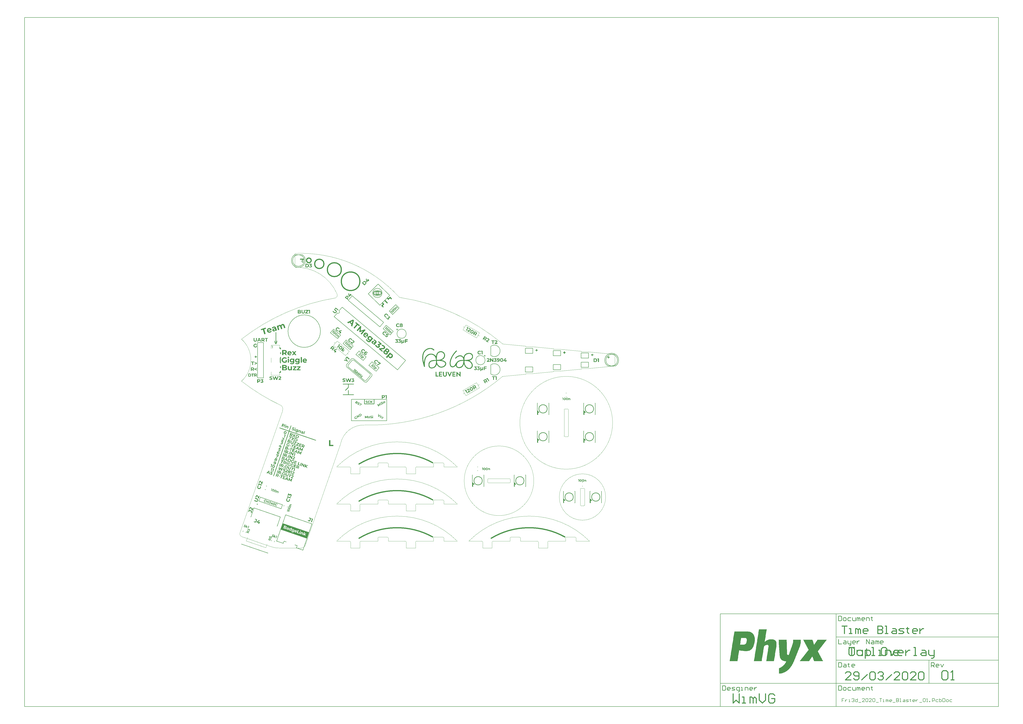
<source format=gto>
G04*
G04 #@! TF.GenerationSoftware,Altium Limited,Altium Designer,20.0.13 (296)*
G04*
G04 Layer_Color=65535*
%FSLAX25Y25*%
%MOIN*%
G70*
G01*
G75*
%ADD10C,0.00787*%
%ADD11C,0.00984*%
%ADD12C,0.00591*%
%ADD13C,0.01968*%
%ADD14C,0.00394*%
%ADD15C,0.01181*%
%ADD16C,0.01000*%
%ADD17C,0.01575*%
G04:AMPARAMS|DCode=18|XSize=19.68mil|YSize=5.91mil|CornerRadius=0mil|HoleSize=0mil|Usage=FLASHONLY|Rotation=71.000|XOffset=0mil|YOffset=0mil|HoleType=Round|Shape=Rectangle|*
%AMROTATEDRECTD18*
4,1,4,-0.00041,-0.01027,-0.00600,-0.00835,0.00041,0.01027,0.00600,0.00835,-0.00041,-0.01027,0.0*
%
%ADD18ROTATEDRECTD18*%

%ADD19C,0.00197*%
G36*
X130911Y481461D02*
X129563Y479921D01*
X129574D01*
X129595Y479916D01*
X129639Y479905D01*
X129694Y479894D01*
X129759Y479878D01*
X129836Y479856D01*
X129918Y479834D01*
X130010Y479801D01*
X130103Y479763D01*
X130202Y479725D01*
X130300Y479676D01*
X130404Y479621D01*
X130502Y479561D01*
X130595Y479496D01*
X130682Y479419D01*
X130764Y479337D01*
X130769Y479332D01*
X130780Y479315D01*
X130802Y479288D01*
X130830Y479255D01*
X130862Y479212D01*
X130895Y479157D01*
X130933Y479097D01*
X130977Y479026D01*
X131015Y478944D01*
X131053Y478862D01*
X131086Y478769D01*
X131119Y478666D01*
X131146Y478562D01*
X131168Y478447D01*
X131179Y478333D01*
X131184Y478207D01*
Y478202D01*
Y478185D01*
Y478158D01*
X131179Y478120D01*
Y478071D01*
X131168Y478016D01*
X131163Y477956D01*
X131152Y477890D01*
X131119Y477743D01*
X131070Y477579D01*
X131037Y477492D01*
X131004Y477410D01*
X130961Y477322D01*
X130911Y477241D01*
X130906Y477235D01*
X130901Y477224D01*
X130884Y477197D01*
X130862Y477170D01*
X130830Y477131D01*
X130797Y477088D01*
X130753Y477039D01*
X130704Y476990D01*
X130649Y476935D01*
X130589Y476880D01*
X130518Y476820D01*
X130442Y476760D01*
X130360Y476706D01*
X130273Y476646D01*
X130180Y476591D01*
X130076Y476542D01*
X130070Y476536D01*
X130049Y476531D01*
X130021Y476520D01*
X129978Y476504D01*
X129923Y476482D01*
X129858Y476460D01*
X129781Y476438D01*
X129694Y476411D01*
X129601Y476389D01*
X129497Y476362D01*
X129383Y476340D01*
X129262Y476323D01*
X129137Y476301D01*
X129000Y476291D01*
X128853Y476285D01*
X128706Y476280D01*
X128646D01*
X128596Y476285D01*
X128542D01*
X128471Y476291D01*
X128394Y476296D01*
X128312Y476301D01*
X128220Y476307D01*
X128121Y476318D01*
X127914Y476351D01*
X127690Y476389D01*
X127461Y476443D01*
X127455D01*
X127433Y476449D01*
X127401Y476460D01*
X127357Y476476D01*
X127308Y476493D01*
X127248Y476509D01*
X127177Y476536D01*
X127100Y476564D01*
X126942Y476629D01*
X126767Y476711D01*
X126593Y476804D01*
X126429Y476913D01*
X126964Y477972D01*
X126969Y477967D01*
X126980Y477961D01*
X126997Y477950D01*
X127024Y477929D01*
X127057Y477907D01*
X127095Y477885D01*
X127138Y477858D01*
X127188Y477825D01*
X127302Y477765D01*
X127439Y477694D01*
X127586Y477634D01*
X127750Y477574D01*
X127755D01*
X127772Y477568D01*
X127794Y477563D01*
X127826Y477552D01*
X127870Y477541D01*
X127919Y477530D01*
X127974Y477519D01*
X128034Y477508D01*
X128105Y477492D01*
X128176Y477481D01*
X128329Y477459D01*
X128498Y477443D01*
X128673Y477437D01*
X128722D01*
X128760Y477443D01*
X128804D01*
X128853Y477448D01*
X128908Y477454D01*
X128968Y477464D01*
X129099Y477486D01*
X129235Y477519D01*
X129372Y477568D01*
X129492Y477634D01*
X129497D01*
X129503Y477645D01*
X129541Y477672D01*
X129585Y477716D01*
X129645Y477781D01*
X129699Y477863D01*
X129743Y477961D01*
X129781Y478076D01*
X129787Y478141D01*
X129792Y478207D01*
Y478218D01*
Y478240D01*
X129787Y478273D01*
X129776Y478322D01*
X129759Y478376D01*
X129732Y478436D01*
X129699Y478507D01*
X129650Y478573D01*
X129595Y478644D01*
X129519Y478709D01*
X129426Y478769D01*
X129323Y478824D01*
X129192Y478873D01*
X129121Y478890D01*
X129044Y478906D01*
X128957Y478922D01*
X128869Y478933D01*
X128777Y478939D01*
X128039D01*
Y479856D01*
X129268Y481248D01*
X126724D01*
Y482362D01*
X130911D01*
Y481461D01*
D02*
G37*
G36*
X122956Y482357D02*
X123044Y482351D01*
X123142Y482340D01*
X123251Y482329D01*
X123377Y482313D01*
X123508Y482297D01*
X123644Y482269D01*
X123786Y482242D01*
X123933Y482204D01*
X124081Y482160D01*
X124228Y482111D01*
X124376Y482051D01*
X124518Y481985D01*
X124529Y481980D01*
X124550Y481969D01*
X124589Y481947D01*
X124643Y481914D01*
X124703Y481876D01*
X124774Y481833D01*
X124856Y481778D01*
X124944Y481718D01*
X125036Y481647D01*
X125129Y481565D01*
X125227Y481483D01*
X125326Y481385D01*
X125419Y481286D01*
X125511Y481177D01*
X125599Y481063D01*
X125681Y480937D01*
X125686Y480932D01*
X125697Y480904D01*
X125719Y480871D01*
X125746Y480817D01*
X125779Y480751D01*
X125812Y480675D01*
X125850Y480588D01*
X125888Y480489D01*
X125926Y480380D01*
X125965Y480260D01*
X125997Y480129D01*
X126030Y479992D01*
X126057Y479845D01*
X126079Y479692D01*
X126090Y479534D01*
X126096Y479370D01*
Y479359D01*
Y479332D01*
Y479283D01*
X126090Y479217D01*
X126085Y479141D01*
X126074Y479048D01*
X126063Y478950D01*
X126047Y478835D01*
X126025Y478715D01*
X125992Y478589D01*
X125959Y478458D01*
X125921Y478327D01*
X125872Y478191D01*
X125817Y478054D01*
X125752Y477923D01*
X125681Y477792D01*
X125675Y477787D01*
X125659Y477765D01*
X125637Y477727D01*
X125604Y477683D01*
X125561Y477623D01*
X125511Y477563D01*
X125451Y477486D01*
X125380Y477410D01*
X125304Y477328D01*
X125217Y477241D01*
X125118Y477153D01*
X125015Y477071D01*
X124905Y476984D01*
X124785Y476902D01*
X124654Y476820D01*
X124518Y476749D01*
X124507Y476744D01*
X124485Y476733D01*
X124441Y476717D01*
X124387Y476689D01*
X124316Y476662D01*
X124228Y476635D01*
X124130Y476596D01*
X124021Y476564D01*
X123901Y476531D01*
X123770Y476498D01*
X123628Y476465D01*
X123475Y476438D01*
X123317Y476411D01*
X123147Y476394D01*
X122973Y476383D01*
X122792Y476378D01*
X120073D01*
Y482362D01*
X122885D01*
X122956Y482357D01*
D02*
G37*
G36*
X224642Y453402D02*
X225777Y454537D01*
X224982Y455333D01*
X225908Y456259D01*
X226704Y455464D01*
X227391Y456151D01*
X228186Y455356D01*
X227499Y454669D01*
X228387Y453781D01*
X227430Y452823D01*
X226542Y453711D01*
X224264Y451433D01*
X223607Y452090D01*
X222916Y456773D01*
X223943Y457800D01*
X224642Y453402D01*
D02*
G37*
G36*
X220777Y453113D02*
X220920Y453101D01*
X221063Y453082D01*
X221210Y453051D01*
X221218D01*
X221245Y453040D01*
X221283Y453032D01*
X221341Y453013D01*
X221411Y452989D01*
X221488Y452958D01*
X221577Y452924D01*
X221673Y452881D01*
X221777Y452831D01*
X221889Y452773D01*
X222005Y452704D01*
X222125Y452630D01*
X222248Y452545D01*
X222372Y452453D01*
X222492Y452348D01*
X222611Y452237D01*
X222619Y452229D01*
X222638Y452209D01*
X222673Y452175D01*
X222716Y452125D01*
X222766Y452067D01*
X222824Y451993D01*
X222885Y451916D01*
X222955Y451823D01*
X223024Y451723D01*
X223090Y451611D01*
X223160Y451495D01*
X223225Y451375D01*
X223287Y451244D01*
X223345Y451109D01*
X223391Y450970D01*
X223434Y450827D01*
Y450819D01*
X223438Y450793D01*
X223449Y450750D01*
X223457Y450696D01*
X223468Y450623D01*
X223476Y450545D01*
X223488Y450449D01*
X223492Y450345D01*
X223495Y450233D01*
Y450109D01*
X223488Y449978D01*
X223472Y449847D01*
X223457Y449708D01*
X223430Y449565D01*
X223395Y449414D01*
X223349Y449267D01*
X223345Y449256D01*
X223337Y449233D01*
X223318Y449190D01*
X223299Y449132D01*
X223268Y449063D01*
X223225Y448982D01*
X223183Y448885D01*
X223129Y448785D01*
X223067Y448677D01*
X222997Y448561D01*
X222920Y448437D01*
X222831Y448310D01*
X222739Y448179D01*
X222631Y448047D01*
X222515Y447916D01*
X222391Y447785D01*
X220469Y445862D01*
X216237Y450094D01*
X218226Y452082D01*
X218280Y452128D01*
X218345Y452186D01*
X218422Y452248D01*
X218507Y452317D01*
X218608Y452395D01*
X218712Y452476D01*
X218828Y452553D01*
X218947Y452634D01*
X219079Y452711D01*
X219214Y452785D01*
X219353Y452854D01*
X219499Y452916D01*
X219646Y452970D01*
X219658Y452974D01*
X219681Y452982D01*
X219723Y452993D01*
X219785Y453009D01*
X219855Y453024D01*
X219936Y453043D01*
X220032Y453063D01*
X220136Y453082D01*
X220252Y453097D01*
X220376Y453105D01*
X220503Y453117D01*
X220642D01*
X220777Y453113D01*
D02*
G37*
G36*
X194907Y428512D02*
X195939Y429741D01*
X195077Y430465D01*
X195919Y431468D01*
X196781Y430745D01*
X197406Y431490D01*
X198267Y430767D01*
X197642Y430022D01*
X198604Y429215D01*
X197734Y428178D01*
X196772Y428985D01*
X194701Y426517D01*
X193990Y427114D01*
X192894Y431719D01*
X193827Y432832D01*
X194907Y428512D01*
D02*
G37*
G36*
X191152Y428191D02*
X191258Y428181D01*
X191265Y428182D01*
X191285Y428180D01*
X191313Y428170D01*
X191356Y428162D01*
X191404Y428151D01*
X191467Y428133D01*
X191534Y428120D01*
X191611Y428092D01*
X191687Y428063D01*
X191779Y428029D01*
X191867Y427990D01*
X191961Y427940D01*
X192054Y427890D01*
X192153Y427829D01*
X192244Y427760D01*
X192344Y427683D01*
X192348Y427679D01*
X192365Y427666D01*
X192394Y427641D01*
X192424Y427609D01*
X192466Y427566D01*
X192513Y427520D01*
X192565Y427462D01*
X192620Y427401D01*
X192677Y427332D01*
X192734Y427256D01*
X192787Y427175D01*
X192845Y427091D01*
X192896Y426999D01*
X192943Y426902D01*
X192987Y426801D01*
X193023Y426700D01*
X193024Y426692D01*
X193029Y426673D01*
X193039Y426643D01*
X193047Y426601D01*
X193055Y426552D01*
X193068Y426491D01*
X193078Y426418D01*
X193089Y426345D01*
X193096Y426261D01*
X193096Y426168D01*
X193101Y426071D01*
X193094Y425970D01*
X193084Y425864D01*
X193071Y425755D01*
X193053Y425641D01*
X193021Y425526D01*
X193017Y425521D01*
X193012Y425497D01*
X192999Y425465D01*
X192983Y425421D01*
X192965Y425365D01*
X192936Y425297D01*
X192904Y425224D01*
X192864Y425144D01*
X192826Y425055D01*
X192772Y424957D01*
X192715Y424855D01*
X192655Y424749D01*
X192587Y424643D01*
X192507Y424531D01*
X192420Y424419D01*
X192330Y424302D01*
X191554Y423378D01*
X192817Y422318D01*
X191926Y421256D01*
X187341Y425102D01*
X189058Y427147D01*
X189101Y427190D01*
X189143Y427240D01*
X189204Y427296D01*
X189264Y427359D01*
X189336Y427428D01*
X189418Y427501D01*
X189501Y427574D01*
X189686Y427718D01*
X189784Y427792D01*
X189887Y427856D01*
X189994Y427923D01*
X190101Y427975D01*
X190109Y427976D01*
X190127Y427989D01*
X190157Y427999D01*
X190202Y428019D01*
X190255Y428039D01*
X190315Y428060D01*
X190383Y428081D01*
X190462Y428108D01*
X190545Y428130D01*
X190637Y428146D01*
X190732Y428166D01*
X190831Y428182D01*
X190936Y428188D01*
X191040Y428193D01*
X191152Y428191D01*
D02*
G37*
G36*
X274694Y409663D02*
X274730Y409658D01*
X274774Y409655D01*
X274826Y409645D01*
X274885Y409627D01*
X274952Y409611D01*
X275024Y409586D01*
X275096Y409555D01*
X275178Y409519D01*
X275261Y409472D01*
X275348Y409416D01*
X275436Y409354D01*
X275523Y409282D01*
X275613Y409197D01*
X276854Y407956D01*
X276223Y407326D01*
X275080Y408468D01*
X275078Y408471D01*
X275070Y408479D01*
X275055Y408494D01*
X275037Y408507D01*
X275013Y408530D01*
X274988Y408551D01*
X274954Y408574D01*
X274923Y408600D01*
X274846Y408646D01*
X274761Y408690D01*
X274674Y408726D01*
X274630Y408734D01*
X274584Y408739D01*
X274581Y408741D01*
X274573Y408739D01*
X274542D01*
X274496Y408734D01*
X274437Y408721D01*
X274367Y408698D01*
X274293Y408664D01*
X274211Y408613D01*
X274172Y408579D01*
X274131Y408543D01*
X274108Y408520D01*
X274095Y408502D01*
X274077Y408479D01*
X274056Y408453D01*
X274036Y408422D01*
X274012Y408389D01*
X273969Y408309D01*
X273948Y408268D01*
X273930Y408219D01*
X273917Y408170D01*
X273904Y408121D01*
X273899Y408070D01*
X273897Y408015D01*
Y408010D01*
X273899Y408003D01*
Y407987D01*
X273904Y407967D01*
X273909Y407941D01*
X273915Y407910D01*
X273925Y407874D01*
X273938Y407835D01*
X273953Y407794D01*
X273974Y407748D01*
X273997Y407704D01*
X274025Y407650D01*
X274059Y407601D01*
X274097Y407547D01*
X274144Y407495D01*
X274195Y407439D01*
X275266Y406368D01*
X274635Y405738D01*
X272468Y407905D01*
X273070Y408507D01*
X273325Y408252D01*
Y408257D01*
Y408262D01*
Y408278D01*
Y408299D01*
Y408350D01*
X273330Y408417D01*
X273341Y408494D01*
X273359Y408584D01*
X273384Y408677D01*
X273420Y408775D01*
X273423Y408777D01*
X273426Y408785D01*
X273431Y408801D01*
X273441Y408821D01*
X273451Y408842D01*
X273467Y408867D01*
X273485Y408901D01*
X273503Y408934D01*
X273526Y408968D01*
X273549Y409006D01*
X273606Y409089D01*
X273675Y409174D01*
X273752Y409256D01*
X273770Y409274D01*
X273794Y409292D01*
X273822Y409320D01*
X273861Y409349D01*
X273907Y409385D01*
X273958Y409421D01*
X274018Y409459D01*
X274079Y409495D01*
X274149Y409534D01*
X274223Y409567D01*
X274301Y409598D01*
X274380Y409627D01*
X274468Y409647D01*
X274553Y409660D01*
X274645Y409665D01*
X274666D01*
X274694Y409663D01*
D02*
G37*
G36*
X271330Y407426D02*
X271408Y407421D01*
X271487Y407413D01*
X271570Y407398D01*
X271660Y407380D01*
X271747Y407354D01*
X271837Y407326D01*
X271843D01*
X271861Y407318D01*
X271886Y407308D01*
X271920Y407290D01*
X271964Y407272D01*
X272012Y407248D01*
X272069Y407218D01*
X272136Y407182D01*
X272205Y407143D01*
X272277Y407097D01*
X272355Y407045D01*
X272437Y406988D01*
X272517Y406924D01*
X272602Y406855D01*
X272687Y406780D01*
X272774Y406698D01*
X272779Y406693D01*
X272795Y406677D01*
X272818Y406654D01*
X272849Y406618D01*
X272885Y406577D01*
X272929Y406528D01*
X272975Y406471D01*
X273024Y406412D01*
X273075Y406340D01*
X273127Y406268D01*
X273183Y406191D01*
X273232Y406111D01*
X273281Y406026D01*
X273328Y405938D01*
X273369Y405851D01*
X273405Y405758D01*
Y405753D01*
X273413Y405735D01*
X273420Y405712D01*
X273431Y405676D01*
X273444Y405632D01*
X273454Y405581D01*
X273469Y405524D01*
X273480Y405462D01*
X273490Y405390D01*
X273500Y405318D01*
X273505Y405241D01*
X273508Y405161D01*
Y405079D01*
X273503Y404996D01*
X273495Y404911D01*
X273477Y404826D01*
Y404821D01*
X273472Y404806D01*
X273464Y404783D01*
X273454Y404752D01*
X273441Y404713D01*
X273426Y404667D01*
X273405Y404615D01*
X273382Y404561D01*
X273353Y404502D01*
X273320Y404438D01*
X273284Y404371D01*
X273243Y404304D01*
X273194Y404234D01*
X273142Y404168D01*
X273083Y404098D01*
X273021Y404031D01*
X272988Y403998D01*
X272960Y403974D01*
X272926Y403946D01*
X272885Y403915D01*
X272841Y403882D01*
X272792Y403843D01*
X272733Y403805D01*
X272674Y403766D01*
X272610Y403727D01*
X272537Y403691D01*
X272465Y403655D01*
X272388Y403624D01*
X272308Y403596D01*
X272226Y403576D01*
X272221D01*
X272205Y403570D01*
X272182Y403568D01*
X272149Y403565D01*
X272110Y403557D01*
X272059Y403552D01*
X272005Y403550D01*
X271943D01*
X271873Y403547D01*
X271804Y403550D01*
X271727Y403555D01*
X271644Y403565D01*
X271562Y403581D01*
X271475Y403596D01*
X271387Y403622D01*
X271297Y403650D01*
X271289Y403653D01*
X271274Y403658D01*
X271248Y403668D01*
X271215Y403686D01*
X271171Y403704D01*
X271119Y403730D01*
X271063Y403761D01*
X270998Y403794D01*
X270929Y403833D01*
X270854Y403882D01*
X270777Y403933D01*
X270695Y403990D01*
X270615Y404054D01*
X270530Y404124D01*
X270445Y404198D01*
X270357Y404281D01*
X270355Y404283D01*
X270352Y404286D01*
X270337Y404301D01*
X270314Y404324D01*
X270283Y404360D01*
X270247Y404402D01*
X270203Y404451D01*
X270157Y404507D01*
X270110Y404569D01*
X270056Y404638D01*
X270005Y404711D01*
X269953Y404788D01*
X269899Y404868D01*
X269850Y404952D01*
X269804Y405040D01*
X269763Y405128D01*
X269729Y405218D01*
Y405223D01*
X269722Y405241D01*
X269714Y405264D01*
X269704Y405300D01*
X269691Y405344D01*
X269681Y405395D01*
X269665Y405452D01*
X269655Y405514D01*
X269642Y405583D01*
X269634Y405658D01*
X269629Y405735D01*
X269624Y405812D01*
Y405895D01*
X269629Y405977D01*
X269639Y406064D01*
X269655Y406147D01*
Y406152D01*
X269660Y406167D01*
X269668Y406191D01*
X269675Y406224D01*
X269688Y406263D01*
X269706Y406306D01*
X269727Y406358D01*
X269750Y406417D01*
X269778Y406476D01*
X269809Y406538D01*
X269848Y406602D01*
X269889Y406674D01*
X269935Y406741D01*
X269989Y406811D01*
X270046Y406878D01*
X270108Y406945D01*
X270141Y406978D01*
X270169Y407001D01*
X270203Y407030D01*
X270244Y407060D01*
X270290Y407097D01*
X270339Y407135D01*
X270396Y407171D01*
X270458Y407212D01*
X270525Y407248D01*
X270592Y407284D01*
X270666Y407318D01*
X270743Y407349D01*
X270823Y407377D01*
X270906Y407398D01*
X270911D01*
X270926Y407403D01*
X270949Y407405D01*
X270983Y407413D01*
X271024Y407418D01*
X271073Y407421D01*
X271130Y407426D01*
X271189Y407429D01*
X271256D01*
X271330Y407426D01*
D02*
G37*
G36*
X176301Y404313D02*
X175413Y403255D01*
X171682Y406386D01*
X170910Y405465D01*
X170056Y406181D01*
X171717Y408160D01*
X176301Y404313D01*
D02*
G37*
G36*
X268594Y404690D02*
X268671Y404685D01*
X268751Y404677D01*
X268834Y404662D01*
X268924Y404644D01*
X269011Y404618D01*
X269101Y404590D01*
X269107D01*
X269125Y404582D01*
X269150Y404572D01*
X269184Y404554D01*
X269228Y404536D01*
X269276Y404512D01*
X269333Y404482D01*
X269400Y404446D01*
X269469Y404407D01*
X269542Y404360D01*
X269619Y404309D01*
X269701Y404252D01*
X269781Y404188D01*
X269866Y404119D01*
X269951Y404044D01*
X270038Y403962D01*
X270043Y403956D01*
X270059Y403941D01*
X270082Y403918D01*
X270113Y403882D01*
X270149Y403841D01*
X270193Y403792D01*
X270239Y403735D01*
X270288Y403676D01*
X270339Y403604D01*
X270391Y403532D01*
X270447Y403454D01*
X270496Y403375D01*
X270545Y403290D01*
X270592Y403202D01*
X270633Y403115D01*
X270669Y403022D01*
Y403017D01*
X270677Y402999D01*
X270684Y402976D01*
X270695Y402940D01*
X270708Y402896D01*
X270718Y402844D01*
X270733Y402788D01*
X270743Y402726D01*
X270754Y402654D01*
X270764Y402582D01*
X270769Y402505D01*
X270772Y402425D01*
Y402343D01*
X270767Y402260D01*
X270759Y402175D01*
X270741Y402090D01*
Y402085D01*
X270736Y402070D01*
X270728Y402047D01*
X270718Y402016D01*
X270705Y401977D01*
X270689Y401931D01*
X270669Y401879D01*
X270646Y401825D01*
X270617Y401766D01*
X270584Y401702D01*
X270548Y401635D01*
X270507Y401568D01*
X270458Y401498D01*
X270406Y401432D01*
X270347Y401362D01*
X270285Y401295D01*
X270252Y401262D01*
X270224Y401238D01*
X270190Y401210D01*
X270149Y401179D01*
X270105Y401146D01*
X270056Y401107D01*
X269997Y401069D01*
X269938Y401030D01*
X269873Y400991D01*
X269801Y400955D01*
X269729Y400919D01*
X269652Y400888D01*
X269572Y400860D01*
X269490Y400840D01*
X269485D01*
X269469Y400834D01*
X269446Y400832D01*
X269413Y400829D01*
X269374Y400821D01*
X269323Y400816D01*
X269269Y400814D01*
X269207D01*
X269137Y400811D01*
X269068Y400814D01*
X268991Y400819D01*
X268908Y400829D01*
X268826Y400845D01*
X268739Y400860D01*
X268651Y400886D01*
X268561Y400914D01*
X268553Y400917D01*
X268538Y400922D01*
X268512Y400932D01*
X268478Y400950D01*
X268435Y400968D01*
X268383Y400994D01*
X268327Y401025D01*
X268262Y401058D01*
X268193Y401097D01*
X268118Y401146D01*
X268041Y401197D01*
X267959Y401254D01*
X267879Y401318D01*
X267794Y401388D01*
X267709Y401462D01*
X267621Y401545D01*
X267619Y401547D01*
X267616Y401550D01*
X267601Y401565D01*
X267578Y401588D01*
X267547Y401624D01*
X267511Y401666D01*
X267467Y401715D01*
X267421Y401771D01*
X267374Y401833D01*
X267320Y401902D01*
X267269Y401975D01*
X267217Y402052D01*
X267163Y402132D01*
X267114Y402216D01*
X267068Y402304D01*
X267027Y402391D01*
X266993Y402482D01*
Y402487D01*
X266986Y402505D01*
X266978Y402528D01*
X266968Y402564D01*
X266955Y402608D01*
X266945Y402659D01*
X266929Y402716D01*
X266919Y402778D01*
X266906Y402847D01*
X266898Y402922D01*
X266893Y402999D01*
X266888Y403076D01*
Y403159D01*
X266893Y403241D01*
X266903Y403328D01*
X266919Y403411D01*
Y403416D01*
X266924Y403431D01*
X266932Y403454D01*
X266939Y403488D01*
X266952Y403527D01*
X266970Y403570D01*
X266991Y403622D01*
X267014Y403681D01*
X267042Y403740D01*
X267073Y403802D01*
X267112Y403866D01*
X267153Y403938D01*
X267199Y404005D01*
X267253Y404075D01*
X267310Y404142D01*
X267372Y404209D01*
X267405Y404242D01*
X267434Y404265D01*
X267467Y404294D01*
X267508Y404324D01*
X267554Y404360D01*
X267603Y404399D01*
X267660Y404435D01*
X267722Y404476D01*
X267789Y404512D01*
X267856Y404548D01*
X267930Y404582D01*
X268007Y404613D01*
X268087Y404641D01*
X268170Y404662D01*
X268175D01*
X268190Y404667D01*
X268213Y404669D01*
X268247Y404677D01*
X268288Y404682D01*
X268337Y404685D01*
X268394Y404690D01*
X268453Y404693D01*
X268520D01*
X268594Y404690D01*
D02*
G37*
G36*
X172165Y403479D02*
X172169Y403475D01*
X172177Y403468D01*
X172190Y403457D01*
X172211Y403440D01*
X172232Y403422D01*
X172258Y403394D01*
X172291Y403366D01*
X172325Y403330D01*
X172402Y403251D01*
X172487Y403158D01*
X172582Y403050D01*
X172682Y402931D01*
X172778Y402800D01*
X172872Y402657D01*
X172963Y402502D01*
X173051Y402343D01*
X173124Y402175D01*
X173186Y401995D01*
X173229Y401816D01*
X173257Y401629D01*
X173258Y401621D01*
X173261Y401582D01*
X173258Y401528D01*
X173256Y401458D01*
X173252Y401369D01*
X173239Y401259D01*
X173218Y401141D01*
X173191Y401007D01*
X173157Y400864D01*
X173109Y400705D01*
X173050Y400541D01*
X172979Y400372D01*
X172890Y400197D01*
X172782Y400017D01*
X172662Y399833D01*
X172515Y399649D01*
X172480Y399607D01*
X172455Y399586D01*
X172406Y399527D01*
X172370Y399493D01*
X172295Y399421D01*
X172202Y399335D01*
X172094Y399240D01*
X171978Y399145D01*
X171847Y399048D01*
X171704Y398954D01*
X171557Y398864D01*
X171398Y398776D01*
X171230Y398704D01*
X171057Y398642D01*
X170879Y398599D01*
X170691Y398571D01*
X170679Y398574D01*
X170645Y398567D01*
X170591Y398570D01*
X170521Y398572D01*
X170427Y398579D01*
X170322Y398589D01*
X170200Y398606D01*
X170066Y398633D01*
X169916Y398666D01*
X169756Y398714D01*
X169592Y398773D01*
X169423Y398851D01*
X169241Y398940D01*
X169056Y399052D01*
X168871Y399179D01*
X168680Y399325D01*
X166112Y401480D01*
X167003Y402542D01*
X169534Y400419D01*
X169538Y400416D01*
X169546Y400409D01*
X169563Y400395D01*
X169591Y400378D01*
X169617Y400357D01*
X169654Y400333D01*
X169695Y400305D01*
X169740Y400275D01*
X169843Y400210D01*
X169968Y400147D01*
X170106Y400082D01*
X170257Y400033D01*
X170412Y399988D01*
X170585Y399965D01*
X170756Y399956D01*
X170844Y399968D01*
X170932Y399980D01*
X171020Y399999D01*
X171110Y400030D01*
X171200Y400069D01*
X171281Y400115D01*
X171373Y400173D01*
X171456Y400239D01*
X171538Y400319D01*
X171620Y400408D01*
X171658Y400454D01*
X171686Y400495D01*
X171717Y400540D01*
X171747Y400594D01*
X171784Y400655D01*
X171817Y400720D01*
X171853Y400797D01*
X171889Y400873D01*
X171916Y400957D01*
X171940Y401044D01*
X171956Y401131D01*
X171963Y401225D01*
X171966Y401322D01*
X171958Y401414D01*
X171957Y401422D01*
X171956Y401437D01*
X171946Y401467D01*
X171934Y401505D01*
X171923Y401551D01*
X171898Y401607D01*
X171873Y401670D01*
X171840Y401741D01*
X171799Y401811D01*
X171749Y401896D01*
X171691Y401980D01*
X171625Y402071D01*
X171547Y402165D01*
X171458Y402262D01*
X171360Y402358D01*
X171246Y402460D01*
X168716Y404584D01*
X169597Y405633D01*
X172165Y403479D01*
D02*
G37*
G36*
X118995Y400663D02*
Y400658D01*
Y400647D01*
Y400631D01*
Y400603D01*
Y400576D01*
X118989Y400538D01*
Y400494D01*
X118984Y400445D01*
X118973Y400336D01*
X118957Y400210D01*
X118935Y400068D01*
X118907Y399915D01*
X118869Y399757D01*
X118820Y399593D01*
X118760Y399424D01*
X118695Y399254D01*
X118613Y399091D01*
X118514Y398927D01*
X118405Y398780D01*
X118280Y398638D01*
X118274Y398632D01*
X118247Y398605D01*
X118203Y398572D01*
X118149Y398528D01*
X118078Y398474D01*
X117985Y398414D01*
X117881Y398354D01*
X117761Y398288D01*
X117630Y398223D01*
X117477Y398157D01*
X117313Y398097D01*
X117139Y398042D01*
X116947Y397999D01*
X116740Y397966D01*
X116522Y397939D01*
X116287Y397933D01*
X116232D01*
X116199Y397939D01*
X116123D01*
X116074Y397944D01*
X115970Y397955D01*
X115845Y397971D01*
X115702Y397993D01*
X115555Y398021D01*
X115397Y398059D01*
X115233Y398108D01*
X115069Y398163D01*
X114900Y398228D01*
X114736Y398310D01*
X114578Y398403D01*
X114430Y398512D01*
X114288Y398638D01*
X114283Y398649D01*
X114256Y398670D01*
X114223Y398714D01*
X114179Y398769D01*
X114125Y398845D01*
X114065Y398932D01*
X113999Y399036D01*
X113933Y399156D01*
X113863Y399293D01*
X113797Y399446D01*
X113737Y399609D01*
X113688Y399790D01*
X113639Y399986D01*
X113606Y400199D01*
X113584Y400423D01*
X113573Y400663D01*
Y404016D01*
X114960D01*
Y400712D01*
Y400707D01*
Y400696D01*
Y400674D01*
X114965Y400641D01*
Y400609D01*
X114971Y400565D01*
X114976Y400516D01*
X114982Y400461D01*
X114998Y400341D01*
X115031Y400205D01*
X115069Y400057D01*
X115129Y399910D01*
X115195Y399762D01*
X115287Y399615D01*
X115391Y399478D01*
X115457Y399418D01*
X115522Y399358D01*
X115593Y399304D01*
X115675Y399254D01*
X115763Y399211D01*
X115850Y399178D01*
X115954Y399145D01*
X116057Y399124D01*
X116172Y399113D01*
X116292Y399107D01*
X116352D01*
X116401Y399113D01*
X116456Y399118D01*
X116516Y399129D01*
X116587Y399140D01*
X116658Y399156D01*
X116740Y399178D01*
X116822Y399200D01*
X116904Y399233D01*
X116986Y399271D01*
X117062Y399315D01*
X117139Y399369D01*
X117215Y399429D01*
X117280Y399495D01*
X117286Y399500D01*
X117297Y399511D01*
X117313Y399538D01*
X117335Y399571D01*
X117362Y399609D01*
X117390Y399664D01*
X117422Y399724D01*
X117455Y399795D01*
X117482Y399871D01*
X117515Y399964D01*
X117543Y400063D01*
X117570Y400172D01*
X117592Y400292D01*
X117608Y400423D01*
X117619Y400560D01*
X117624Y400712D01*
Y404016D01*
X118995D01*
Y400663D01*
D02*
G37*
G36*
X268538Y399640D02*
X267886Y398989D01*
X265591Y401285D01*
X265024Y400718D01*
X264499Y401244D01*
X265717Y402461D01*
X268538Y399640D01*
D02*
G37*
G36*
X128031Y398031D02*
X126650D01*
Y402902D01*
X125449D01*
Y404016D01*
X128031D01*
Y398031D01*
D02*
G37*
G36*
X125083Y403115D02*
X121807Y399156D01*
X125208D01*
Y398031D01*
X119978D01*
Y398927D01*
X123259Y402885D01*
X120049D01*
Y404016D01*
X125083D01*
Y403115D01*
D02*
G37*
G36*
X110188Y404010D02*
X110281Y404005D01*
X110384Y403994D01*
X110505Y403983D01*
X110630Y403961D01*
X110761Y403939D01*
X110903Y403912D01*
X111040Y403879D01*
X111182Y403841D01*
X111318Y403792D01*
X111449Y403732D01*
X111575Y403672D01*
X111689Y403595D01*
X111695Y403590D01*
X111717Y403573D01*
X111744Y403552D01*
X111782Y403519D01*
X111826Y403475D01*
X111875Y403426D01*
X111930Y403366D01*
X111984Y403295D01*
X112039Y403219D01*
X112088Y403131D01*
X112137Y403038D01*
X112181Y402940D01*
X112219Y402831D01*
X112246Y402716D01*
X112268Y402591D01*
X112274Y402460D01*
Y402454D01*
Y402438D01*
Y402416D01*
X112268Y402389D01*
Y402350D01*
X112263Y402301D01*
X112257Y402252D01*
X112246Y402198D01*
X112224Y402077D01*
X112186Y401946D01*
X112132Y401810D01*
X112061Y401679D01*
Y401673D01*
X112050Y401662D01*
X112039Y401646D01*
X112022Y401624D01*
X111973Y401564D01*
X111908Y401488D01*
X111826Y401400D01*
X111728Y401313D01*
X111608Y401226D01*
X111476Y401144D01*
X111482D01*
X111498Y401138D01*
X111526Y401127D01*
X111564Y401111D01*
X111602Y401095D01*
X111657Y401073D01*
X111711Y401045D01*
X111771Y401013D01*
X111897Y400936D01*
X112033Y400843D01*
X112159Y400729D01*
X112279Y400598D01*
X112285Y400592D01*
X112290Y400581D01*
X112306Y400560D01*
X112323Y400532D01*
X112350Y400494D01*
X112372Y400450D01*
X112399Y400396D01*
X112426Y400336D01*
X112454Y400276D01*
X112481Y400205D01*
X112508Y400123D01*
X112530Y400041D01*
X112563Y399861D01*
X112568Y399768D01*
X112574Y399664D01*
Y399653D01*
Y399631D01*
X112568Y399588D01*
X112563Y399533D01*
X112557Y399467D01*
X112541Y399391D01*
X112525Y399309D01*
X112497Y399216D01*
X112465Y399124D01*
X112426Y399025D01*
X112377Y398921D01*
X112317Y398823D01*
X112246Y398720D01*
X112164Y398627D01*
X112072Y398534D01*
X111962Y398452D01*
X111957Y398446D01*
X111935Y398435D01*
X111897Y398414D01*
X111848Y398386D01*
X111782Y398354D01*
X111706Y398321D01*
X111613Y398283D01*
X111509Y398244D01*
X111389Y398201D01*
X111258Y398163D01*
X111111Y398130D01*
X110952Y398097D01*
X110778Y398070D01*
X110592Y398048D01*
X110390Y398037D01*
X110177Y398031D01*
X107081D01*
Y404016D01*
X110111D01*
X110188Y404010D01*
D02*
G37*
G36*
X257230Y397704D02*
X257366Y397700D01*
X257505Y397693D01*
X257647Y397681D01*
X257794Y397658D01*
X257941Y397627D01*
X258091Y397585D01*
X258103Y397581D01*
X258126Y397573D01*
X258173Y397557D01*
X258227Y397534D01*
X258300Y397507D01*
X258381Y397473D01*
X258474Y397434D01*
X258578Y397384D01*
X258686Y397322D01*
X258802Y397260D01*
X258922Y397187D01*
X259049Y397106D01*
X259173Y397013D01*
X259300Y396917D01*
X259427Y396805D01*
X259551Y396689D01*
X259605Y396635D01*
X259640Y396592D01*
X259686Y396546D01*
X259736Y396480D01*
X259794Y396415D01*
X259856Y396338D01*
X259922Y396249D01*
X259987Y396160D01*
X260118Y395959D01*
X260184Y395847D01*
X260246Y395739D01*
X260300Y395623D01*
X260350Y395503D01*
Y395496D01*
X260362Y395477D01*
X260373Y395442D01*
X260389Y395395D01*
X260408Y395338D01*
X260427Y395264D01*
X260447Y395191D01*
X260466Y395102D01*
X260489Y395009D01*
X260508Y394905D01*
X260524Y394797D01*
X260535Y394685D01*
X260547Y394565D01*
X260551Y394446D01*
Y394322D01*
X260543Y394199D01*
X259335Y394249D01*
Y394256D01*
X259338Y394291D01*
Y394338D01*
X259335Y394403D01*
X259331Y394484D01*
X259323Y394577D01*
X259308Y394677D01*
X259288Y394789D01*
X259261Y394909D01*
X259227Y395036D01*
X259176Y395164D01*
X259122Y395295D01*
X259053Y395426D01*
X258972Y395561D01*
X258875Y395689D01*
X258763Y395809D01*
X258725Y395847D01*
X258694Y395870D01*
X258659Y395905D01*
X258617Y395940D01*
X258562Y395978D01*
X258505Y396021D01*
X258377Y396110D01*
X258227Y396199D01*
X258065Y396276D01*
X257976Y396310D01*
X257887Y396338D01*
X257883Y396341D01*
X257868D01*
X257837Y396349D01*
X257806Y396357D01*
X257759Y396364D01*
X257713Y396372D01*
X257590Y396388D01*
X257443Y396395D01*
X257281D01*
X257107Y396376D01*
X256929Y396338D01*
X256926Y396334D01*
X256906Y396330D01*
X256883Y396322D01*
X256848Y396310D01*
X256806Y396291D01*
X256756Y396272D01*
X256702Y396249D01*
X256640Y396218D01*
X256574Y396191D01*
X256505Y396152D01*
X256431Y396110D01*
X256358Y396059D01*
X256207Y395948D01*
X256134Y395882D01*
X256057Y395812D01*
X256053Y395809D01*
X256037Y395793D01*
X256018Y395774D01*
X255995Y395743D01*
X255960Y395708D01*
X255926Y395666D01*
X255887Y395612D01*
X255844Y395554D01*
X255756Y395426D01*
X255667Y395276D01*
X255590Y395114D01*
X255555Y395025D01*
X255528Y394936D01*
Y394928D01*
X255524Y394917D01*
X255516Y394886D01*
X255509Y394855D01*
X255501Y394809D01*
X255489Y394758D01*
X255474Y394635D01*
X255466Y394488D01*
X255470Y394330D01*
X255485Y394152D01*
X255524Y393975D01*
X255528Y393971D01*
X255532Y393952D01*
X255539Y393928D01*
X255551Y393894D01*
X255570Y393851D01*
X255590Y393801D01*
X255613Y393747D01*
X255644Y393685D01*
X255679Y393619D01*
X255717Y393550D01*
X255760Y393477D01*
X255810Y393403D01*
X255922Y393253D01*
X255987Y393179D01*
X256057Y393102D01*
X256084Y393075D01*
X256122Y393044D01*
X256173Y393002D01*
X256234Y392955D01*
X256308Y392905D01*
X256393Y392851D01*
X256489Y392793D01*
X256601Y392735D01*
X256721Y392685D01*
X256848Y392635D01*
X256987Y392596D01*
X257134Y392565D01*
X257288Y392542D01*
X257454Y392531D01*
X257624Y392538D01*
X257671Y391326D01*
X257663D01*
X257640D01*
X257605Y391322D01*
X257555Y391318D01*
X257493D01*
X257424D01*
X257343Y391322D01*
X257254Y391326D01*
X257161Y391334D01*
X257057Y391345D01*
X256949Y391361D01*
X256833Y391384D01*
X256717Y391407D01*
X256601Y391438D01*
X256478Y391477D01*
X256358Y391519D01*
X256350D01*
X256331Y391531D01*
X256296Y391550D01*
X256250Y391565D01*
X256196Y391596D01*
X256130Y391631D01*
X256053Y391670D01*
X255976Y391716D01*
X255883Y391770D01*
X255794Y391828D01*
X255690Y391894D01*
X255594Y391967D01*
X255489Y392048D01*
X255381Y392133D01*
X255277Y392230D01*
X255173Y392326D01*
X255146Y392353D01*
X255115Y392392D01*
X255068Y392438D01*
X255014Y392500D01*
X254957Y392573D01*
X254891Y392654D01*
X254821Y392747D01*
X254748Y392851D01*
X254675Y392963D01*
X254597Y393079D01*
X254524Y393206D01*
X254455Y393345D01*
X254389Y393480D01*
X254331Y393623D01*
X254281Y393774D01*
X254277Y393786D01*
X254269Y393809D01*
X254262Y393855D01*
X254246Y393909D01*
X254231Y393986D01*
X254215Y394071D01*
X254200Y394164D01*
X254184Y394272D01*
X254173Y394392D01*
X254165Y394515D01*
X254157Y394646D01*
Y394785D01*
X254169Y394928D01*
X254181Y395071D01*
X254204Y395226D01*
X254235Y395372D01*
X254238Y395384D01*
X254246Y395407D01*
X254258Y395449D01*
X254277Y395507D01*
X254300Y395577D01*
X254335Y395658D01*
X254374Y395751D01*
X254416Y395847D01*
X254466Y395959D01*
X254528Y396075D01*
X254597Y396191D01*
X254671Y396310D01*
X254756Y396434D01*
X254852Y396561D01*
X254957Y396681D01*
X255068Y396801D01*
X255076Y396809D01*
X255096Y396828D01*
X255134Y396859D01*
X255177Y396901D01*
X255238Y396955D01*
X255308Y397009D01*
X255389Y397075D01*
X255482Y397137D01*
X255582Y397206D01*
X255690Y397276D01*
X255806Y397345D01*
X255933Y397411D01*
X256061Y397476D01*
X256200Y397531D01*
X256343Y397588D01*
X256489Y397627D01*
X256501Y397631D01*
X256528Y397635D01*
X256570Y397646D01*
X256624Y397654D01*
X256698Y397666D01*
X256786Y397677D01*
X256883Y397689D01*
X256991Y397696D01*
X257107Y397704D01*
X257230D01*
D02*
G37*
G36*
X264547Y391554D02*
X263910Y390917D01*
X261867Y390782D01*
X261875Y390774D01*
X261887Y390755D01*
X261910Y390716D01*
X261941Y390670D01*
X261976Y390612D01*
X262014Y390542D01*
X262056Y390469D01*
X262099Y390380D01*
X262138Y390288D01*
X262180Y390191D01*
X262215Y390087D01*
X262250Y389975D01*
X262277Y389863D01*
X262296Y389751D01*
X262304Y389635D01*
Y389519D01*
Y389512D01*
X262300Y389492D01*
X262296Y389458D01*
X262292Y389415D01*
X262284Y389361D01*
X262269Y389299D01*
X262253Y389230D01*
X262234Y389149D01*
X262203Y389064D01*
X262172Y388979D01*
X262130Y388890D01*
X262080Y388793D01*
X262026Y388701D01*
X261960Y388604D01*
X261887Y388515D01*
X261802Y388423D01*
X261798Y388419D01*
X261786Y388407D01*
X261767Y388388D01*
X261736Y388365D01*
X261701Y388330D01*
X261655Y388299D01*
X261609Y388261D01*
X261555Y388222D01*
X261427Y388141D01*
X261277Y388060D01*
X261192Y388021D01*
X261111Y387986D01*
X261018Y387956D01*
X260925Y387932D01*
X260918D01*
X260906Y387929D01*
X260875Y387921D01*
X260840Y387917D01*
X260790Y387913D01*
X260736Y387906D01*
X260670Y387902D01*
X260601D01*
X260524D01*
X260443Y387906D01*
X260350Y387913D01*
X260254Y387925D01*
X260157Y387944D01*
X260053Y387963D01*
X259948Y387990D01*
X259840Y388029D01*
X259833D01*
X259813Y388041D01*
X259786Y388052D01*
X259744Y388071D01*
X259690Y388095D01*
X259628Y388125D01*
X259559Y388164D01*
X259477Y388207D01*
X259396Y388257D01*
X259304Y388311D01*
X259207Y388376D01*
X259111Y388450D01*
X259007Y388523D01*
X258902Y388612D01*
X258794Y388712D01*
X258686Y388813D01*
X258644Y388855D01*
X258613Y388894D01*
X258574Y388932D01*
X258528Y388986D01*
X258478Y389044D01*
X258423Y389106D01*
X258362Y389176D01*
X258300Y389253D01*
X258176Y389423D01*
X258045Y389608D01*
X257922Y389809D01*
X257918Y389813D01*
X257906Y389832D01*
X257891Y389863D01*
X257871Y389905D01*
X257848Y389952D01*
X257817Y390006D01*
X257786Y390075D01*
X257752Y390149D01*
X257686Y390307D01*
X257621Y390488D01*
X257563Y390677D01*
X257524Y390871D01*
X258651Y391241D01*
Y391233D01*
X258655Y391222D01*
X258659Y391203D01*
X258663Y391168D01*
X258671Y391129D01*
X258682Y391087D01*
X258694Y391037D01*
X258705Y390979D01*
X258744Y390855D01*
X258790Y390708D01*
X258852Y390562D01*
X258925Y390403D01*
X258929Y390400D01*
X258937Y390384D01*
X258949Y390365D01*
X258964Y390334D01*
X258987Y390295D01*
X259014Y390253D01*
X259045Y390207D01*
X259080Y390156D01*
X259119Y390094D01*
X259161Y390037D01*
X259254Y389913D01*
X259362Y389782D01*
X259481Y389654D01*
X259516Y389620D01*
X259547Y389597D01*
X259578Y389566D01*
X259616Y389535D01*
X259659Y389500D01*
X259709Y389465D01*
X259817Y389388D01*
X259937Y389315D01*
X260068Y389253D01*
X260199Y389214D01*
X260203Y389210D01*
X260215Y389214D01*
X260261Y389207D01*
X260323D01*
X260412Y389210D01*
X260508Y389230D01*
X260609Y389268D01*
X260717Y389322D01*
X260767Y389365D01*
X260817Y389407D01*
X260825Y389415D01*
X260840Y389430D01*
X260860Y389458D01*
X260887Y389500D01*
X260914Y389550D01*
X260937Y389612D01*
X260964Y389685D01*
X260976Y389766D01*
X260987Y389855D01*
X260979Y389956D01*
X260956Y390064D01*
X260922Y390176D01*
X260863Y390303D01*
X260825Y390365D01*
X260783Y390430D01*
X260732Y390504D01*
X260678Y390573D01*
X260616Y390643D01*
X260095Y391164D01*
X260744Y391813D01*
X262597Y391928D01*
X260798Y393728D01*
X261585Y394515D01*
X264547Y391554D01*
D02*
G37*
G36*
X277419Y381160D02*
X277484D01*
X277566Y381149D01*
X277654Y381144D01*
X277752Y381133D01*
X277861Y381117D01*
X277970Y381100D01*
X278205Y381051D01*
X278331Y381018D01*
X278451Y380986D01*
X278571Y380942D01*
X278691Y380893D01*
X278696Y380887D01*
X278718Y380882D01*
X278751Y380865D01*
X278795Y380844D01*
X278849Y380816D01*
X278915Y380778D01*
X278980Y380740D01*
X279057Y380691D01*
X279139Y380642D01*
X279226Y380581D01*
X279313Y380516D01*
X279401Y380445D01*
X279494Y380369D01*
X279581Y380287D01*
X279668Y380199D01*
X279750Y380106D01*
X278860Y379288D01*
X278855Y379293D01*
X278833Y379320D01*
X278800Y379353D01*
X278751Y379397D01*
X278691Y379451D01*
X278620Y379511D01*
X278538Y379571D01*
X278445Y379637D01*
X278342Y379702D01*
X278227Y379768D01*
X278101Y379823D01*
X277970Y379877D01*
X277828Y379921D01*
X277675Y379959D01*
X277517Y379981D01*
X277353Y379986D01*
X277299D01*
X277260Y379981D01*
X277211D01*
X277157Y379976D01*
X277091Y379964D01*
X277020Y379954D01*
X276867Y379926D01*
X276698Y379883D01*
X276529Y379823D01*
X276441Y379784D01*
X276360Y379741D01*
X276354D01*
X276343Y379730D01*
X276316Y379713D01*
X276289Y379697D01*
X276250Y379670D01*
X276212Y379642D01*
X276114Y379566D01*
X276005Y379468D01*
X275890Y379353D01*
X275781Y379217D01*
X275682Y379064D01*
Y379058D01*
X275672Y379042D01*
X275661Y379020D01*
X275644Y378987D01*
X275628Y378943D01*
X275606Y378894D01*
X275584Y378840D01*
X275562Y378774D01*
X275535Y378709D01*
X275513Y378632D01*
X275491Y378550D01*
X275475Y378463D01*
X275448Y378277D01*
X275442Y378179D01*
X275437Y378075D01*
Y378070D01*
Y378048D01*
Y378021D01*
X275442Y377983D01*
Y377933D01*
X275448Y377879D01*
X275459Y377813D01*
X275470Y377742D01*
X275497Y377589D01*
X275540Y377420D01*
X275601Y377251D01*
X275639Y377164D01*
X275682Y377082D01*
X275688Y377076D01*
X275693Y377065D01*
X275710Y377038D01*
X275726Y377011D01*
X275753Y376973D01*
X275781Y376929D01*
X275857Y376831D01*
X275956Y376721D01*
X276070Y376612D01*
X276207Y376497D01*
X276360Y376399D01*
X276365D01*
X276381Y376388D01*
X276403Y376377D01*
X276436Y376361D01*
X276480Y376345D01*
X276529Y376323D01*
X276583Y376301D01*
X276649Y376279D01*
X276720Y376257D01*
X276796Y376235D01*
X276878Y376214D01*
X276966Y376197D01*
X277151Y376170D01*
X277250Y376164D01*
X277353Y376159D01*
X277392D01*
X277441Y376164D01*
X277506Y376170D01*
X277583Y376181D01*
X277670Y376197D01*
X277768Y376219D01*
X277877Y376246D01*
X277998Y376285D01*
X278118Y376334D01*
X278243Y376388D01*
X278369Y376459D01*
X278494Y376541D01*
X278620Y376634D01*
X278746Y376743D01*
X278860Y376869D01*
X279750Y376044D01*
X279745Y376039D01*
X279728Y376022D01*
X279707Y375995D01*
X279674Y375957D01*
X279630Y375913D01*
X279581Y375864D01*
X279521Y375810D01*
X279455Y375749D01*
X279384Y375689D01*
X279303Y375624D01*
X279215Y375558D01*
X279117Y375493D01*
X279019Y375427D01*
X278915Y375367D01*
X278800Y375307D01*
X278685Y375253D01*
X278680Y375247D01*
X278658Y375242D01*
X278620Y375231D01*
X278576Y375209D01*
X278516Y375192D01*
X278445Y375171D01*
X278363Y375143D01*
X278276Y375121D01*
X278172Y375094D01*
X278068Y375072D01*
X277948Y375045D01*
X277828Y375029D01*
X277697Y375012D01*
X277561Y374996D01*
X277419Y374991D01*
X277277Y374985D01*
X277239D01*
X277189Y374991D01*
X277124D01*
X277042Y374996D01*
X276949Y375007D01*
X276846Y375018D01*
X276731Y375034D01*
X276605Y375056D01*
X276474Y375083D01*
X276338Y375111D01*
X276196Y375149D01*
X276048Y375198D01*
X275906Y375247D01*
X275764Y375307D01*
X275622Y375378D01*
X275611Y375384D01*
X275590Y375395D01*
X275552Y375422D01*
X275502Y375449D01*
X275437Y375493D01*
X275366Y375542D01*
X275289Y375596D01*
X275202Y375662D01*
X275109Y375739D01*
X275016Y375820D01*
X274918Y375908D01*
X274820Y376006D01*
X274727Y376115D01*
X274634Y376224D01*
X274541Y376350D01*
X274460Y376476D01*
X274454Y376486D01*
X274443Y376508D01*
X274421Y376547D01*
X274394Y376601D01*
X274361Y376667D01*
X274328Y376749D01*
X274290Y376841D01*
X274252Y376940D01*
X274208Y377054D01*
X274170Y377180D01*
X274137Y377311D01*
X274105Y377448D01*
X274077Y377595D01*
X274055Y377753D01*
X274044Y377912D01*
X274039Y378075D01*
Y378086D01*
Y378114D01*
X274044Y378163D01*
Y378223D01*
X274050Y378305D01*
X274061Y378392D01*
X274072Y378496D01*
X274094Y378605D01*
X274115Y378725D01*
X274143Y378851D01*
X274176Y378982D01*
X274219Y379118D01*
X274263Y379255D01*
X274323Y379391D01*
X274383Y379533D01*
X274460Y379664D01*
X274465Y379675D01*
X274481Y379697D01*
X274503Y379735D01*
X274536Y379779D01*
X274580Y379839D01*
X274634Y379910D01*
X274694Y379986D01*
X274765Y380068D01*
X274842Y380156D01*
X274929Y380243D01*
X275027Y380336D01*
X275131Y380429D01*
X275240Y380521D01*
X275360Y380609D01*
X275486Y380691D01*
X275622Y380767D01*
X275633Y380773D01*
X275655Y380784D01*
X275699Y380805D01*
X275753Y380827D01*
X275824Y380860D01*
X275906Y380893D01*
X275999Y380931D01*
X276108Y380969D01*
X276228Y381002D01*
X276354Y381040D01*
X276491Y381073D01*
X276638Y381106D01*
X276791Y381128D01*
X276949Y381149D01*
X277118Y381160D01*
X277288Y381166D01*
X277364D01*
X277419Y381160D01*
D02*
G37*
G36*
X82244Y380306D02*
X82451Y380283D01*
X82652Y380248D01*
X82869Y380190D01*
X83071Y380117D01*
X83273Y380016D01*
X83284Y380010D01*
X83318Y379992D01*
X83378Y379953D01*
X83448Y379907D01*
X83536Y379838D01*
X83637Y379754D01*
X83744Y379653D01*
X83867Y379529D01*
X83992Y379395D01*
X84117Y379233D01*
X84247Y379053D01*
X84374Y378853D01*
X84497Y378634D01*
X84619Y378385D01*
X84727Y378122D01*
X84824Y377828D01*
X86088Y373623D01*
X83950Y372981D01*
X82786Y376855D01*
X82784Y376863D01*
X82776Y376890D01*
X82760Y376942D01*
X82736Y376992D01*
X82712Y377070D01*
X82680Y377146D01*
X82642Y377239D01*
X82596Y377330D01*
X82489Y377526D01*
X82354Y377724D01*
X82204Y377907D01*
X82117Y377976D01*
X82029Y378045D01*
X82027Y378053D01*
X82007Y378057D01*
X81939Y378094D01*
X81839Y378140D01*
X81702Y378184D01*
X81530Y378218D01*
X81335Y378236D01*
X81118Y378228D01*
X81002Y378202D01*
X80878Y378174D01*
X80808Y378153D01*
X80758Y378129D01*
X80699Y378102D01*
X80624Y378069D01*
X80468Y377985D01*
X80295Y377866D01*
X80120Y377718D01*
X80040Y377637D01*
X79962Y377547D01*
X79890Y377440D01*
X79829Y377327D01*
X79823Y377315D01*
X79819Y377295D01*
X79801Y377261D01*
X79785Y377218D01*
X79766Y377156D01*
X79750Y377084D01*
X79738Y376995D01*
X79718Y376903D01*
X79703Y376794D01*
X79700Y376679D01*
X79702Y376547D01*
X79706Y376405D01*
X79722Y376258D01*
X79740Y376101D01*
X79781Y375933D01*
X79825Y375756D01*
X80931Y372074D01*
X78802Y371435D01*
X77639Y375308D01*
X77636Y375317D01*
X77633Y375326D01*
X77626Y375352D01*
X77615Y375387D01*
X77583Y375463D01*
X77540Y375574D01*
X77474Y375697D01*
X77404Y375837D01*
X77313Y375981D01*
X77202Y376129D01*
X77085Y376265D01*
X76942Y376393D01*
X76784Y376507D01*
X76614Y376599D01*
X76414Y376662D01*
X76207Y376686D01*
X76092Y376689D01*
X75971Y376681D01*
X75855Y376656D01*
X75721Y376625D01*
X75651Y376605D01*
X75602Y376580D01*
X75543Y376553D01*
X75476Y376523D01*
X75321Y376439D01*
X75147Y376320D01*
X74981Y376175D01*
X74901Y376094D01*
X74823Y376004D01*
X74760Y375899D01*
X74699Y375786D01*
X74693Y375774D01*
X74689Y375754D01*
X74671Y375720D01*
X74655Y375677D01*
X74636Y375615D01*
X74619Y375543D01*
X74608Y375454D01*
X74588Y375362D01*
X74573Y375253D01*
X74570Y375138D01*
X74572Y375006D01*
X74576Y374864D01*
X74592Y374717D01*
X74610Y374561D01*
X74651Y374392D01*
X74695Y374215D01*
X75801Y370533D01*
X73663Y369891D01*
X71457Y377238D01*
X73498Y377851D01*
X73752Y377004D01*
X73759Y377016D01*
X73765Y377027D01*
X73783Y377061D01*
X73799Y377104D01*
X73862Y377209D01*
X73953Y377350D01*
X74067Y377508D01*
X74196Y377680D01*
X74363Y377854D01*
X74543Y378012D01*
X74552Y378015D01*
X74567Y378029D01*
X74597Y378057D01*
X74635Y378088D01*
X74682Y378121D01*
X74747Y378159D01*
X74809Y378206D01*
X74888Y378259D01*
X75067Y378360D01*
X75281Y378472D01*
X75508Y378569D01*
X75768Y378656D01*
X75846Y378680D01*
X75901Y378687D01*
X75971Y378708D01*
X76052Y378722D01*
X76151Y378743D01*
X76249Y378763D01*
X76480Y378784D01*
X76732Y378803D01*
X77000Y378798D01*
X77275Y378766D01*
X77284Y378769D01*
X77307Y378757D01*
X77347Y378750D01*
X77396Y378746D01*
X77459Y378726D01*
X77533Y378701D01*
X77701Y378647D01*
X77904Y378575D01*
X78117Y378467D01*
X78335Y378343D01*
X78546Y378178D01*
X78552Y378189D01*
X78556Y378209D01*
X78574Y378243D01*
X78596Y378297D01*
X78635Y378357D01*
X78669Y378434D01*
X78760Y378604D01*
X78884Y378793D01*
X79032Y378999D01*
X79217Y379207D01*
X79422Y379411D01*
X79430Y379414D01*
X79451Y379439D01*
X79484Y379458D01*
X79528Y379500D01*
X79584Y379536D01*
X79655Y379586D01*
X79731Y379647D01*
X79820Y379702D01*
X79925Y379762D01*
X80028Y379831D01*
X80268Y379951D01*
X80545Y380072D01*
X80837Y380179D01*
X80898Y380197D01*
X80970Y380209D01*
X81066Y380238D01*
X81194Y380257D01*
X81330Y380279D01*
X81486Y380297D01*
X81662Y380312D01*
X81841Y380318D01*
X82040Y380321D01*
X82244Y380306D01*
D02*
G37*
G36*
X212541Y377984D02*
X211329Y376540D01*
X208880Y378595D01*
X203674Y372391D01*
X201908Y373873D01*
X207114Y380077D01*
X204665Y382132D01*
X205877Y383577D01*
X212541Y377984D01*
D02*
G37*
G36*
X202520Y386393D02*
X199522Y375875D01*
X197665Y377433D01*
X198352Y379640D01*
X194799Y382621D01*
X192752Y381556D01*
X190945Y383072D01*
X200768Y387863D01*
X202520Y386393D01*
D02*
G37*
G36*
X282901Y381160D02*
X282961D01*
X283032Y381155D01*
X283108Y381149D01*
X283195Y381138D01*
X283283Y381128D01*
X283381Y381117D01*
X283583Y381078D01*
X283791Y381029D01*
X283993Y380958D01*
X283998D01*
X284015Y380947D01*
X284042Y380936D01*
X284080Y380920D01*
X284124Y380898D01*
X284178Y380871D01*
X284233Y380844D01*
X284293Y380805D01*
X284424Y380724D01*
X284560Y380620D01*
X284692Y380500D01*
X284757Y380434D01*
X284812Y380363D01*
X284817Y380358D01*
X284823Y380347D01*
X284839Y380325D01*
X284855Y380298D01*
X284877Y380259D01*
X284904Y380216D01*
X284932Y380167D01*
X284959Y380106D01*
X284981Y380041D01*
X285008Y379976D01*
X285057Y379817D01*
X285090Y379648D01*
X285096Y379555D01*
X285101Y379457D01*
Y379451D01*
Y379440D01*
Y379418D01*
Y379391D01*
X285096Y379353D01*
X285090Y379315D01*
X285079Y379217D01*
X285057Y379107D01*
X285025Y378987D01*
X284981Y378862D01*
X284921Y378742D01*
Y378736D01*
X284910Y378731D01*
X284904Y378714D01*
X284888Y378692D01*
X284844Y378632D01*
X284790Y378561D01*
X284713Y378479D01*
X284626Y378392D01*
X284522Y378310D01*
X284402Y378228D01*
X284408D01*
X284424Y378217D01*
X284446Y378206D01*
X284473Y378190D01*
X284511Y378168D01*
X284555Y378141D01*
X284653Y378070D01*
X284763Y377988D01*
X284877Y377890D01*
X284981Y377775D01*
X285079Y377644D01*
X285085Y377639D01*
X285090Y377628D01*
X285101Y377606D01*
X285117Y377584D01*
X285134Y377546D01*
X285156Y377507D01*
X285177Y377458D01*
X285199Y377409D01*
X285221Y377349D01*
X285238Y377284D01*
X285276Y377142D01*
X285303Y376989D01*
X285314Y376902D01*
Y376814D01*
Y376809D01*
Y376792D01*
Y376760D01*
X285309Y376721D01*
X285303Y376672D01*
X285298Y376618D01*
X285287Y376557D01*
X285276Y376486D01*
X285238Y376334D01*
X285210Y376257D01*
X285183Y376175D01*
X285145Y376093D01*
X285101Y376006D01*
X285052Y375930D01*
X284997Y375848D01*
X284992Y375842D01*
X284981Y375831D01*
X284964Y375810D01*
X284937Y375782D01*
X284904Y375744D01*
X284866Y375706D01*
X284823Y375662D01*
X284768Y375613D01*
X284708Y375564D01*
X284642Y375509D01*
X284566Y375455D01*
X284489Y375405D01*
X284402Y375351D01*
X284309Y375302D01*
X284211Y375253D01*
X284107Y375209D01*
X284102D01*
X284080Y375198D01*
X284053Y375187D01*
X284009Y375176D01*
X283954Y375160D01*
X283889Y375138D01*
X283812Y375116D01*
X283731Y375100D01*
X283638Y375078D01*
X283534Y375056D01*
X283425Y375040D01*
X283310Y375018D01*
X283190Y375007D01*
X283059Y374996D01*
X282923Y374985D01*
X282715D01*
X282660Y374991D01*
X282595D01*
X282518Y374996D01*
X282431Y375001D01*
X282338Y375012D01*
X282240Y375023D01*
X282131Y375040D01*
X281912Y375078D01*
X281683Y375132D01*
X281465Y375209D01*
X281459Y375214D01*
X281437Y375220D01*
X281410Y375231D01*
X281372Y375253D01*
X281323Y375274D01*
X281268Y375302D01*
X281208Y375335D01*
X281142Y375373D01*
X281001Y375465D01*
X280853Y375575D01*
X280711Y375700D01*
X280640Y375771D01*
X280580Y375848D01*
X280575Y375853D01*
X280569Y375864D01*
X280553Y375891D01*
X280531Y375919D01*
X280509Y375962D01*
X280482Y376006D01*
X280455Y376061D01*
X280427Y376126D01*
X280395Y376192D01*
X280367Y376268D01*
X280340Y376345D01*
X280318Y376432D01*
X280296Y376519D01*
X280280Y376612D01*
X280274Y376710D01*
X280269Y376814D01*
Y376820D01*
Y376836D01*
Y376858D01*
X280274Y376896D01*
Y376934D01*
X280280Y376983D01*
X280291Y377038D01*
X280296Y377098D01*
X280329Y377224D01*
X280367Y377366D01*
X280427Y377507D01*
X280460Y377578D01*
X280504Y377644D01*
X280509Y377649D01*
X280515Y377660D01*
X280531Y377677D01*
X280547Y377704D01*
X280569Y377737D01*
X280602Y377770D01*
X280678Y377852D01*
X280771Y377944D01*
X280886Y378043D01*
X281022Y378141D01*
X281175Y378228D01*
X281170D01*
X281159Y378239D01*
X281142Y378250D01*
X281121Y378267D01*
X281061Y378310D01*
X280984Y378370D01*
X280902Y378441D01*
X280820Y378529D01*
X280738Y378632D01*
X280662Y378742D01*
Y378747D01*
X280657Y378758D01*
X280646Y378774D01*
X280635Y378796D01*
X280618Y378829D01*
X280607Y378862D01*
X280575Y378949D01*
X280537Y379058D01*
X280509Y379178D01*
X280487Y379309D01*
X280482Y379457D01*
Y379462D01*
Y379479D01*
Y379506D01*
X280487Y379544D01*
X280493Y379588D01*
X280498Y379642D01*
X280504Y379702D01*
X280520Y379768D01*
X280553Y379910D01*
X280602Y380063D01*
X280635Y380139D01*
X280678Y380216D01*
X280722Y380292D01*
X280771Y380363D01*
X280777Y380369D01*
X280788Y380380D01*
X280804Y380401D01*
X280826Y380429D01*
X280853Y380461D01*
X280891Y380500D01*
X280935Y380538D01*
X280984Y380581D01*
X281039Y380631D01*
X281099Y380680D01*
X281164Y380729D01*
X281241Y380778D01*
X281317Y380827D01*
X281399Y380871D01*
X281585Y380958D01*
X281590D01*
X281607Y380969D01*
X281639Y380980D01*
X281678Y380991D01*
X281727Y381007D01*
X281787Y381024D01*
X281852Y381040D01*
X281934Y381062D01*
X282016Y381084D01*
X282109Y381100D01*
X282207Y381117D01*
X282311Y381133D01*
X282426Y381149D01*
X282540Y381155D01*
X282786Y381166D01*
X282852D01*
X282901Y381160D01*
D02*
G37*
G36*
X258408Y374589D02*
X255844Y371533D01*
X255138Y372125D01*
X257225Y374613D01*
X256612Y375127D01*
X257089Y375696D01*
X258408Y374589D01*
D02*
G37*
G36*
X175078Y374453D02*
X175227Y374435D01*
X175381Y374406D01*
X175393Y374403D01*
X175417Y374397D01*
X175464Y374386D01*
X175520Y374367D01*
X175595Y374347D01*
X175679Y374319D01*
X175775Y374289D01*
X175883Y374248D01*
X175996Y374196D01*
X176117Y374145D01*
X176243Y374082D01*
X176377Y374012D01*
X176508Y373931D01*
X176643Y373846D01*
X176780Y373745D01*
X176913Y373641D01*
X176971Y373591D01*
X177010Y373552D01*
X177060Y373510D01*
X177116Y373449D01*
X177179Y373389D01*
X177247Y373317D01*
X177321Y373234D01*
X177394Y373152D01*
X177542Y372963D01*
X177617Y372857D01*
X177688Y372755D01*
X177752Y372644D01*
X177812Y372530D01*
X177813Y372522D01*
X177826Y372504D01*
X177841Y372470D01*
X177860Y372425D01*
X177884Y372369D01*
X177910Y372298D01*
X177936Y372226D01*
X177963Y372140D01*
X177994Y372049D01*
X178022Y371947D01*
X178047Y371841D01*
X178068Y371730D01*
X178090Y371612D01*
X178105Y371493D01*
X178115Y371370D01*
X178118Y371246D01*
X176910Y371191D01*
X176909Y371199D01*
X176910Y371234D01*
X176906Y371280D01*
X176897Y371345D01*
X176886Y371425D01*
X176870Y371517D01*
X176846Y371616D01*
X176817Y371725D01*
X176780Y371842D01*
X176734Y371966D01*
X176673Y372089D01*
X176608Y372215D01*
X176527Y372340D01*
X176434Y372467D01*
X176327Y372586D01*
X176205Y372695D01*
X176163Y372730D01*
X176130Y372750D01*
X176093Y372782D01*
X176047Y372813D01*
X175990Y372847D01*
X175929Y372884D01*
X175794Y372961D01*
X175636Y373037D01*
X175468Y373099D01*
X175377Y373126D01*
X175286Y373146D01*
X175282Y373149D01*
X175266Y373148D01*
X175235Y373153D01*
X175203Y373158D01*
X175157Y373161D01*
X175110Y373165D01*
X174985Y373170D01*
X174838Y373165D01*
X174677Y373150D01*
X174506Y373116D01*
X174332Y373062D01*
X174328Y373058D01*
X174310Y373052D01*
X174287Y373043D01*
X174254Y373028D01*
X174213Y373005D01*
X174165Y372982D01*
X174113Y372954D01*
X174054Y372918D01*
X173991Y372885D01*
X173925Y372840D01*
X173856Y372792D01*
X173787Y372735D01*
X173647Y372611D01*
X173579Y372539D01*
X173509Y372463D01*
X173505Y372459D01*
X173491Y372442D01*
X173474Y372421D01*
X173453Y372388D01*
X173422Y372351D01*
X173391Y372305D01*
X173357Y372248D01*
X173320Y372187D01*
X173242Y372052D01*
X173167Y371894D01*
X173104Y371726D01*
X173077Y371635D01*
X173058Y371544D01*
X173059Y371536D01*
X173056Y371524D01*
X173051Y371493D01*
X173046Y371461D01*
X173042Y371414D01*
X173035Y371363D01*
X173030Y371239D01*
X173036Y371092D01*
X173053Y370935D01*
X173084Y370759D01*
X173138Y370586D01*
X173142Y370582D01*
X173148Y370563D01*
X173157Y370541D01*
X173172Y370507D01*
X173195Y370467D01*
X173219Y370418D01*
X173246Y370367D01*
X173282Y370308D01*
X173323Y370245D01*
X173367Y370180D01*
X173416Y370110D01*
X173472Y370041D01*
X173597Y369901D01*
X173669Y369834D01*
X173745Y369763D01*
X173774Y369739D01*
X173815Y369711D01*
X173869Y369673D01*
X173934Y369632D01*
X174012Y369589D01*
X174101Y369542D01*
X174203Y369493D01*
X174319Y369445D01*
X174443Y369406D01*
X174574Y369367D01*
X174716Y369340D01*
X174865Y369322D01*
X175021Y369313D01*
X175187Y369316D01*
X175355Y369338D01*
X175507Y368134D01*
X175499Y368134D01*
X175477Y368132D01*
X175442Y368125D01*
X175392Y368117D01*
X175331Y368111D01*
X175262Y368105D01*
X175181Y368102D01*
X175092Y368098D01*
X174999Y368098D01*
X174894Y368100D01*
X174785Y368106D01*
X174668Y368119D01*
X174550Y368132D01*
X174432Y368153D01*
X174306Y368180D01*
X174183Y368212D01*
X174175Y368212D01*
X174155Y368221D01*
X174118Y368238D01*
X174071Y368249D01*
X174014Y368275D01*
X173946Y368304D01*
X173866Y368336D01*
X173785Y368375D01*
X173688Y368421D01*
X173594Y368471D01*
X173485Y368527D01*
X173382Y368592D01*
X173271Y368664D01*
X173156Y368739D01*
X173044Y368826D01*
X172932Y368913D01*
X172902Y368937D01*
X172868Y368973D01*
X172818Y369015D01*
X172759Y369072D01*
X172695Y369140D01*
X172622Y369215D01*
X172545Y369302D01*
X172463Y369399D01*
X172380Y369504D01*
X172293Y369613D01*
X172209Y369733D01*
X172127Y369866D01*
X172050Y369995D01*
X171980Y370132D01*
X171917Y370277D01*
X171912Y370289D01*
X171903Y370311D01*
X171891Y370356D01*
X171871Y370409D01*
X171848Y370485D01*
X171826Y370568D01*
X171802Y370659D01*
X171777Y370765D01*
X171756Y370883D01*
X171737Y371006D01*
X171718Y371136D01*
X171706Y371274D01*
X171705Y371418D01*
X171704Y371561D01*
X171714Y371717D01*
X171732Y371866D01*
X171734Y371878D01*
X171740Y371901D01*
X171748Y371945D01*
X171762Y372004D01*
X171779Y372075D01*
X171807Y372159D01*
X171837Y372255D01*
X171871Y372355D01*
X171911Y372470D01*
X171963Y372591D01*
X172022Y372713D01*
X172084Y372838D01*
X172158Y372969D01*
X172243Y373104D01*
X172337Y373233D01*
X172438Y373361D01*
X172445Y373370D01*
X172462Y373391D01*
X172498Y373425D01*
X172537Y373471D01*
X172594Y373530D01*
X172658Y373590D01*
X172733Y373662D01*
X172820Y373732D01*
X172914Y373810D01*
X173016Y373889D01*
X173125Y373968D01*
X173246Y374044D01*
X173367Y374121D01*
X173501Y374187D01*
X173638Y374257D01*
X173781Y374308D01*
X173792Y374313D01*
X173819Y374319D01*
X173860Y374335D01*
X173913Y374347D01*
X173986Y374365D01*
X174073Y374384D01*
X174168Y374404D01*
X174275Y374421D01*
X174390Y374439D01*
X174513Y374450D01*
X174648Y374458D01*
X174787Y374462D01*
X174930Y374463D01*
X175078Y374453D01*
D02*
G37*
G36*
X259376Y373483D02*
X259459Y373475D01*
X259464Y373475D01*
X259480Y373471D01*
X259504Y373466D01*
X259538Y373461D01*
X259577Y373452D01*
X259622Y373438D01*
X259676Y373422D01*
X259736Y373404D01*
X259798Y373380D01*
X259862Y373355D01*
X259930Y373322D01*
X260005Y373288D01*
X260076Y373247D01*
X260150Y373199D01*
X260221Y373149D01*
X260293Y373093D01*
X260330Y373063D01*
X260355Y373037D01*
X260386Y373006D01*
X260421Y372967D01*
X260460Y372924D01*
X260503Y372879D01*
X260544Y372826D01*
X260591Y372768D01*
X260632Y372704D01*
X260674Y372641D01*
X260714Y372569D01*
X260751Y372495D01*
X260786Y372418D01*
X260814Y372338D01*
X260815Y372333D01*
X260821Y372318D01*
X260826Y372295D01*
X260836Y372262D01*
X260845Y372222D01*
X260852Y372173D01*
X260862Y372117D01*
X260870Y372058D01*
X260875Y371992D01*
X260879Y371917D01*
X260881Y371840D01*
X260880Y371760D01*
X260872Y371676D01*
X260862Y371585D01*
X260844Y371496D01*
X260823Y371403D01*
X260824Y371398D01*
X260818Y371379D01*
X260810Y371353D01*
X260795Y371318D01*
X260781Y371273D01*
X260762Y371222D01*
X260736Y371163D01*
X260706Y371093D01*
X260673Y371021D01*
X260634Y370945D01*
X260589Y370864D01*
X260540Y370777D01*
X260483Y370691D01*
X260421Y370601D01*
X260354Y370510D01*
X260279Y370415D01*
X260275Y370410D01*
X260261Y370393D01*
X260240Y370368D01*
X260207Y370334D01*
X260169Y370294D01*
X260124Y370247D01*
X260071Y370196D01*
X260017Y370142D01*
X259949Y370084D01*
X259882Y370026D01*
X259810Y369963D01*
X259735Y369908D01*
X259654Y369851D01*
X259571Y369798D01*
X259488Y369749D01*
X259399Y369705D01*
X259394Y369705D01*
X259376Y369695D01*
X259354Y369686D01*
X259319Y369672D01*
X259276Y369656D01*
X259226Y369641D01*
X259171Y369621D01*
X259110Y369605D01*
X259039Y369588D01*
X258968Y369572D01*
X258892Y369560D01*
X258813Y369550D01*
X258731Y369543D01*
X258648Y369541D01*
X258563Y369542D01*
X258477Y369552D01*
X258472Y369552D01*
X258456Y369555D01*
X258432Y369561D01*
X258400Y369569D01*
X258361Y369578D01*
X258313Y369589D01*
X258260Y369605D01*
X258204Y369624D01*
X258143Y369647D01*
X258076Y369675D01*
X258006Y369705D01*
X257936Y369740D01*
X257862Y369783D01*
X257791Y369828D01*
X257717Y369881D01*
X257645Y369937D01*
X257608Y369967D01*
X257583Y369993D01*
X257552Y370024D01*
X257517Y370062D01*
X257480Y370103D01*
X257438Y370148D01*
X257394Y370204D01*
X257350Y370260D01*
X257306Y370320D01*
X257264Y370389D01*
X257222Y370458D01*
X257184Y370532D01*
X257149Y370609D01*
X257121Y370689D01*
X257121Y370694D01*
X257115Y370709D01*
X257110Y370732D01*
X257105Y370765D01*
X257094Y370803D01*
X257084Y370854D01*
X257077Y370907D01*
X257071Y370969D01*
X257063Y371038D01*
X257059Y371108D01*
X257057Y371185D01*
X257061Y371268D01*
X257069Y371351D01*
X257077Y371440D01*
X257095Y371529D01*
X257115Y371621D01*
X257117Y371629D01*
X257121Y371645D01*
X257129Y371672D01*
X257144Y371707D01*
X257158Y371752D01*
X257179Y371805D01*
X257205Y371864D01*
X257232Y371931D01*
X257265Y372004D01*
X257307Y372083D01*
X257352Y372164D01*
X257401Y372251D01*
X257458Y372336D01*
X257520Y372427D01*
X257587Y372518D01*
X257661Y372612D01*
X257664Y372615D01*
X257666Y372618D01*
X257680Y372635D01*
X257701Y372660D01*
X257734Y372694D01*
X257772Y372733D01*
X257817Y372781D01*
X257869Y372832D01*
X257927Y372884D01*
X257991Y372943D01*
X258059Y373001D01*
X258131Y373059D01*
X258206Y373120D01*
X258286Y373176D01*
X258369Y373230D01*
X258453Y373278D01*
X258540Y373320D01*
X258545Y373320D01*
X258562Y373329D01*
X258585Y373339D01*
X258620Y373352D01*
X258662Y373369D01*
X258713Y373384D01*
X258768Y373404D01*
X258828Y373420D01*
X258896Y373439D01*
X258970Y373453D01*
X259047Y373465D01*
X259123Y373477D01*
X259205Y373484D01*
X259288Y373486D01*
X259376Y373483D01*
D02*
G37*
G36*
X396956Y373973D02*
X393964Y368790D01*
X392768Y369481D01*
X395203Y373699D01*
X394163Y374299D01*
X394720Y375264D01*
X396956Y373973D01*
D02*
G37*
G36*
X67656Y375925D02*
X67898Y375912D01*
X68133Y375887D01*
X68377Y375837D01*
X68606Y375772D01*
X68833Y375679D01*
X68845Y375673D01*
X68887Y375657D01*
X68947Y375618D01*
X69017Y375573D01*
X69113Y375506D01*
X69223Y375425D01*
X69350Y375321D01*
X69479Y375207D01*
X69607Y375065D01*
X69747Y374917D01*
X69886Y374740D01*
X70024Y374534D01*
X70147Y374314D01*
X70278Y374068D01*
X70388Y373797D01*
X70486Y373502D01*
X71744Y369315D01*
X69746Y368714D01*
X69473Y369622D01*
X69467Y369611D01*
X69460Y369570D01*
X69432Y369505D01*
X69398Y369428D01*
X69352Y369329D01*
X69291Y369215D01*
X69212Y369096D01*
X69119Y368964D01*
X69008Y368826D01*
X68869Y368689D01*
X68712Y368547D01*
X68535Y368408D01*
X68326Y368279D01*
X68089Y368150D01*
X67829Y368034D01*
X67535Y367936D01*
X67456Y367913D01*
X67393Y367903D01*
X67314Y367879D01*
X67233Y367865D01*
X67134Y367845D01*
X67027Y367822D01*
X66781Y367786D01*
X66521Y367765D01*
X66258Y367753D01*
X65985Y367775D01*
X65976Y367773D01*
X65954Y367785D01*
X65916Y367783D01*
X65865Y367796D01*
X65804Y367807D01*
X65739Y367834D01*
X65573Y367880D01*
X65382Y367946D01*
X65186Y368030D01*
X64990Y368142D01*
X64796Y368284D01*
X64793Y368292D01*
X64770Y368304D01*
X64754Y368328D01*
X64717Y368355D01*
X64675Y368400D01*
X64633Y368444D01*
X64530Y368565D01*
X64417Y368721D01*
X64307Y368898D01*
X64209Y369096D01*
X64121Y369327D01*
X64118Y369336D01*
X64108Y369371D01*
X64101Y369425D01*
X64077Y369504D01*
X64071Y369588D01*
X64057Y369698D01*
X64040Y369816D01*
X64041Y369940D01*
X64046Y370084D01*
X64059Y370231D01*
X64080Y370380D01*
X64108Y370541D01*
X64156Y370698D01*
X64222Y370860D01*
X64307Y371019D01*
X64404Y371172D01*
X64410Y371183D01*
X64431Y371208D01*
X64467Y371248D01*
X64523Y371312D01*
X64589Y371379D01*
X64680Y371454D01*
X64787Y371543D01*
X64908Y371646D01*
X65049Y371746D01*
X65208Y371851D01*
X65396Y371955D01*
X65589Y372070D01*
X65814Y372176D01*
X66060Y372278D01*
X66325Y372376D01*
X66619Y372474D01*
X68312Y372983D01*
X68309Y372991D01*
X68301Y373018D01*
X68291Y373052D01*
X68269Y373093D01*
X68250Y373154D01*
X68212Y373219D01*
X68141Y373359D01*
X68037Y373518D01*
X67903Y373678D01*
X67833Y373752D01*
X67748Y373812D01*
X67661Y373881D01*
X67562Y373927D01*
X67550Y373934D01*
X67539Y373940D01*
X67507Y373949D01*
X67465Y373965D01*
X67413Y373978D01*
X67350Y373997D01*
X67270Y374011D01*
X67190Y374025D01*
X67092Y374034D01*
X66997Y374034D01*
X66882Y374037D01*
X66761Y374029D01*
X66622Y374016D01*
X66486Y373994D01*
X66341Y373970D01*
X66088Y373894D01*
X66038Y373869D01*
X65968Y373848D01*
X65825Y373786D01*
X65656Y373716D01*
X65474Y373624D01*
X65278Y373517D01*
X65087Y373393D01*
X65078Y373391D01*
X65064Y373377D01*
X65040Y373360D01*
X65002Y373330D01*
X64963Y373299D01*
X64910Y373255D01*
X64795Y373163D01*
X64659Y373046D01*
X64528Y372912D01*
X64391Y372766D01*
X64268Y372605D01*
X63061Y373869D01*
X63067Y373881D01*
X63082Y373895D01*
X63109Y373931D01*
X63145Y373970D01*
X63195Y374024D01*
X63252Y374088D01*
X63317Y374155D01*
X63400Y374228D01*
X63480Y374309D01*
X63578Y374395D01*
X63673Y374491D01*
X63788Y374582D01*
X64027Y374768D01*
X64304Y374956D01*
X64313Y374958D01*
X64336Y374975D01*
X64383Y375008D01*
X64442Y375035D01*
X64506Y375074D01*
X64595Y375129D01*
X64694Y375178D01*
X64799Y375238D01*
X64916Y375292D01*
X65051Y375352D01*
X65326Y375482D01*
X65632Y375602D01*
X65961Y375710D01*
X66039Y375734D01*
X66129Y375751D01*
X66242Y375785D01*
X66396Y375813D01*
X66567Y375845D01*
X66758Y375874D01*
X66961Y375897D01*
X67183Y375916D01*
X67417Y375929D01*
X67656Y375925D01*
D02*
G37*
G36*
X262340Y370996D02*
X262423Y370988D01*
X262428Y370988D01*
X262444Y370984D01*
X262468Y370979D01*
X262502Y370974D01*
X262541Y370965D01*
X262586Y370950D01*
X262640Y370934D01*
X262701Y370916D01*
X262762Y370893D01*
X262826Y370868D01*
X262894Y370835D01*
X262969Y370800D01*
X263040Y370760D01*
X263114Y370712D01*
X263185Y370662D01*
X263257Y370606D01*
X263294Y370576D01*
X263319Y370549D01*
X263350Y370518D01*
X263385Y370480D01*
X263425Y370437D01*
X263467Y370392D01*
X263508Y370339D01*
X263555Y370281D01*
X263596Y370217D01*
X263638Y370153D01*
X263678Y370082D01*
X263715Y370008D01*
X263751Y369931D01*
X263778Y369851D01*
X263779Y369846D01*
X263785Y369830D01*
X263790Y369808D01*
X263800Y369775D01*
X263809Y369735D01*
X263816Y369686D01*
X263826Y369630D01*
X263834Y369571D01*
X263839Y369505D01*
X263843Y369430D01*
X263845Y369353D01*
X263844Y369272D01*
X263836Y369189D01*
X263826Y369098D01*
X263808Y369008D01*
X263788Y368916D01*
X263788Y368911D01*
X263782Y368892D01*
X263774Y368866D01*
X263759Y368831D01*
X263745Y368786D01*
X263726Y368735D01*
X263700Y368676D01*
X263670Y368606D01*
X263638Y368533D01*
X263598Y368458D01*
X263553Y368376D01*
X263504Y368289D01*
X263447Y368204D01*
X263385Y368113D01*
X263318Y368022D01*
X263244Y367928D01*
X263239Y367922D01*
X263225Y367906D01*
X263204Y367881D01*
X263171Y367847D01*
X263133Y367807D01*
X263088Y367759D01*
X263035Y367708D01*
X262981Y367654D01*
X262913Y367597D01*
X262846Y367539D01*
X262774Y367476D01*
X262699Y367421D01*
X262619Y367364D01*
X262535Y367311D01*
X262452Y367262D01*
X262363Y367218D01*
X262357Y367217D01*
X262340Y367208D01*
X262318Y367199D01*
X262283Y367185D01*
X262240Y367168D01*
X262190Y367154D01*
X262135Y367133D01*
X262074Y367118D01*
X262003Y367101D01*
X261932Y367085D01*
X261856Y367073D01*
X261777Y367063D01*
X261695Y367056D01*
X261612Y367054D01*
X261527Y367054D01*
X261441Y367065D01*
X261436Y367064D01*
X261420Y367068D01*
X261396Y367074D01*
X261364Y367082D01*
X261325Y367091D01*
X261277Y367102D01*
X261224Y367118D01*
X261168Y367137D01*
X261107Y367160D01*
X261040Y367188D01*
X260970Y367218D01*
X260900Y367253D01*
X260826Y367295D01*
X260755Y367341D01*
X260681Y367394D01*
X260609Y367449D01*
X260573Y367480D01*
X260547Y367506D01*
X260516Y367537D01*
X260482Y367575D01*
X260444Y367616D01*
X260402Y367661D01*
X260358Y367717D01*
X260314Y367773D01*
X260270Y367833D01*
X260228Y367902D01*
X260186Y367971D01*
X260149Y368045D01*
X260113Y368122D01*
X260086Y368202D01*
X260085Y368207D01*
X260079Y368222D01*
X260074Y368245D01*
X260069Y368278D01*
X260058Y368316D01*
X260048Y368367D01*
X260041Y368420D01*
X260035Y368482D01*
X260027Y368551D01*
X260023Y368620D01*
X260022Y368698D01*
X260025Y368781D01*
X260033Y368864D01*
X260041Y368953D01*
X260059Y369042D01*
X260079Y369134D01*
X260081Y369142D01*
X260085Y369158D01*
X260093Y369184D01*
X260108Y369219D01*
X260122Y369265D01*
X260143Y369318D01*
X260169Y369377D01*
X260196Y369444D01*
X260229Y369517D01*
X260271Y369595D01*
X260316Y369677D01*
X260365Y369764D01*
X260422Y369849D01*
X260484Y369940D01*
X260551Y370031D01*
X260625Y370125D01*
X260628Y370128D01*
X260630Y370131D01*
X260644Y370147D01*
X260665Y370173D01*
X260698Y370206D01*
X260736Y370246D01*
X260781Y370294D01*
X260833Y370345D01*
X260891Y370396D01*
X260956Y370456D01*
X261023Y370514D01*
X261095Y370572D01*
X261170Y370633D01*
X261250Y370689D01*
X261333Y370743D01*
X261417Y370791D01*
X261504Y370832D01*
X261509Y370833D01*
X261526Y370842D01*
X261549Y370852D01*
X261584Y370865D01*
X261626Y370882D01*
X261677Y370897D01*
X261732Y370917D01*
X261792Y370933D01*
X261860Y370951D01*
X261934Y370966D01*
X262011Y370977D01*
X262087Y370989D01*
X262169Y370996D01*
X262251Y370999D01*
X262340Y370996D01*
D02*
G37*
G36*
X398319Y372959D02*
X398326Y372961D01*
X398348Y372955D01*
X398385Y372952D01*
X398435Y372942D01*
X398501Y372936D01*
X398569Y372922D01*
X398653Y372904D01*
X398747Y372882D01*
X398846Y372856D01*
X398954Y372825D01*
X399067Y372792D01*
X399187Y372748D01*
X399304Y372699D01*
X399430Y372645D01*
X399556Y372579D01*
X399686Y372510D01*
X399743Y372477D01*
X399783Y372448D01*
X399830Y372421D01*
X399889Y372380D01*
X399953Y372337D01*
X400018Y372287D01*
X400088Y372234D01*
X400160Y372173D01*
X400312Y372042D01*
X400459Y371894D01*
X400589Y371737D01*
X400594Y371734D01*
X400603Y371716D01*
X400621Y371693D01*
X400641Y371662D01*
X400668Y371622D01*
X400697Y371573D01*
X400756Y371457D01*
X400824Y371324D01*
X400882Y371164D01*
X400931Y370997D01*
X400959Y370816D01*
X400961Y370809D01*
X400961Y370797D01*
X400964Y370770D01*
X400962Y370733D01*
X400962Y370689D01*
X400959Y370640D01*
X400955Y370580D01*
X400949Y370514D01*
X400935Y370446D01*
X400923Y370371D01*
X400904Y370294D01*
X400882Y370212D01*
X400820Y370040D01*
X400775Y369952D01*
X400731Y369864D01*
X400728Y369859D01*
X400720Y369845D01*
X400707Y369821D01*
X400685Y369796D01*
X400664Y369758D01*
X400634Y369718D01*
X400599Y369669D01*
X400560Y369622D01*
X400470Y369510D01*
X400361Y369397D01*
X400236Y369280D01*
X400093Y369173D01*
X400090Y369169D01*
X400072Y369160D01*
X400052Y369146D01*
X400017Y369129D01*
X399979Y369107D01*
X399926Y369081D01*
X399870Y369050D01*
X399802Y369020D01*
X399720Y368985D01*
X399634Y368946D01*
X399539Y368913D01*
X399429Y368876D01*
X399319Y368838D01*
X399190Y368799D01*
X399058Y368768D01*
X398917Y368730D01*
X397075Y368293D01*
X399307Y367004D01*
X398745Y366030D01*
X394825Y368293D01*
X395272Y369069D01*
X398362Y369801D01*
X398369Y369803D01*
X398384Y369807D01*
X398407Y369813D01*
X398444Y369823D01*
X398481Y369833D01*
X398529Y369849D01*
X398636Y369882D01*
X398753Y369921D01*
X398873Y369966D01*
X398991Y370017D01*
X399040Y370046D01*
X399088Y370075D01*
X399091Y370080D01*
X399098Y370082D01*
X399129Y370102D01*
X399172Y370134D01*
X399224Y370180D01*
X399281Y370235D01*
X399343Y370300D01*
X399401Y370367D01*
X399452Y370445D01*
X399455Y370449D01*
X399461Y370459D01*
X399469Y370473D01*
X399478Y370499D01*
X399506Y370559D01*
X399525Y370636D01*
X399548Y370730D01*
X399554Y370828D01*
X399548Y370938D01*
X399534Y370990D01*
X399515Y371045D01*
X399511Y371060D01*
X399500Y371073D01*
X399494Y371095D01*
X399476Y371118D01*
X399460Y371146D01*
X399438Y371184D01*
X399408Y371220D01*
X399379Y371256D01*
X399342Y371303D01*
X399299Y371347D01*
X399252Y371386D01*
X399135Y371479D01*
X398999Y371570D01*
X398942Y371603D01*
X398911Y371615D01*
X398873Y371636D01*
X398787Y371673D01*
X398682Y371709D01*
X398564Y371745D01*
X398436Y371775D01*
X398308Y371793D01*
X398303Y371795D01*
X398291Y371796D01*
X398271Y371795D01*
X398247Y371796D01*
X398183Y371795D01*
X398092Y371791D01*
X397989Y371775D01*
X397875Y371753D01*
X397748Y371719D01*
X397625Y371670D01*
X397075Y372738D01*
X397083Y372740D01*
X397100Y372748D01*
X397133Y372761D01*
X397176Y372780D01*
X397226Y372802D01*
X397288Y372823D01*
X397363Y372843D01*
X397440Y372867D01*
X397530Y372891D01*
X397624Y372913D01*
X397730Y372933D01*
X397839Y372946D01*
X397952Y372956D01*
X398070Y372964D01*
X398190Y372964D01*
X398319Y372959D01*
D02*
G37*
G36*
X59275Y373426D02*
X59468Y373418D01*
X59654Y373398D01*
X59847Y373360D01*
X59858Y373354D01*
X59887Y373353D01*
X59949Y373334D01*
X60021Y373318D01*
X60104Y373295D01*
X60210Y373260D01*
X60318Y373216D01*
X60446Y373169D01*
X60586Y373116D01*
X60722Y373043D01*
X60867Y372972D01*
X61017Y372884D01*
X61169Y372787D01*
X61325Y372682D01*
X61474Y372565D01*
X61617Y372437D01*
X61629Y372431D01*
X61654Y372410D01*
X61687Y372363D01*
X61740Y372312D01*
X61801Y372235D01*
X61874Y372152D01*
X61960Y372055D01*
X62043Y371937D01*
X62129Y371810D01*
X62228Y371669D01*
X62322Y371516D01*
X62409Y371352D01*
X62499Y371180D01*
X62583Y370996D01*
X62654Y370789D01*
X62726Y370582D01*
X62731Y370565D01*
X62739Y370538D01*
X62744Y370492D01*
X62765Y370422D01*
X62771Y370367D01*
X62787Y370315D01*
X62797Y370251D01*
X62820Y370173D01*
X62835Y370092D01*
X62855Y369993D01*
X57289Y368321D01*
X57292Y368312D01*
X57305Y368298D01*
X57325Y368265D01*
X57358Y368218D01*
X57391Y368171D01*
X57438Y368109D01*
X57555Y367973D01*
X57704Y367827D01*
X57878Y367690D01*
X58087Y367562D01*
X58210Y367504D01*
X58329Y367454D01*
X58338Y367457D01*
X58361Y367444D01*
X58401Y367438D01*
X58452Y367425D01*
X58513Y367414D01*
X58584Y367397D01*
X58673Y367386D01*
X58771Y367377D01*
X58880Y367363D01*
X58995Y367359D01*
X59119Y367358D01*
X59258Y367372D01*
X59541Y367409D01*
X59684Y367442D01*
X59843Y367481D01*
X59939Y367510D01*
X59989Y367534D01*
X60041Y367550D01*
X60178Y367600D01*
X60327Y367674D01*
X60485Y367750D01*
X60647Y367846D01*
X60805Y367951D01*
X60814Y367953D01*
X60820Y367965D01*
X60844Y367981D01*
X60874Y368009D01*
X60939Y368076D01*
X61037Y368163D01*
X61144Y368281D01*
X61255Y368418D01*
X61363Y368565D01*
X61472Y368741D01*
X62976Y367851D01*
X62969Y367840D01*
X62939Y367783D01*
X62902Y367715D01*
X62839Y367610D01*
X62752Y367489D01*
X62652Y367345D01*
X62527Y367193D01*
X62383Y367036D01*
X62217Y366862D01*
X62021Y366689D01*
X61800Y366509D01*
X61556Y366340D01*
X61282Y366172D01*
X60984Y366026D01*
X60654Y365889D01*
X60293Y365761D01*
X60171Y365724D01*
X60081Y365707D01*
X59974Y365684D01*
X59840Y365654D01*
X59696Y365629D01*
X59533Y365599D01*
X59360Y365576D01*
X59177Y365549D01*
X58785Y365527D01*
X58574Y365530D01*
X58364Y365534D01*
X58160Y365548D01*
X57950Y365581D01*
X57939Y365587D01*
X57899Y365594D01*
X57847Y365607D01*
X57767Y365621D01*
X57673Y365649D01*
X57559Y365682D01*
X57442Y365723D01*
X57305Y365767D01*
X57165Y365820D01*
X57011Y365888D01*
X56858Y365956D01*
X56699Y366042D01*
X56537Y366136D01*
X56385Y366233D01*
X56227Y366347D01*
X56075Y366473D01*
X56063Y366479D01*
X56036Y366508D01*
X56005Y366547D01*
X55952Y366597D01*
X55882Y366671D01*
X55809Y366754D01*
X55732Y366855D01*
X55651Y366964D01*
X55557Y367088D01*
X55469Y367223D01*
X55376Y367375D01*
X55280Y367537D01*
X55192Y367701D01*
X55117Y367888D01*
X55039Y368083D01*
X54970Y368281D01*
X54968Y368290D01*
X54955Y368333D01*
X54939Y368386D01*
X54924Y368467D01*
X54904Y368566D01*
X54881Y368673D01*
X54862Y368800D01*
X54838Y368945D01*
X54819Y369101D01*
X54810Y369260D01*
X54803Y369439D01*
X54806Y369620D01*
X54808Y369802D01*
X54829Y369989D01*
X54857Y370178D01*
X54895Y370370D01*
X54901Y370381D01*
X54910Y370413D01*
X54921Y370473D01*
X54946Y370547D01*
X54978Y370633D01*
X55012Y370738D01*
X55065Y370849D01*
X55112Y370977D01*
X55176Y371111D01*
X55247Y371256D01*
X55326Y371403D01*
X55423Y371556D01*
X55520Y371709D01*
X55637Y371858D01*
X55754Y372007D01*
X55891Y372153D01*
X55897Y372164D01*
X55929Y372184D01*
X55965Y372223D01*
X56024Y372279D01*
X56101Y372340D01*
X56184Y372412D01*
X56293Y372493D01*
X56402Y372573D01*
X56537Y372661D01*
X56672Y372749D01*
X56825Y372843D01*
X56998Y372933D01*
X57170Y373023D01*
X57354Y373106D01*
X57552Y373175D01*
X57751Y373244D01*
X57855Y373276D01*
X57936Y373291D01*
X58035Y373311D01*
X58151Y373336D01*
X58276Y373364D01*
X58423Y373380D01*
X58571Y373396D01*
X58736Y373417D01*
X59093Y373429D01*
X59275Y373426D01*
D02*
G37*
G36*
X168841Y368487D02*
X166277Y365431D01*
X165571Y366023D01*
X167658Y368510D01*
X167045Y369025D01*
X167522Y369594D01*
X168841Y368487D01*
D02*
G37*
G36*
X182383Y368922D02*
X178063Y367843D01*
X179293Y366811D01*
X180016Y367672D01*
X181020Y366830D01*
X180297Y365968D01*
X181042Y365344D01*
X180318Y364482D01*
X179574Y365107D01*
X178767Y364145D01*
X177729Y365015D01*
X178537Y365977D01*
X176069Y368048D01*
X176666Y368759D01*
X181271Y369856D01*
X182383Y368922D01*
D02*
G37*
G36*
X254564Y367557D02*
X254713Y367539D01*
X254867Y367510D01*
X254878Y367507D01*
X254902Y367501D01*
X254950Y367490D01*
X255006Y367471D01*
X255081Y367451D01*
X255165Y367423D01*
X255260Y367393D01*
X255369Y367352D01*
X255482Y367300D01*
X255602Y367248D01*
X255728Y367186D01*
X255862Y367116D01*
X255993Y367035D01*
X256129Y366950D01*
X256265Y366849D01*
X256398Y366744D01*
X256457Y366695D01*
X256495Y366656D01*
X256545Y366614D01*
X256601Y366553D01*
X256665Y366493D01*
X256733Y366421D01*
X256806Y366338D01*
X256879Y366255D01*
X257027Y366067D01*
X257102Y365961D01*
X257173Y365859D01*
X257237Y365748D01*
X257298Y365633D01*
X257298Y365626D01*
X257312Y365607D01*
X257326Y365574D01*
X257346Y365529D01*
X257370Y365473D01*
X257396Y365402D01*
X257421Y365330D01*
X257448Y365243D01*
X257479Y365153D01*
X257508Y365051D01*
X257533Y364945D01*
X257554Y364834D01*
X257576Y364716D01*
X257590Y364597D01*
X257601Y364474D01*
X257604Y364350D01*
X256396Y364295D01*
X256395Y364302D01*
X256396Y364337D01*
X256392Y364384D01*
X256382Y364449D01*
X256371Y364529D01*
X256356Y364621D01*
X256331Y364719D01*
X256302Y364829D01*
X256265Y364946D01*
X256219Y365070D01*
X256158Y365193D01*
X256093Y365319D01*
X256012Y365443D01*
X255920Y365571D01*
X255812Y365689D01*
X255691Y365799D01*
X255649Y365834D01*
X255616Y365854D01*
X255578Y365886D01*
X255533Y365917D01*
X255476Y365951D01*
X255414Y365988D01*
X255280Y366065D01*
X255122Y366141D01*
X254954Y366203D01*
X254862Y366230D01*
X254771Y366249D01*
X254767Y366253D01*
X254752Y366252D01*
X254720Y366257D01*
X254689Y366262D01*
X254642Y366265D01*
X254595Y366269D01*
X254471Y366273D01*
X254324Y366268D01*
X254162Y366254D01*
X253991Y366220D01*
X253818Y366166D01*
X253814Y366162D01*
X253795Y366156D01*
X253773Y366146D01*
X253739Y366132D01*
X253698Y366109D01*
X253650Y366085D01*
X253598Y366058D01*
X253539Y366021D01*
X253476Y365989D01*
X253411Y365944D01*
X253341Y365896D01*
X253273Y365839D01*
X253132Y365715D01*
X253065Y365643D01*
X252994Y365567D01*
X252991Y365563D01*
X252976Y365546D01*
X252959Y365525D01*
X252939Y365492D01*
X252907Y365455D01*
X252876Y365409D01*
X252842Y365352D01*
X252805Y365291D01*
X252728Y365156D01*
X252652Y364998D01*
X252590Y364830D01*
X252563Y364738D01*
X252543Y364648D01*
X252544Y364640D01*
X252541Y364628D01*
X252536Y364597D01*
X252531Y364565D01*
X252528Y364518D01*
X252520Y364467D01*
X252516Y364343D01*
X252521Y364196D01*
X252539Y364039D01*
X252570Y363863D01*
X252623Y363690D01*
X252628Y363686D01*
X252633Y363667D01*
X252643Y363645D01*
X252657Y363611D01*
X252680Y363571D01*
X252704Y363522D01*
X252732Y363471D01*
X252768Y363412D01*
X252808Y363349D01*
X252853Y363283D01*
X252902Y363214D01*
X252958Y363145D01*
X253082Y363005D01*
X253154Y362938D01*
X253230Y362867D01*
X253259Y362842D01*
X253301Y362815D01*
X253354Y362777D01*
X253420Y362736D01*
X253497Y362693D01*
X253587Y362646D01*
X253688Y362597D01*
X253804Y362549D01*
X253928Y362509D01*
X254059Y362471D01*
X254201Y362444D01*
X254350Y362426D01*
X254506Y362417D01*
X254672Y362420D01*
X254841Y362442D01*
X254993Y361238D01*
X254985Y361238D01*
X254962Y361236D01*
X254928Y361229D01*
X254878Y361221D01*
X254816Y361215D01*
X254747Y361209D01*
X254666Y361206D01*
X254577Y361202D01*
X254484Y361202D01*
X254380Y361204D01*
X254270Y361210D01*
X254153Y361223D01*
X254036Y361236D01*
X253918Y361257D01*
X253791Y361284D01*
X253668Y361316D01*
X253660Y361315D01*
X253640Y361325D01*
X253604Y361342D01*
X253556Y361353D01*
X253500Y361379D01*
X253432Y361408D01*
X253351Y361440D01*
X253270Y361479D01*
X253173Y361525D01*
X253080Y361575D01*
X252970Y361631D01*
X252868Y361696D01*
X252757Y361767D01*
X252642Y361843D01*
X252529Y361930D01*
X252417Y362017D01*
X252388Y362041D01*
X252354Y362077D01*
X252304Y362119D01*
X252244Y362176D01*
X252180Y362244D01*
X252108Y362319D01*
X252030Y362405D01*
X251948Y362503D01*
X251865Y362608D01*
X251778Y362717D01*
X251694Y362837D01*
X251613Y362969D01*
X251536Y363098D01*
X251466Y363236D01*
X251402Y363381D01*
X251398Y363392D01*
X251388Y363415D01*
X251376Y363460D01*
X251356Y363513D01*
X251334Y363589D01*
X251311Y363672D01*
X251288Y363763D01*
X251263Y363869D01*
X251241Y363987D01*
X251222Y364110D01*
X251203Y364240D01*
X251191Y364378D01*
X251190Y364522D01*
X251189Y364665D01*
X251199Y364821D01*
X251217Y364969D01*
X251220Y364981D01*
X251225Y365005D01*
X251233Y365049D01*
X251248Y365108D01*
X251265Y365179D01*
X251292Y365263D01*
X251323Y365359D01*
X251356Y365458D01*
X251397Y365574D01*
X251448Y365695D01*
X251507Y365817D01*
X251570Y365942D01*
X251644Y366073D01*
X251729Y366208D01*
X251822Y366336D01*
X251923Y366465D01*
X251930Y366474D01*
X251948Y366495D01*
X251984Y366529D01*
X252022Y366575D01*
X252079Y366634D01*
X252144Y366694D01*
X252219Y366766D01*
X252306Y366836D01*
X252399Y366914D01*
X252501Y366992D01*
X252610Y367072D01*
X252732Y367148D01*
X252853Y367225D01*
X252987Y367291D01*
X253124Y367361D01*
X253267Y367412D01*
X253278Y367417D01*
X253304Y367423D01*
X253346Y367439D01*
X253399Y367451D01*
X253471Y367469D01*
X253558Y367488D01*
X253654Y367508D01*
X253761Y367525D01*
X253875Y367543D01*
X253998Y367554D01*
X254133Y367562D01*
X254272Y367566D01*
X254416Y367567D01*
X254564Y367557D01*
D02*
G37*
G36*
X403200Y370078D02*
X403236Y370076D01*
X403288Y370077D01*
X403349Y370074D01*
X403419Y370065D01*
X403502Y370055D01*
X403597Y370044D01*
X403693Y370026D01*
X403795Y370005D01*
X403903Y369974D01*
X404024Y369943D01*
X404139Y369902D01*
X404260Y369850D01*
X404379Y369794D01*
X404500Y369731D01*
X404562Y369695D01*
X404606Y369663D01*
X404660Y369626D01*
X404721Y369578D01*
X404791Y369525D01*
X404866Y369469D01*
X404940Y369401D01*
X405024Y369327D01*
X405102Y369245D01*
X405180Y369162D01*
X405258Y369066D01*
X405332Y368966D01*
X405404Y368862D01*
X405466Y368751D01*
X405468Y368743D01*
X405482Y368723D01*
X405494Y368690D01*
X405518Y368645D01*
X405542Y368587D01*
X405565Y368517D01*
X405594Y368437D01*
X405621Y368352D01*
X405647Y368255D01*
X405672Y368146D01*
X405694Y368032D01*
X405714Y367914D01*
X405724Y367788D01*
X405733Y367651D01*
X405729Y367514D01*
X405723Y367372D01*
X405725Y367365D01*
X405721Y367336D01*
X405716Y367295D01*
X405703Y367239D01*
X405694Y367169D01*
X405680Y367089D01*
X405657Y366995D01*
X405630Y366884D01*
X405602Y366768D01*
X405562Y366646D01*
X405518Y366514D01*
X405468Y366373D01*
X405406Y366232D01*
X405338Y366082D01*
X405263Y365930D01*
X405177Y365771D01*
X405172Y365762D01*
X405155Y365733D01*
X405131Y365691D01*
X405091Y365632D01*
X405045Y365564D01*
X404991Y365482D01*
X404927Y365392D01*
X404860Y365299D01*
X404776Y365196D01*
X404691Y365093D01*
X404601Y364981D01*
X404505Y364880D01*
X404401Y364776D01*
X404292Y364675D01*
X404181Y364581D01*
X404061Y364493D01*
X404053Y364491D01*
X404030Y364473D01*
X404000Y364453D01*
X403952Y364424D01*
X403893Y364388D01*
X403823Y364353D01*
X403747Y364309D01*
X403661Y364270D01*
X403561Y364227D01*
X403460Y364184D01*
X403350Y364147D01*
X403236Y364112D01*
X403116Y364080D01*
X402995Y364055D01*
X402869Y364034D01*
X402739Y364027D01*
X402731Y364025D01*
X402707Y364026D01*
X402670Y364028D01*
X402622Y364031D01*
X402561Y364035D01*
X402488Y364039D01*
X402405Y364049D01*
X402318Y364062D01*
X402221Y364080D01*
X402115Y364103D01*
X402004Y364129D01*
X401891Y364163D01*
X401771Y364207D01*
X401654Y364256D01*
X401531Y364315D01*
X401410Y364378D01*
X401348Y364413D01*
X401304Y364445D01*
X401250Y364483D01*
X401189Y364531D01*
X401123Y364581D01*
X401049Y364637D01*
X400970Y364708D01*
X400891Y364778D01*
X400810Y364857D01*
X400730Y364947D01*
X400649Y365038D01*
X400575Y365138D01*
X400503Y365242D01*
X400441Y365353D01*
X400439Y365361D01*
X400425Y365381D01*
X400413Y365414D01*
X400396Y365461D01*
X400370Y365514D01*
X400342Y365587D01*
X400318Y365664D01*
X400294Y365754D01*
X400263Y365853D01*
X400240Y365955D01*
X400217Y366069D01*
X400200Y366192D01*
X400190Y366318D01*
X400179Y366450D01*
X400182Y366587D01*
X400188Y366729D01*
X400189Y366741D01*
X400190Y366765D01*
X400195Y366807D01*
X400209Y366862D01*
X400218Y366933D01*
X400235Y367017D01*
X400258Y367111D01*
X400281Y367217D01*
X400310Y367333D01*
X400352Y367460D01*
X400397Y367592D01*
X400447Y367733D01*
X400509Y367874D01*
X400577Y368024D01*
X400652Y368176D01*
X400737Y368335D01*
X400740Y368339D01*
X400743Y368344D01*
X400759Y368373D01*
X400784Y368415D01*
X400824Y368474D01*
X400870Y368542D01*
X400923Y368624D01*
X400987Y368713D01*
X401059Y368805D01*
X401139Y368910D01*
X401223Y369012D01*
X401315Y369117D01*
X401410Y369226D01*
X401514Y369330D01*
X401622Y369431D01*
X401733Y369525D01*
X401851Y369608D01*
X401858Y369610D01*
X401881Y369629D01*
X401912Y369649D01*
X401960Y369678D01*
X402019Y369713D01*
X402089Y369748D01*
X402165Y369793D01*
X402251Y369831D01*
X402346Y369877D01*
X402452Y369917D01*
X402561Y369955D01*
X402671Y369992D01*
X402791Y370024D01*
X402912Y370049D01*
X403043Y370068D01*
X403168Y370077D01*
X403176Y370079D01*
X403200Y370078D01*
D02*
G37*
G36*
X265072Y367791D02*
X264840Y367515D01*
X264845Y367515D01*
X264851Y367516D01*
X264866Y367517D01*
X264886Y367519D01*
X264938Y367523D01*
X265005Y367524D01*
X265083Y367521D01*
X265174Y367510D01*
X265269Y367493D01*
X265369Y367465D01*
X265372Y367463D01*
X265380Y367461D01*
X265396Y367458D01*
X265417Y367449D01*
X265439Y367441D01*
X265465Y367427D01*
X265500Y367412D01*
X265535Y367397D01*
X265571Y367377D01*
X265611Y367357D01*
X265698Y367308D01*
X265789Y367246D01*
X265878Y367177D01*
X265897Y367160D01*
X265917Y367139D01*
X265948Y367113D01*
X265979Y367077D01*
X266019Y367034D01*
X266060Y366986D01*
X266103Y366930D01*
X266144Y366872D01*
X266189Y366806D01*
X266229Y366735D01*
X266266Y366660D01*
X266301Y366583D01*
X266330Y366498D01*
X266350Y366414D01*
X266363Y366323D01*
X266364Y366318D01*
X266365Y366302D01*
X266365Y366274D01*
X266363Y366237D01*
X266364Y366194D01*
X266358Y366141D01*
X266346Y366081D01*
X266336Y366013D01*
X266317Y365939D01*
X266292Y365864D01*
X266263Y365779D01*
X266224Y365693D01*
X266176Y365601D01*
X266122Y365508D01*
X266057Y365415D01*
X265981Y365318D01*
X264853Y363974D01*
X264170Y364547D01*
X265209Y365785D01*
X265211Y365788D01*
X265218Y365796D01*
X265232Y365813D01*
X265243Y365832D01*
X265264Y365857D01*
X265283Y365884D01*
X265303Y365920D01*
X265326Y365953D01*
X265365Y366034D01*
X265401Y366122D01*
X265430Y366213D01*
X265434Y366257D01*
X265435Y366303D01*
X265437Y366306D01*
X265434Y366314D01*
X265431Y366344D01*
X265422Y366390D01*
X265404Y366448D01*
X265375Y366515D01*
X265335Y366587D01*
X265277Y366664D01*
X265240Y366700D01*
X265200Y366738D01*
X265175Y366759D01*
X265156Y366770D01*
X265131Y366786D01*
X265104Y366804D01*
X265072Y366822D01*
X265036Y366842D01*
X264953Y366879D01*
X264910Y366896D01*
X264860Y366909D01*
X264810Y366918D01*
X264760Y366927D01*
X264708Y366927D01*
X264654Y366925D01*
X264649Y366925D01*
X264642Y366921D01*
X264626Y366920D01*
X264606Y366913D01*
X264581Y366906D01*
X264551Y366898D01*
X264516Y366884D01*
X264478Y366868D01*
X264439Y366849D01*
X264394Y366825D01*
X264353Y366798D01*
X264301Y366765D01*
X264255Y366727D01*
X264205Y366684D01*
X264158Y366634D01*
X264106Y366577D01*
X263133Y365417D01*
X262449Y365991D01*
X264420Y368338D01*
X265072Y367791D01*
D02*
G37*
G36*
X169809Y367381D02*
X169892Y367372D01*
X169897Y367373D01*
X169913Y367369D01*
X169937Y367364D01*
X169971Y367359D01*
X170010Y367349D01*
X170055Y367335D01*
X170109Y367319D01*
X170170Y367301D01*
X170231Y367278D01*
X170295Y367253D01*
X170363Y367220D01*
X170438Y367185D01*
X170509Y367145D01*
X170583Y367097D01*
X170654Y367046D01*
X170726Y366991D01*
X170763Y366960D01*
X170788Y366934D01*
X170819Y366903D01*
X170854Y366865D01*
X170894Y366822D01*
X170936Y366777D01*
X170977Y366723D01*
X171023Y366665D01*
X171065Y366602D01*
X171107Y366538D01*
X171147Y366467D01*
X171184Y366393D01*
X171220Y366316D01*
X171247Y366235D01*
X171248Y366230D01*
X171254Y366215D01*
X171259Y366193D01*
X171269Y366160D01*
X171278Y366119D01*
X171285Y366071D01*
X171295Y366015D01*
X171303Y365956D01*
X171309Y365889D01*
X171312Y365815D01*
X171314Y365737D01*
X171313Y365657D01*
X171305Y365574D01*
X171295Y365482D01*
X171277Y365393D01*
X171257Y365301D01*
X171257Y365296D01*
X171251Y365277D01*
X171243Y365251D01*
X171228Y365216D01*
X171214Y365171D01*
X171195Y365120D01*
X171169Y365061D01*
X171139Y364991D01*
X171107Y364918D01*
X171067Y364843D01*
X171022Y364761D01*
X170973Y364674D01*
X170916Y364589D01*
X170854Y364498D01*
X170787Y364407D01*
X170713Y364313D01*
X170708Y364307D01*
X170694Y364290D01*
X170673Y364265D01*
X170640Y364232D01*
X170602Y364192D01*
X170557Y364144D01*
X170504Y364093D01*
X170450Y364039D01*
X170382Y363982D01*
X170315Y363924D01*
X170243Y363861D01*
X170168Y363805D01*
X170088Y363749D01*
X170004Y363695D01*
X169921Y363647D01*
X169832Y363603D01*
X169827Y363602D01*
X169809Y363593D01*
X169787Y363583D01*
X169752Y363570D01*
X169709Y363553D01*
X169659Y363539D01*
X169604Y363518D01*
X169543Y363503D01*
X169472Y363486D01*
X169402Y363470D01*
X169325Y363458D01*
X169246Y363448D01*
X169164Y363441D01*
X169081Y363439D01*
X168996Y363439D01*
X168910Y363450D01*
X168905Y363449D01*
X168889Y363453D01*
X168865Y363459D01*
X168833Y363466D01*
X168794Y363476D01*
X168746Y363487D01*
X168693Y363503D01*
X168637Y363522D01*
X168576Y363545D01*
X168509Y363572D01*
X168439Y363602D01*
X168369Y363638D01*
X168295Y363680D01*
X168224Y363726D01*
X168150Y363779D01*
X168078Y363834D01*
X168042Y363865D01*
X168016Y363891D01*
X167985Y363922D01*
X167950Y363960D01*
X167913Y364001D01*
X167871Y364046D01*
X167827Y364102D01*
X167783Y364157D01*
X167739Y364218D01*
X167697Y364287D01*
X167655Y364355D01*
X167617Y364430D01*
X167582Y364507D01*
X167555Y364587D01*
X167554Y364592D01*
X167548Y364607D01*
X167543Y364630D01*
X167538Y364663D01*
X167527Y364701D01*
X167517Y364752D01*
X167510Y364805D01*
X167504Y364867D01*
X167496Y364936D01*
X167492Y365005D01*
X167491Y365083D01*
X167494Y365165D01*
X167502Y365249D01*
X167510Y365337D01*
X167528Y365427D01*
X167548Y365519D01*
X167550Y365527D01*
X167554Y365543D01*
X167562Y365569D01*
X167577Y365604D01*
X167591Y365649D01*
X167612Y365703D01*
X167638Y365762D01*
X167666Y365829D01*
X167698Y365902D01*
X167740Y365980D01*
X167785Y366062D01*
X167834Y366149D01*
X167891Y366234D01*
X167953Y366324D01*
X168020Y366416D01*
X168094Y366510D01*
X168097Y366513D01*
X168099Y366515D01*
X168113Y366532D01*
X168134Y366557D01*
X168167Y366591D01*
X168205Y366631D01*
X168250Y366679D01*
X168302Y366730D01*
X168360Y366781D01*
X168424Y366841D01*
X168492Y366899D01*
X168564Y366957D01*
X168639Y367017D01*
X168719Y367073D01*
X168802Y367127D01*
X168886Y367176D01*
X168973Y367217D01*
X168978Y367218D01*
X168995Y367227D01*
X169018Y367237D01*
X169053Y367250D01*
X169095Y367267D01*
X169146Y367281D01*
X169201Y367302D01*
X169261Y367317D01*
X169329Y367336D01*
X169403Y367350D01*
X169480Y367362D01*
X169556Y367374D01*
X169638Y367381D01*
X169721Y367383D01*
X169809Y367381D01*
D02*
G37*
G36*
X53247Y372215D02*
X50184Y371295D01*
X52514Y363539D01*
X50306Y362876D01*
X47977Y370632D01*
X44914Y369712D01*
X44372Y371518D01*
X52704Y374021D01*
X53247Y372215D01*
D02*
G37*
G36*
X409893Y366503D02*
X409943Y366469D01*
X409999Y366436D01*
X410065Y366385D01*
X410138Y366337D01*
X410218Y366278D01*
X410304Y366210D01*
X410390Y366141D01*
X410564Y365984D01*
X410655Y365900D01*
X410735Y365809D01*
X410820Y365716D01*
X410890Y365619D01*
X410892Y365612D01*
X410908Y365596D01*
X410923Y365568D01*
X410950Y365528D01*
X410979Y365479D01*
X411010Y365424D01*
X411043Y365360D01*
X411083Y365287D01*
X411120Y365209D01*
X411151Y365122D01*
X411187Y365031D01*
X411221Y364936D01*
X411244Y364835D01*
X411267Y364733D01*
X411285Y364622D01*
X411293Y364516D01*
X411295Y364509D01*
X411297Y364489D01*
X411292Y364460D01*
X411292Y364416D01*
X411289Y364367D01*
X411283Y364301D01*
X411281Y364233D01*
X411267Y364153D01*
X411252Y364073D01*
X411234Y363977D01*
X411211Y363883D01*
X411178Y363782D01*
X411145Y363681D01*
X411102Y363574D01*
X411050Y363472D01*
X410991Y363360D01*
X410989Y363355D01*
X410978Y363336D01*
X410959Y363303D01*
X410932Y363268D01*
X410897Y363219D01*
X410860Y363165D01*
X410812Y363104D01*
X410762Y363039D01*
X410704Y362971D01*
X410639Y362902D01*
X410566Y362830D01*
X410491Y362766D01*
X410409Y362700D01*
X410326Y362634D01*
X410230Y362577D01*
X410136Y362524D01*
X410129Y362522D01*
X410111Y362513D01*
X410086Y362502D01*
X410046Y362487D01*
X409996Y362466D01*
X409941Y362447D01*
X409871Y362424D01*
X409801Y362402D01*
X409715Y362383D01*
X409628Y362363D01*
X409531Y362349D01*
X409435Y362336D01*
X409325Y362330D01*
X409214Y362324D01*
X409102Y362326D01*
X408983Y362338D01*
X409180Y360005D01*
X407894Y360748D01*
X407729Y362766D01*
X406623Y363405D01*
X405790Y361963D01*
X404589Y362656D01*
X407581Y367838D01*
X409893Y366503D01*
D02*
G37*
G36*
X214956Y375958D02*
X213831Y368792D01*
X220644Y371186D01*
X222095Y369968D01*
X215698Y362302D01*
X214037Y363695D01*
X217871Y368292D01*
X212450Y366395D01*
X211654Y367063D01*
X212506Y372627D01*
X208740Y368140D01*
X207073Y369539D01*
X213491Y377188D01*
X214956Y375958D01*
D02*
G37*
G36*
X261831Y362057D02*
X261115Y361204D01*
X259200Y362812D01*
X258398Y362001D01*
X258838Y361633D01*
X258859Y361608D01*
X258926Y361551D01*
X258999Y361476D01*
X259084Y361391D01*
X259178Y361291D01*
X259272Y361182D01*
X259368Y361067D01*
X259464Y360944D01*
X259560Y360812D01*
X259646Y360677D01*
X259724Y360532D01*
X259791Y360391D01*
X259839Y360244D01*
X259875Y360100D01*
X259875Y360092D01*
X259882Y360065D01*
X259885Y360027D01*
X259886Y359969D01*
X259892Y359900D01*
X259891Y359822D01*
X259888Y359733D01*
X259881Y359631D01*
X259863Y359525D01*
X259838Y359411D01*
X259806Y359295D01*
X259766Y359172D01*
X259711Y359047D01*
X259644Y358925D01*
X259566Y358798D01*
X259472Y358677D01*
X259469Y358673D01*
X259458Y358660D01*
X259437Y358635D01*
X259408Y358609D01*
X259377Y358572D01*
X259333Y358537D01*
X259287Y358490D01*
X259237Y358447D01*
X259110Y358347D01*
X258967Y358253D01*
X258885Y358207D01*
X258804Y358161D01*
X258715Y358122D01*
X258621Y358087D01*
X258613Y358086D01*
X258598Y358077D01*
X258572Y358071D01*
X258534Y358060D01*
X258488Y358056D01*
X258435Y358044D01*
X258370Y358034D01*
X258297Y358024D01*
X258220Y358017D01*
X258135Y358010D01*
X258042Y358009D01*
X257945Y358013D01*
X257844Y358019D01*
X257742Y358033D01*
X257636Y358051D01*
X257521Y358076D01*
X257513Y358075D01*
X257493Y358085D01*
X257465Y358095D01*
X257421Y358110D01*
X257365Y358128D01*
X257301Y358154D01*
X257228Y358186D01*
X257144Y358221D01*
X257059Y358264D01*
X256958Y358314D01*
X256860Y358367D01*
X256753Y358435D01*
X256639Y358503D01*
X256527Y358582D01*
X256415Y358669D01*
X256294Y358763D01*
X256248Y358802D01*
X256214Y358838D01*
X256172Y358873D01*
X256121Y358923D01*
X256066Y358976D01*
X256007Y359033D01*
X255940Y359097D01*
X255871Y359168D01*
X255733Y359327D01*
X255587Y359500D01*
X255446Y359689D01*
X255442Y359693D01*
X255429Y359711D01*
X255411Y359740D01*
X255388Y359781D01*
X255361Y359825D01*
X255321Y359880D01*
X255288Y359943D01*
X255247Y360013D01*
X255164Y360168D01*
X255087Y360340D01*
X255013Y360523D01*
X254953Y360716D01*
X256052Y361176D01*
X256053Y361168D01*
X256058Y361157D01*
X256063Y361138D01*
X256070Y361104D01*
X256081Y361066D01*
X256097Y361025D01*
X256112Y360976D01*
X256133Y360916D01*
X256182Y360796D01*
X256237Y360657D01*
X256316Y360513D01*
X256398Y360365D01*
X256403Y360362D01*
X256412Y360347D01*
X256425Y360329D01*
X256443Y360299D01*
X256469Y360263D01*
X256500Y360223D01*
X256535Y360180D01*
X256574Y360133D01*
X256613Y360078D01*
X256661Y360024D01*
X256768Y359905D01*
X256883Y359788D01*
X257013Y359671D01*
X257051Y359640D01*
X257084Y359619D01*
X257117Y359591D01*
X257158Y359564D01*
X257208Y359529D01*
X257261Y359499D01*
X257375Y359432D01*
X257505Y359373D01*
X257636Y359326D01*
X257771Y359299D01*
X257775Y359296D01*
X257786Y359301D01*
X257833Y359297D01*
X257898Y359307D01*
X257982Y359314D01*
X258077Y359342D01*
X258173Y359389D01*
X258277Y359452D01*
X258323Y359499D01*
X258369Y359546D01*
X258373Y359550D01*
X258380Y359558D01*
X258394Y359575D01*
X258407Y359599D01*
X258424Y359628D01*
X258441Y359657D01*
X258480Y359737D01*
X258511Y359833D01*
X258525Y359885D01*
X258532Y359944D01*
X258534Y360006D01*
X258533Y360064D01*
X258524Y360129D01*
X258506Y360193D01*
X258502Y360197D01*
X258501Y360212D01*
X258492Y360227D01*
X258481Y360257D01*
X258463Y360286D01*
X258440Y360327D01*
X258413Y360379D01*
X258377Y360430D01*
X258333Y360488D01*
X258289Y360554D01*
X258228Y360626D01*
X258160Y360698D01*
X258091Y360777D01*
X258002Y360858D01*
X257909Y360951D01*
X256633Y362021D01*
X259033Y364405D01*
X261831Y362057D01*
D02*
G37*
G36*
X172773Y364894D02*
X172856Y364885D01*
X172861Y364886D01*
X172877Y364882D01*
X172901Y364876D01*
X172935Y364872D01*
X172974Y364862D01*
X173020Y364848D01*
X173073Y364832D01*
X173134Y364814D01*
X173195Y364791D01*
X173259Y364766D01*
X173327Y364733D01*
X173402Y364698D01*
X173473Y364658D01*
X173547Y364610D01*
X173618Y364559D01*
X173690Y364504D01*
X173727Y364473D01*
X173752Y364447D01*
X173783Y364416D01*
X173818Y364378D01*
X173858Y364335D01*
X173900Y364289D01*
X173941Y364236D01*
X173988Y364178D01*
X174029Y364115D01*
X174071Y364051D01*
X174111Y363980D01*
X174148Y363906D01*
X174184Y363828D01*
X174211Y363748D01*
X174212Y363743D01*
X174218Y363728D01*
X174223Y363705D01*
X174233Y363673D01*
X174242Y363632D01*
X174249Y363584D01*
X174259Y363528D01*
X174267Y363469D01*
X174273Y363402D01*
X174276Y363328D01*
X174278Y363250D01*
X174277Y363170D01*
X174269Y363087D01*
X174259Y362995D01*
X174241Y362906D01*
X174221Y362814D01*
X174221Y362809D01*
X174215Y362790D01*
X174207Y362764D01*
X174192Y362729D01*
X174178Y362683D01*
X174159Y362633D01*
X174133Y362574D01*
X174103Y362504D01*
X174071Y362431D01*
X174031Y362355D01*
X173986Y362274D01*
X173937Y362187D01*
X173880Y362102D01*
X173818Y362011D01*
X173751Y361920D01*
X173677Y361826D01*
X173672Y361820D01*
X173658Y361803D01*
X173637Y361778D01*
X173604Y361744D01*
X173566Y361705D01*
X173521Y361657D01*
X173469Y361606D01*
X173414Y361552D01*
X173346Y361494D01*
X173279Y361437D01*
X173207Y361374D01*
X173132Y361318D01*
X173052Y361262D01*
X172968Y361208D01*
X172885Y361160D01*
X172796Y361116D01*
X172791Y361115D01*
X172773Y361106D01*
X172751Y361096D01*
X172716Y361083D01*
X172673Y361066D01*
X172623Y361051D01*
X172568Y361031D01*
X172507Y361016D01*
X172436Y360999D01*
X172366Y360982D01*
X172289Y360970D01*
X172210Y360961D01*
X172128Y360954D01*
X172045Y360952D01*
X171960Y360952D01*
X171874Y360963D01*
X171869Y360962D01*
X171853Y360966D01*
X171829Y360972D01*
X171798Y360979D01*
X171758Y360989D01*
X171710Y361000D01*
X171657Y361016D01*
X171601Y361034D01*
X171540Y361057D01*
X171473Y361085D01*
X171403Y361115D01*
X171333Y361150D01*
X171259Y361193D01*
X171188Y361239D01*
X171114Y361291D01*
X171042Y361347D01*
X171006Y361378D01*
X170980Y361404D01*
X170949Y361435D01*
X170915Y361473D01*
X170877Y361514D01*
X170835Y361559D01*
X170791Y361615D01*
X170747Y361670D01*
X170703Y361731D01*
X170661Y361800D01*
X170619Y361868D01*
X170581Y361943D01*
X170546Y362019D01*
X170519Y362100D01*
X170518Y362105D01*
X170512Y362120D01*
X170507Y362143D01*
X170502Y362176D01*
X170491Y362214D01*
X170481Y362264D01*
X170474Y362318D01*
X170468Y362380D01*
X170460Y362449D01*
X170456Y362518D01*
X170455Y362595D01*
X170458Y362678D01*
X170466Y362762D01*
X170474Y362850D01*
X170492Y362940D01*
X170512Y363032D01*
X170514Y363040D01*
X170518Y363056D01*
X170526Y363082D01*
X170541Y363117D01*
X170555Y363162D01*
X170576Y363216D01*
X170602Y363275D01*
X170630Y363342D01*
X170662Y363415D01*
X170704Y363493D01*
X170749Y363575D01*
X170798Y363662D01*
X170855Y363747D01*
X170917Y363837D01*
X170984Y363928D01*
X171058Y364023D01*
X171061Y364025D01*
X171063Y364028D01*
X171077Y364045D01*
X171098Y364070D01*
X171131Y364104D01*
X171169Y364143D01*
X171214Y364191D01*
X171266Y364243D01*
X171324Y364294D01*
X171388Y364354D01*
X171456Y364411D01*
X171528Y364470D01*
X171603Y364530D01*
X171683Y364586D01*
X171767Y364640D01*
X171850Y364689D01*
X171937Y364730D01*
X171942Y364731D01*
X171959Y364740D01*
X171982Y364749D01*
X172017Y364763D01*
X172059Y364779D01*
X172110Y364794D01*
X172165Y364814D01*
X172225Y364830D01*
X172293Y364849D01*
X172367Y364863D01*
X172444Y364875D01*
X172520Y364887D01*
X172602Y364894D01*
X172685Y364896D01*
X172773Y364894D01*
D02*
G37*
G36*
X222782Y365586D02*
X222971Y365570D01*
X223168Y365535D01*
X223181Y365536D01*
X223215Y365520D01*
X223268Y365512D01*
X223347Y365493D01*
X223440Y365462D01*
X223546Y365433D01*
X223673Y365386D01*
X223800Y365338D01*
X223948Y365274D01*
X224096Y365209D01*
X224258Y365133D01*
X224428Y365038D01*
X224598Y364943D01*
X224769Y364835D01*
X224935Y364707D01*
X225101Y364579D01*
X225185Y364509D01*
X225242Y364449D01*
X225313Y364378D01*
X225398Y364295D01*
X225490Y364206D01*
X225584Y364091D01*
X225678Y363977D01*
X225786Y363850D01*
X225993Y363558D01*
X226090Y363405D01*
X226189Y363239D01*
X226274Y363072D01*
X226348Y362891D01*
X226350Y362878D01*
X226365Y362853D01*
X226383Y362790D01*
X226409Y362721D01*
X226435Y362640D01*
X226464Y362532D01*
X226487Y362418D01*
X226518Y362285D01*
X226550Y362139D01*
X226564Y361985D01*
X226584Y361825D01*
X226593Y361651D01*
X226596Y361470D01*
X226593Y361283D01*
X226577Y361094D01*
X226548Y360904D01*
X226549Y360891D01*
X226546Y360858D01*
X226524Y360805D01*
X226511Y360732D01*
X226481Y360639D01*
X226451Y360533D01*
X226417Y360407D01*
X226364Y360273D01*
X226305Y360132D01*
X226242Y359971D01*
X226165Y359810D01*
X226076Y359647D01*
X225981Y359477D01*
X225873Y359306D01*
X225740Y359132D01*
X225606Y358959D01*
X225594Y358945D01*
X225577Y358924D01*
X225541Y358895D01*
X225494Y358839D01*
X225452Y358803D01*
X225416Y358761D01*
X225368Y358718D01*
X225316Y358656D01*
X225256Y358598D01*
X225185Y358528D01*
X220732Y362264D01*
X220726Y362257D01*
X220722Y362237D01*
X220705Y362203D01*
X220684Y362149D01*
X220663Y362096D01*
X220637Y362022D01*
X220587Y361850D01*
X220547Y361646D01*
X220528Y361424D01*
X220536Y361179D01*
X220554Y361045D01*
X220579Y360918D01*
X220585Y360912D01*
X220588Y360887D01*
X220604Y360849D01*
X220621Y360799D01*
X220645Y360743D01*
X220671Y360674D01*
X220710Y360593D01*
X220757Y360507D01*
X220804Y360408D01*
X220865Y360309D01*
X220932Y360205D01*
X221019Y360097D01*
X221206Y359880D01*
X221312Y359780D01*
X221432Y359667D01*
X221508Y359603D01*
X221556Y359575D01*
X221598Y359539D01*
X221715Y359453D01*
X221859Y359368D01*
X222009Y359278D01*
X222178Y359196D01*
X222352Y359120D01*
X222359Y359115D01*
X222372Y359116D01*
X222399Y359105D01*
X222439Y359096D01*
X222531Y359078D01*
X222656Y359044D01*
X222814Y359018D01*
X222990Y359002D01*
X223172Y358992D01*
X223378Y358997D01*
X223460Y357252D01*
X223447Y357250D01*
X223383Y357245D01*
X223306Y357238D01*
X223183Y357234D01*
X223034Y357240D01*
X222859Y357244D01*
X222663Y357266D01*
X222453Y357299D01*
X222217Y357343D01*
X221965Y357412D01*
X221692Y357498D01*
X221418Y357610D01*
X221128Y357746D01*
X220841Y357915D01*
X220546Y358115D01*
X220241Y358347D01*
X220143Y358429D01*
X220079Y358495D01*
X220001Y358572D01*
X219902Y358667D01*
X219802Y358774D01*
X219689Y358894D01*
X219574Y359026D01*
X219452Y359164D01*
X219217Y359480D01*
X219105Y359658D01*
X218992Y359835D01*
X218892Y360014D01*
X218804Y360207D01*
X218803Y360220D01*
X218787Y360257D01*
X218770Y360307D01*
X218737Y360382D01*
X218709Y360476D01*
X218674Y360590D01*
X218644Y360710D01*
X218606Y360849D01*
X218574Y360995D01*
X218546Y361161D01*
X218519Y361326D01*
X218503Y361506D01*
X218493Y361693D01*
X218490Y361874D01*
X218499Y362068D01*
X218521Y362264D01*
X218520Y362277D01*
X218529Y362317D01*
X218545Y362363D01*
X218558Y362435D01*
X218581Y362534D01*
X218611Y362641D01*
X218652Y362761D01*
X218699Y362888D01*
X218751Y363034D01*
X218815Y363182D01*
X218892Y363344D01*
X218974Y363513D01*
X219063Y363676D01*
X219178Y363841D01*
X219299Y364013D01*
X219427Y364180D01*
X219432Y364187D01*
X219462Y364222D01*
X219497Y364264D01*
X219557Y364320D01*
X219628Y364391D01*
X219705Y364469D01*
X219801Y364555D01*
X219909Y364655D01*
X220029Y364756D01*
X220157Y364851D01*
X220303Y364955D01*
X220456Y365052D01*
X220609Y365150D01*
X220776Y365235D01*
X220950Y365315D01*
X221131Y365389D01*
X221144Y365390D01*
X221176Y365400D01*
X221232Y365424D01*
X221308Y365444D01*
X221396Y365464D01*
X221504Y365493D01*
X221625Y365510D01*
X221758Y365541D01*
X221905Y365561D01*
X222065Y365581D01*
X222232Y365596D01*
X222413Y365599D01*
X222594Y365601D01*
X222782Y365586D01*
D02*
G37*
G36*
X175505Y361688D02*
X175273Y361413D01*
X175278Y361413D01*
X175284Y361413D01*
X175299Y361415D01*
X175320Y361417D01*
X175371Y361421D01*
X175438Y361422D01*
X175516Y361418D01*
X175607Y361408D01*
X175702Y361390D01*
X175802Y361363D01*
X175805Y361361D01*
X175813Y361359D01*
X175829Y361355D01*
X175850Y361347D01*
X175872Y361338D01*
X175899Y361325D01*
X175933Y361310D01*
X175968Y361295D01*
X176004Y361275D01*
X176044Y361255D01*
X176131Y361206D01*
X176222Y361144D01*
X176311Y361074D01*
X176330Y361058D01*
X176350Y361036D01*
X176381Y361011D01*
X176412Y360975D01*
X176452Y360932D01*
X176493Y360884D01*
X176536Y360828D01*
X176578Y360770D01*
X176622Y360704D01*
X176662Y360632D01*
X176699Y360558D01*
X176735Y360481D01*
X176763Y360396D01*
X176783Y360312D01*
X176796Y360220D01*
X176797Y360215D01*
X176798Y360200D01*
X176798Y360171D01*
X176796Y360135D01*
X176797Y360091D01*
X176791Y360039D01*
X176778Y359979D01*
X176769Y359910D01*
X176750Y359836D01*
X176725Y359762D01*
X176696Y359677D01*
X176657Y359591D01*
X176609Y359499D01*
X176555Y359406D01*
X176491Y359313D01*
X176414Y359215D01*
X175286Y357871D01*
X174603Y358445D01*
X175642Y359683D01*
X175644Y359685D01*
X175651Y359694D01*
X175665Y359711D01*
X175676Y359730D01*
X175698Y359755D01*
X175716Y359782D01*
X175736Y359818D01*
X175759Y359851D01*
X175798Y359931D01*
X175835Y360020D01*
X175863Y360110D01*
X175867Y360154D01*
X175868Y360201D01*
X175870Y360204D01*
X175867Y360211D01*
X175864Y360242D01*
X175855Y360288D01*
X175837Y360346D01*
X175808Y360413D01*
X175768Y360484D01*
X175709Y360562D01*
X175673Y360597D01*
X175633Y360635D01*
X175608Y360656D01*
X175589Y360668D01*
X175565Y360683D01*
X175537Y360702D01*
X175505Y360720D01*
X175469Y360740D01*
X175386Y360776D01*
X175343Y360793D01*
X175293Y360807D01*
X175243Y360816D01*
X175193Y360824D01*
X175141Y360825D01*
X175087Y360823D01*
X175082Y360822D01*
X175075Y360819D01*
X175059Y360818D01*
X175039Y360811D01*
X175014Y360803D01*
X174984Y360795D01*
X174949Y360782D01*
X174911Y360766D01*
X174872Y360747D01*
X174827Y360722D01*
X174786Y360696D01*
X174734Y360663D01*
X174689Y360625D01*
X174638Y360582D01*
X174591Y360531D01*
X174539Y360475D01*
X173566Y359315D01*
X172882Y359888D01*
X174853Y362236D01*
X175505Y361688D01*
D02*
G37*
G36*
X426559Y358181D02*
X426609Y358146D01*
X426665Y358113D01*
X426731Y358063D01*
X426804Y358015D01*
X426884Y357956D01*
X426970Y357887D01*
X427056Y357818D01*
X427230Y357661D01*
X427321Y357577D01*
X427401Y357487D01*
X427486Y357394D01*
X427556Y357297D01*
X427558Y357289D01*
X427574Y357274D01*
X427589Y357246D01*
X427616Y357205D01*
X427645Y357157D01*
X427676Y357101D01*
X427709Y357038D01*
X427749Y356965D01*
X427786Y356887D01*
X427817Y356799D01*
X427853Y356709D01*
X427887Y356614D01*
X427910Y356512D01*
X427933Y356411D01*
X427951Y356299D01*
X427959Y356194D01*
X427961Y356186D01*
X427962Y356167D01*
X427958Y356138D01*
X427958Y356094D01*
X427955Y356045D01*
X427949Y355979D01*
X427947Y355911D01*
X427933Y355831D01*
X427918Y355751D01*
X427900Y355654D01*
X427877Y355560D01*
X427844Y355459D01*
X427811Y355359D01*
X427768Y355251D01*
X427715Y355149D01*
X427657Y355038D01*
X427655Y355033D01*
X427644Y355014D01*
X427625Y354981D01*
X427598Y354946D01*
X427563Y354897D01*
X427526Y354843D01*
X427478Y354782D01*
X427428Y354716D01*
X427370Y354649D01*
X427305Y354579D01*
X427232Y354508D01*
X427157Y354444D01*
X427075Y354378D01*
X426993Y354312D01*
X426896Y354254D01*
X426802Y354201D01*
X426795Y354199D01*
X426777Y354190D01*
X426752Y354180D01*
X426712Y354165D01*
X426662Y354143D01*
X426607Y354125D01*
X426537Y354102D01*
X426467Y354079D01*
X426381Y354060D01*
X426294Y354041D01*
X426198Y354027D01*
X426101Y354013D01*
X425991Y354008D01*
X425880Y354002D01*
X425768Y354004D01*
X425649Y354016D01*
X425846Y351683D01*
X424560Y352425D01*
X424395Y354443D01*
X423289Y355082D01*
X422456Y353640D01*
X421255Y354333D01*
X424247Y359516D01*
X426559Y358181D01*
D02*
G37*
G36*
X196607Y355949D02*
X196756Y355931D01*
X196910Y355902D01*
X196922Y355899D01*
X196945Y355893D01*
X196993Y355882D01*
X197049Y355863D01*
X197124Y355843D01*
X197208Y355815D01*
X197304Y355785D01*
X197412Y355744D01*
X197525Y355692D01*
X197646Y355641D01*
X197771Y355578D01*
X197905Y355508D01*
X198037Y355427D01*
X198172Y355342D01*
X198309Y355241D01*
X198442Y355137D01*
X198500Y355087D01*
X198539Y355048D01*
X198589Y355006D01*
X198644Y354945D01*
X198708Y354885D01*
X198776Y354813D01*
X198849Y354731D01*
X198922Y354648D01*
X199071Y354459D01*
X199146Y354353D01*
X199217Y354251D01*
X199281Y354140D01*
X199341Y354026D01*
X199342Y354018D01*
X199355Y354000D01*
X199370Y353966D01*
X199389Y353921D01*
X199413Y353865D01*
X199439Y353794D01*
X199465Y353722D01*
X199492Y353636D01*
X199523Y353545D01*
X199551Y353443D01*
X199576Y353337D01*
X199597Y353226D01*
X199619Y353108D01*
X199633Y352989D01*
X199644Y352866D01*
X199647Y352742D01*
X198439Y352687D01*
X198438Y352695D01*
X198439Y352730D01*
X198435Y352776D01*
X198425Y352841D01*
X198415Y352921D01*
X198399Y353013D01*
X198375Y353112D01*
X198346Y353222D01*
X198308Y353338D01*
X198263Y353462D01*
X198202Y353585D01*
X198136Y353711D01*
X198056Y353836D01*
X197963Y353963D01*
X197856Y354082D01*
X197734Y354191D01*
X197692Y354226D01*
X197659Y354247D01*
X197622Y354278D01*
X197576Y354309D01*
X197519Y354343D01*
X197458Y354380D01*
X197323Y354457D01*
X197165Y354533D01*
X196997Y354596D01*
X196906Y354622D01*
X196815Y354642D01*
X196810Y354645D01*
X196795Y354644D01*
X196764Y354649D01*
X196732Y354654D01*
X196685Y354657D01*
X196639Y354661D01*
X196514Y354666D01*
X196367Y354661D01*
X196206Y354646D01*
X196034Y354612D01*
X195861Y354558D01*
X195857Y354554D01*
X195838Y354549D01*
X195816Y354539D01*
X195782Y354524D01*
X195742Y354501D01*
X195694Y354478D01*
X195642Y354450D01*
X195583Y354414D01*
X195520Y354381D01*
X195454Y354337D01*
X195385Y354288D01*
X195316Y354231D01*
X195176Y354107D01*
X195108Y354035D01*
X195037Y353959D01*
X195034Y353955D01*
X195020Y353938D01*
X195002Y353917D01*
X194982Y353884D01*
X194950Y353847D01*
X194919Y353801D01*
X194886Y353744D01*
X194848Y353683D01*
X194771Y353548D01*
X194696Y353391D01*
X194633Y353222D01*
X194606Y353131D01*
X194587Y353040D01*
X194588Y353032D01*
X194585Y353020D01*
X194580Y352989D01*
X194575Y352957D01*
X194571Y352911D01*
X194564Y352860D01*
X194559Y352735D01*
X194564Y352588D01*
X194582Y352431D01*
X194613Y352255D01*
X194667Y352082D01*
X194671Y352078D01*
X194676Y352060D01*
X194686Y352037D01*
X194701Y352004D01*
X194724Y351963D01*
X194747Y351915D01*
X194775Y351863D01*
X194811Y351804D01*
X194852Y351742D01*
X194896Y351676D01*
X194945Y351606D01*
X195001Y351537D01*
X195126Y351397D01*
X195198Y351330D01*
X195274Y351259D01*
X195303Y351235D01*
X195344Y351207D01*
X195398Y351169D01*
X195463Y351128D01*
X195541Y351085D01*
X195630Y351038D01*
X195731Y350989D01*
X195848Y350941D01*
X195972Y350902D01*
X196103Y350863D01*
X196245Y350836D01*
X196393Y350818D01*
X196549Y350809D01*
X196716Y350812D01*
X196884Y350834D01*
X197036Y349630D01*
X197028Y349630D01*
X197005Y349628D01*
X196971Y349621D01*
X196921Y349613D01*
X196860Y349607D01*
X196791Y349601D01*
X196710Y349598D01*
X196621Y349594D01*
X196528Y349594D01*
X196423Y349596D01*
X196314Y349602D01*
X196196Y349615D01*
X196079Y349628D01*
X195961Y349649D01*
X195835Y349676D01*
X195712Y349708D01*
X195704Y349708D01*
X195684Y349718D01*
X195647Y349734D01*
X195600Y349745D01*
X195543Y349771D01*
X195475Y349800D01*
X195395Y349832D01*
X195314Y349871D01*
X195217Y349917D01*
X195123Y349967D01*
X195013Y350023D01*
X194911Y350088D01*
X194800Y350160D01*
X194685Y350235D01*
X194573Y350322D01*
X194460Y350409D01*
X194431Y350433D01*
X194397Y350469D01*
X194347Y350511D01*
X194288Y350568D01*
X194223Y350636D01*
X194151Y350711D01*
X194074Y350798D01*
X193992Y350895D01*
X193909Y351000D01*
X193822Y351109D01*
X193738Y351229D01*
X193656Y351362D01*
X193579Y351491D01*
X193509Y351628D01*
X193446Y351774D01*
X193441Y351785D01*
X193431Y351807D01*
X193420Y351853D01*
X193399Y351905D01*
X193377Y351981D01*
X193354Y352064D01*
X193331Y352155D01*
X193306Y352261D01*
X193284Y352379D01*
X193266Y352502D01*
X193247Y352632D01*
X193235Y352770D01*
X193234Y352914D01*
X193233Y353057D01*
X193242Y353213D01*
X193260Y353362D01*
X193263Y353374D01*
X193269Y353397D01*
X193277Y353441D01*
X193291Y353500D01*
X193308Y353571D01*
X193335Y353655D01*
X193366Y353751D01*
X193400Y353851D01*
X193440Y353967D01*
X193491Y354087D01*
X193551Y354209D01*
X193613Y354334D01*
X193687Y354465D01*
X193772Y354600D01*
X193866Y354729D01*
X193967Y354857D01*
X193974Y354866D01*
X193991Y354887D01*
X194027Y354921D01*
X194066Y354967D01*
X194122Y355026D01*
X194187Y355086D01*
X194262Y355158D01*
X194349Y355228D01*
X194443Y355306D01*
X194544Y355385D01*
X194654Y355464D01*
X194775Y355541D01*
X194896Y355617D01*
X195030Y355683D01*
X195167Y355753D01*
X195310Y355804D01*
X195321Y355809D01*
X195348Y355816D01*
X195389Y355831D01*
X195442Y355843D01*
X195514Y355861D01*
X195602Y355880D01*
X195697Y355900D01*
X195804Y355917D01*
X195919Y355935D01*
X196042Y355946D01*
X196177Y355954D01*
X196316Y355958D01*
X196459Y355959D01*
X196607Y355949D01*
D02*
G37*
G36*
X37625Y353114D02*
Y353109D01*
Y353098D01*
Y353081D01*
Y353054D01*
Y353027D01*
X37619Y352988D01*
Y352945D01*
X37614Y352896D01*
X37603Y352786D01*
X37587Y352661D01*
X37565Y352519D01*
X37537Y352366D01*
X37499Y352208D01*
X37450Y352044D01*
X37390Y351875D01*
X37324Y351705D01*
X37242Y351541D01*
X37144Y351378D01*
X37035Y351230D01*
X36909Y351088D01*
X36904Y351083D01*
X36877Y351056D01*
X36833Y351023D01*
X36778Y350979D01*
X36707Y350924D01*
X36615Y350865D01*
X36511Y350804D01*
X36391Y350739D01*
X36260Y350673D01*
X36107Y350608D01*
X35943Y350548D01*
X35768Y350493D01*
X35577Y350449D01*
X35370Y350417D01*
X35151Y350389D01*
X34916Y350384D01*
X34862D01*
X34829Y350389D01*
X34753D01*
X34704Y350395D01*
X34600Y350406D01*
X34474Y350422D01*
X34332Y350444D01*
X34185Y350471D01*
X34027Y350510D01*
X33863Y350559D01*
X33699Y350613D01*
X33530Y350679D01*
X33366Y350761D01*
X33207Y350853D01*
X33060Y350963D01*
X32918Y351088D01*
X32913Y351099D01*
X32885Y351121D01*
X32853Y351165D01*
X32809Y351219D01*
X32754Y351296D01*
X32694Y351383D01*
X32629Y351487D01*
X32563Y351607D01*
X32492Y351744D01*
X32427Y351896D01*
X32367Y352060D01*
X32318Y352240D01*
X32268Y352437D01*
X32236Y352650D01*
X32214Y352874D01*
X32203Y353114D01*
Y356466D01*
X33590D01*
Y353163D01*
Y353158D01*
Y353147D01*
Y353125D01*
X33595Y353092D01*
Y353059D01*
X33601Y353016D01*
X33606Y352967D01*
X33612Y352912D01*
X33628Y352792D01*
X33661Y352655D01*
X33699Y352508D01*
X33759Y352361D01*
X33825Y352213D01*
X33917Y352066D01*
X34021Y351929D01*
X34087Y351869D01*
X34152Y351809D01*
X34223Y351754D01*
X34305Y351705D01*
X34392Y351662D01*
X34480Y351629D01*
X34584Y351596D01*
X34687Y351574D01*
X34802Y351563D01*
X34922Y351558D01*
X34982D01*
X35031Y351563D01*
X35086Y351569D01*
X35146Y351580D01*
X35217Y351591D01*
X35288Y351607D01*
X35370Y351629D01*
X35452Y351651D01*
X35533Y351683D01*
X35615Y351722D01*
X35692Y351765D01*
X35768Y351820D01*
X35845Y351880D01*
X35910Y351945D01*
X35916Y351951D01*
X35927Y351962D01*
X35943Y351989D01*
X35965Y352022D01*
X35992Y352060D01*
X36019Y352115D01*
X36052Y352175D01*
X36085Y352246D01*
X36112Y352322D01*
X36145Y352415D01*
X36172Y352513D01*
X36200Y352623D01*
X36222Y352743D01*
X36238Y352874D01*
X36249Y353010D01*
X36254Y353163D01*
Y356466D01*
X37625D01*
Y353114D01*
D02*
G37*
G36*
X229656Y359902D02*
X230016Y359849D01*
X230029Y359850D01*
X230055Y359840D01*
X230115Y359825D01*
X230181Y359805D01*
X230268Y359781D01*
X230368Y359744D01*
X230481Y359709D01*
X230608Y359662D01*
X230736Y359602D01*
X230884Y359537D01*
X231026Y359465D01*
X231182Y359382D01*
X231496Y359190D01*
X231649Y359074D01*
X231801Y358958D01*
X231857Y358911D01*
X231921Y358845D01*
X231999Y358768D01*
X232092Y358666D01*
X232206Y358547D01*
X232322Y358402D01*
X232439Y358244D01*
X232552Y358066D01*
X232665Y357876D01*
X232773Y357678D01*
X232863Y357460D01*
X232942Y357227D01*
X232995Y356993D01*
X233030Y356737D01*
X233039Y356480D01*
X233672Y357233D01*
X235284Y355880D01*
X231173Y350981D01*
X231167Y350974D01*
X231156Y350961D01*
X231138Y350940D01*
X231115Y350912D01*
X231085Y350877D01*
X231037Y350834D01*
X230937Y350728D01*
X230812Y350607D01*
X230669Y350465D01*
X230500Y350321D01*
X230313Y350169D01*
X230100Y350015D01*
X229880Y349866D01*
X229654Y349723D01*
X229400Y349591D01*
X229144Y349485D01*
X228875Y349390D01*
X228602Y349334D01*
X228320Y349296D01*
X228307Y349295D01*
X228249Y349297D01*
X228171Y349303D01*
X228061Y349300D01*
X227924Y349320D01*
X227761Y349338D01*
X227576Y349374D01*
X227371Y349427D01*
X227146Y349485D01*
X226899Y349573D01*
X226638Y349673D01*
X226375Y349799D01*
X226091Y349942D01*
X225804Y350124D01*
X225501Y350330D01*
X225202Y350569D01*
X225118Y350639D01*
X225061Y350699D01*
X224985Y350763D01*
X224907Y350841D01*
X224808Y350936D01*
X224702Y351036D01*
X224589Y351143D01*
X224475Y351262D01*
X224238Y351532D01*
X223993Y351821D01*
X223759Y352137D01*
X223752Y352143D01*
X223730Y352173D01*
X223699Y352222D01*
X223668Y352284D01*
X223623Y352358D01*
X223564Y352443D01*
X223509Y352548D01*
X223448Y352659D01*
X223316Y352913D01*
X223194Y353193D01*
X223077Y353493D01*
X222999Y353797D01*
X224701Y354450D01*
X224708Y354444D01*
X224703Y354425D01*
X224712Y354393D01*
X224730Y354343D01*
X224741Y354286D01*
X224760Y354223D01*
X224779Y354147D01*
X224813Y354059D01*
X224881Y353871D01*
X224977Y353660D01*
X225088Y353424D01*
X225232Y353184D01*
X225239Y353178D01*
X225254Y353154D01*
X225276Y353123D01*
X225306Y353074D01*
X225350Y353013D01*
X225394Y352953D01*
X225447Y352873D01*
X225512Y352795D01*
X225657Y352613D01*
X225829Y352421D01*
X226014Y352231D01*
X226224Y352042D01*
X226308Y351972D01*
X226377Y351926D01*
X226452Y351875D01*
X226542Y351811D01*
X226651Y351743D01*
X226761Y351675D01*
X227011Y351549D01*
X227152Y351490D01*
X227293Y351431D01*
X227432Y351398D01*
X227577Y351359D01*
X227721Y351345D01*
X227863Y351345D01*
X227876Y351346D01*
X227902Y351348D01*
X227940Y351352D01*
X227990Y351369D01*
X228060Y351382D01*
X228136Y351401D01*
X228224Y351435D01*
X228324Y351469D01*
X228430Y351511D01*
X228541Y351572D01*
X228658Y351641D01*
X228787Y351723D01*
X228902Y351817D01*
X229034Y351932D01*
X229159Y352053D01*
X229289Y352194D01*
X229500Y352445D01*
X229487Y352444D01*
X229448Y352441D01*
X229371Y352434D01*
X229287Y352433D01*
X229171Y352436D01*
X229034Y352443D01*
X228878Y352455D01*
X228714Y352486D01*
X228530Y352522D01*
X228331Y352569D01*
X228125Y352635D01*
X227918Y352714D01*
X227701Y352825D01*
X227484Y352948D01*
X227251Y353096D01*
X227028Y353270D01*
X226952Y353334D01*
X226895Y353394D01*
X226831Y353460D01*
X226753Y353537D01*
X226668Y353620D01*
X226575Y353722D01*
X226481Y353836D01*
X226380Y353957D01*
X226187Y354238D01*
X226091Y354378D01*
X225999Y354538D01*
X225914Y354705D01*
X225841Y354873D01*
X225840Y354886D01*
X225824Y354911D01*
X225807Y354961D01*
X225782Y355030D01*
X225761Y355118D01*
X225733Y355213D01*
X225698Y355326D01*
X225674Y355454D01*
X225648Y355594D01*
X225623Y355734D01*
X225603Y355894D01*
X225588Y356060D01*
X225586Y356228D01*
X225585Y356396D01*
X225617Y356761D01*
X225616Y356774D01*
X225627Y356801D01*
X225635Y356853D01*
X225648Y356926D01*
X225673Y357012D01*
X225703Y357118D01*
X225738Y357231D01*
X225785Y357358D01*
X225838Y357492D01*
X225897Y357633D01*
X225961Y357781D01*
X226045Y357937D01*
X226134Y358100D01*
X226230Y358257D01*
X226352Y358416D01*
X226474Y358576D01*
X226480Y358583D01*
X226503Y358611D01*
X226544Y358660D01*
X226598Y358709D01*
X226669Y358780D01*
X226747Y358858D01*
X226842Y358944D01*
X226944Y359037D01*
X227059Y359131D01*
X227186Y359226D01*
X227467Y359419D01*
X227614Y359510D01*
X227776Y359588D01*
X227937Y359667D01*
X228112Y359734D01*
X228125Y359735D01*
X228156Y359745D01*
X228206Y359762D01*
X228270Y359780D01*
X228358Y359801D01*
X228460Y359823D01*
X228574Y359846D01*
X228701Y359870D01*
X228836Y359888D01*
X228990Y359902D01*
X229144Y359915D01*
X229312Y359917D01*
X229480Y359919D01*
X229656Y359902D01*
D02*
G37*
G36*
X56369Y355336D02*
X54452D01*
Y350482D01*
X53071D01*
Y355336D01*
X51155D01*
Y356466D01*
X56369D01*
Y355336D01*
D02*
G37*
G36*
X48272Y356461D02*
X48337D01*
X48419Y356450D01*
X48507Y356445D01*
X48605Y356434D01*
X48714Y356417D01*
X48823Y356401D01*
X49053Y356352D01*
X49173Y356325D01*
X49287Y356286D01*
X49407Y356248D01*
X49517Y356199D01*
X49522Y356193D01*
X49544Y356188D01*
X49571Y356172D01*
X49615Y356150D01*
X49664Y356122D01*
X49719Y356090D01*
X49779Y356051D01*
X49850Y356008D01*
X49921Y355959D01*
X49992Y355899D01*
X50068Y355838D01*
X50144Y355773D01*
X50215Y355697D01*
X50286Y355620D01*
X50357Y355533D01*
X50418Y355445D01*
X50423Y355440D01*
X50434Y355424D01*
X50445Y355396D01*
X50467Y355358D01*
X50488Y355314D01*
X50516Y355254D01*
X50548Y355194D01*
X50576Y355118D01*
X50603Y355041D01*
X50636Y354948D01*
X50663Y354856D01*
X50685Y354752D01*
X50707Y354648D01*
X50723Y354534D01*
X50729Y354419D01*
X50734Y354293D01*
Y354288D01*
Y354266D01*
Y354228D01*
X50729Y354184D01*
X50723Y354124D01*
X50718Y354059D01*
X50707Y353982D01*
X50696Y353900D01*
X50679Y353813D01*
X50658Y353720D01*
X50630Y353622D01*
X50598Y353529D01*
X50559Y353431D01*
X50521Y353332D01*
X50467Y353234D01*
X50412Y353141D01*
X50406Y353136D01*
X50396Y353119D01*
X50379Y353098D01*
X50352Y353065D01*
X50319Y353021D01*
X50281Y352977D01*
X50232Y352923D01*
X50183Y352868D01*
X50117Y352808D01*
X50052Y352748D01*
X49975Y352688D01*
X49899Y352628D01*
X49806Y352568D01*
X49713Y352508D01*
X49615Y352453D01*
X49506Y352404D01*
X50843Y350482D01*
X49358D01*
X48206Y352148D01*
X46929D01*
Y350482D01*
X45542D01*
Y356466D01*
X48212D01*
X48272Y356461D01*
D02*
G37*
G36*
X44919Y350482D02*
X43467D01*
X42932Y351760D01*
X40153D01*
X39623Y350482D01*
X38209D01*
X40873Y356466D01*
X42244D01*
X44919Y350482D01*
D02*
G37*
G36*
X288051Y348357D02*
X286845D01*
Y348914D01*
X286834Y348903D01*
X286823Y348887D01*
X286807Y348865D01*
X286763Y348810D01*
X286703Y348739D01*
X286626Y348657D01*
X286539Y348581D01*
X286435Y348504D01*
X286321Y348439D01*
X286315D01*
X286304Y348433D01*
X286288Y348428D01*
X286266Y348417D01*
X286233Y348406D01*
X286200Y348390D01*
X286113Y348368D01*
X286015Y348341D01*
X285900Y348313D01*
X285774Y348297D01*
X285644Y348291D01*
X285589D01*
X285551Y348297D01*
X285502Y348302D01*
X285447Y348308D01*
X285387Y348319D01*
X285321Y348330D01*
X285174Y348362D01*
X285021Y348417D01*
X284945Y348450D01*
X284868Y348488D01*
X284792Y348537D01*
X284721Y348586D01*
Y346703D01*
X283383D01*
Y352954D01*
X284721D01*
Y350552D01*
Y350547D01*
Y350530D01*
Y350497D01*
X284726Y350459D01*
Y350415D01*
X284732Y350361D01*
X284743Y350301D01*
X284753Y350235D01*
X284781Y350099D01*
X284824Y349962D01*
X284885Y349826D01*
X284917Y349766D01*
X284961Y349711D01*
X284966Y349706D01*
X284972Y349700D01*
X284988Y349684D01*
X285005Y349667D01*
X285032Y349646D01*
X285065Y349624D01*
X285141Y349575D01*
X285240Y349525D01*
X285354Y349482D01*
X285491Y349449D01*
X285567Y349444D01*
X285649Y349438D01*
X285698D01*
X285731Y349444D01*
X285774Y349449D01*
X285818Y349454D01*
X285933Y349476D01*
X286053Y349515D01*
X286119Y349542D01*
X286184Y349569D01*
X286250Y349607D01*
X286315Y349646D01*
X286375Y349695D01*
X286430Y349749D01*
X286435Y349755D01*
X286441Y349766D01*
X286457Y349782D01*
X286473Y349809D01*
X286495Y349842D01*
X286523Y349880D01*
X286550Y349929D01*
X286577Y349984D01*
X286599Y350044D01*
X286626Y350115D01*
X286654Y350192D01*
X286676Y350273D01*
X286692Y350366D01*
X286708Y350465D01*
X286714Y350568D01*
X286719Y350677D01*
Y352954D01*
X288051D01*
Y348357D01*
D02*
G37*
G36*
X282187Y353440D02*
X280839Y351901D01*
X280850D01*
X280872Y351895D01*
X280915Y351884D01*
X280970Y351873D01*
X281035Y351857D01*
X281112Y351835D01*
X281194Y351813D01*
X281286Y351780D01*
X281379Y351742D01*
X281477Y351704D01*
X281576Y351655D01*
X281680Y351600D01*
X281778Y351540D01*
X281871Y351475D01*
X281958Y351398D01*
X282040Y351316D01*
X282045Y351311D01*
X282056Y351294D01*
X282078Y351267D01*
X282105Y351234D01*
X282138Y351191D01*
X282171Y351136D01*
X282209Y351076D01*
X282253Y351005D01*
X282291Y350923D01*
X282329Y350841D01*
X282362Y350748D01*
X282395Y350645D01*
X282422Y350541D01*
X282444Y350426D01*
X282455Y350312D01*
X282460Y350186D01*
Y350181D01*
Y350164D01*
Y350137D01*
X282455Y350099D01*
Y350050D01*
X282444Y349995D01*
X282438Y349935D01*
X282428Y349869D01*
X282395Y349722D01*
X282346Y349558D01*
X282313Y349471D01*
X282280Y349389D01*
X282237Y349302D01*
X282187Y349220D01*
X282182Y349214D01*
X282176Y349203D01*
X282160Y349176D01*
X282138Y349149D01*
X282105Y349111D01*
X282073Y349067D01*
X282029Y349018D01*
X281980Y348969D01*
X281925Y348914D01*
X281865Y348859D01*
X281794Y348799D01*
X281718Y348739D01*
X281636Y348685D01*
X281549Y348624D01*
X281456Y348570D01*
X281352Y348521D01*
X281347Y348515D01*
X281325Y348510D01*
X281297Y348499D01*
X281254Y348483D01*
X281199Y348461D01*
X281134Y348439D01*
X281057Y348417D01*
X280970Y348390D01*
X280877Y348368D01*
X280773Y348341D01*
X280659Y348319D01*
X280538Y348302D01*
X280413Y348281D01*
X280276Y348270D01*
X280129Y348264D01*
X279981Y348259D01*
X279921D01*
X279872Y348264D01*
X279818D01*
X279747Y348270D01*
X279670Y348275D01*
X279588Y348281D01*
X279496Y348286D01*
X279397Y348297D01*
X279190Y348330D01*
X278966Y348368D01*
X278737Y348423D01*
X278731D01*
X278709Y348428D01*
X278677Y348439D01*
X278633Y348455D01*
X278584Y348472D01*
X278524Y348488D01*
X278453Y348515D01*
X278376Y348543D01*
X278218Y348608D01*
X278043Y348690D01*
X277869Y348783D01*
X277705Y348892D01*
X278240Y349951D01*
X278245Y349946D01*
X278256Y349940D01*
X278273Y349929D01*
X278300Y349908D01*
X278333Y349886D01*
X278371Y349864D01*
X278415Y349837D01*
X278464Y349804D01*
X278578Y349744D01*
X278715Y349673D01*
X278862Y349613D01*
X279026Y349553D01*
X279031D01*
X279048Y349547D01*
X279070Y349542D01*
X279102Y349531D01*
X279146Y349520D01*
X279195Y349509D01*
X279250Y349498D01*
X279310Y349487D01*
X279381Y349471D01*
X279452Y349460D01*
X279605Y349438D01*
X279774Y349422D01*
X279949Y349416D01*
X279998D01*
X280036Y349422D01*
X280080D01*
X280129Y349427D01*
X280184Y349433D01*
X280244Y349444D01*
X280375Y349465D01*
X280511Y349498D01*
X280648Y349547D01*
X280768Y349613D01*
X280773D01*
X280779Y349624D01*
X280817Y349651D01*
X280861Y349695D01*
X280921Y349760D01*
X280975Y349842D01*
X281019Y349940D01*
X281057Y350055D01*
X281063Y350121D01*
X281068Y350186D01*
Y350197D01*
Y350219D01*
X281063Y350252D01*
X281052Y350301D01*
X281035Y350355D01*
X281008Y350415D01*
X280975Y350486D01*
X280926Y350552D01*
X280872Y350623D01*
X280795Y350688D01*
X280702Y350748D01*
X280598Y350803D01*
X280467Y350852D01*
X280397Y350869D01*
X280320Y350885D01*
X280233Y350901D01*
X280145Y350912D01*
X280052Y350918D01*
X279315D01*
Y351835D01*
X280544Y353227D01*
X277999D01*
Y354341D01*
X282187D01*
Y353440D01*
D02*
G37*
G36*
X277126D02*
X275777Y351901D01*
X275788D01*
X275810Y351895D01*
X275854Y351884D01*
X275908Y351873D01*
X275974Y351857D01*
X276050Y351835D01*
X276132Y351813D01*
X276225Y351780D01*
X276318Y351742D01*
X276416Y351704D01*
X276514Y351655D01*
X276618Y351600D01*
X276716Y351540D01*
X276809Y351475D01*
X276897Y351398D01*
X276978Y351316D01*
X276984Y351311D01*
X276995Y351294D01*
X277017Y351267D01*
X277044Y351234D01*
X277077Y351191D01*
X277110Y351136D01*
X277148Y351076D01*
X277191Y351005D01*
X277230Y350923D01*
X277268Y350841D01*
X277301Y350748D01*
X277333Y350645D01*
X277361Y350541D01*
X277382Y350426D01*
X277393Y350312D01*
X277399Y350186D01*
Y350181D01*
Y350164D01*
Y350137D01*
X277393Y350099D01*
Y350050D01*
X277382Y349995D01*
X277377Y349935D01*
X277366Y349869D01*
X277333Y349722D01*
X277284Y349558D01*
X277252Y349471D01*
X277219Y349389D01*
X277175Y349302D01*
X277126Y349220D01*
X277120Y349214D01*
X277115Y349203D01*
X277099Y349176D01*
X277077Y349149D01*
X277044Y349111D01*
X277011Y349067D01*
X276968Y349018D01*
X276918Y348969D01*
X276864Y348914D01*
X276804Y348859D01*
X276733Y348799D01*
X276656Y348739D01*
X276574Y348685D01*
X276487Y348624D01*
X276394Y348570D01*
X276290Y348521D01*
X276285Y348515D01*
X276263Y348510D01*
X276236Y348499D01*
X276192Y348483D01*
X276138Y348461D01*
X276072Y348439D01*
X275996Y348417D01*
X275908Y348390D01*
X275816Y348368D01*
X275712Y348341D01*
X275597Y348319D01*
X275477Y348302D01*
X275351Y348281D01*
X275215Y348270D01*
X275067Y348264D01*
X274920Y348259D01*
X274860D01*
X274811Y348264D01*
X274756D01*
X274685Y348270D01*
X274609Y348275D01*
X274527Y348281D01*
X274434Y348286D01*
X274336Y348297D01*
X274128Y348330D01*
X273904Y348368D01*
X273675Y348423D01*
X273670D01*
X273648Y348428D01*
X273615Y348439D01*
X273571Y348455D01*
X273522Y348472D01*
X273462Y348488D01*
X273391Y348515D01*
X273315Y348543D01*
X273156Y348608D01*
X272982Y348690D01*
X272807Y348783D01*
X272643Y348892D01*
X273178Y349951D01*
X273184Y349946D01*
X273195Y349940D01*
X273211Y349929D01*
X273238Y349908D01*
X273271Y349886D01*
X273309Y349864D01*
X273353Y349837D01*
X273402Y349804D01*
X273517Y349744D01*
X273653Y349673D01*
X273801Y349613D01*
X273965Y349553D01*
X273970D01*
X273986Y349547D01*
X274008Y349542D01*
X274041Y349531D01*
X274085Y349520D01*
X274134Y349509D01*
X274188Y349498D01*
X274249Y349487D01*
X274320Y349471D01*
X274391Y349460D01*
X274543Y349438D01*
X274713Y349422D01*
X274887Y349416D01*
X274937D01*
X274975Y349422D01*
X275018D01*
X275067Y349427D01*
X275122Y349433D01*
X275182Y349444D01*
X275313Y349465D01*
X275450Y349498D01*
X275586Y349547D01*
X275706Y349613D01*
X275712D01*
X275717Y349624D01*
X275756Y349651D01*
X275799Y349695D01*
X275859Y349760D01*
X275914Y349842D01*
X275957Y349940D01*
X275996Y350055D01*
X276001Y350121D01*
X276007Y350186D01*
Y350197D01*
Y350219D01*
X276001Y350252D01*
X275990Y350301D01*
X275974Y350355D01*
X275946Y350415D01*
X275914Y350486D01*
X275865Y350552D01*
X275810Y350623D01*
X275734Y350688D01*
X275641Y350748D01*
X275537Y350803D01*
X275406Y350852D01*
X275335Y350869D01*
X275259Y350885D01*
X275171Y350901D01*
X275084Y350912D01*
X274991Y350918D01*
X274254D01*
Y351835D01*
X275483Y353227D01*
X272938D01*
Y354341D01*
X277126D01*
Y353440D01*
D02*
G37*
G36*
X236219Y354061D02*
X236265Y354059D01*
X236317Y354050D01*
X236389Y354037D01*
X236474Y354025D01*
X236566Y354008D01*
X236673Y353978D01*
X236785Y353956D01*
X236910Y353921D01*
X237042Y353894D01*
X237182Y353848D01*
X237468Y353750D01*
X237777Y353622D01*
X237784Y353616D01*
X237811Y353606D01*
X237864Y353584D01*
X237919Y353550D01*
X237987Y353518D01*
X238081Y353474D01*
X238176Y353418D01*
X238285Y353362D01*
X238394Y353294D01*
X238518Y353215D01*
X238777Y353056D01*
X239046Y352867D01*
X239317Y352651D01*
X239380Y352598D01*
X239444Y352533D01*
X239534Y352457D01*
X239641Y352343D01*
X239762Y352218D01*
X239891Y352074D01*
X240021Y351917D01*
X240160Y351742D01*
X240299Y351554D01*
X240426Y351351D01*
X240548Y351142D01*
X240657Y350932D01*
X240749Y350701D01*
X240820Y350474D01*
X240867Y350232D01*
X240868Y350220D01*
X240879Y350175D01*
X240878Y350104D01*
X240879Y350020D01*
X240877Y349903D01*
X240869Y349767D01*
X240851Y349604D01*
X240827Y349434D01*
X240779Y349248D01*
X240731Y349050D01*
X240659Y348837D01*
X240563Y348609D01*
X240447Y348385D01*
X240313Y348141D01*
X240146Y347900D01*
X239954Y347657D01*
X237144Y344307D01*
X235545Y345648D01*
X236155Y346374D01*
X236142Y346372D01*
X236104Y346356D01*
X236034Y346344D01*
X235951Y346330D01*
X235843Y346314D01*
X235715Y346303D01*
X235572Y346303D01*
X235410Y346308D01*
X235234Y346325D01*
X235043Y346367D01*
X234838Y346420D01*
X234625Y346492D01*
X234402Y346595D01*
X234165Y346723D01*
X233925Y346877D01*
X233682Y347069D01*
X233619Y347122D01*
X233576Y347170D01*
X233513Y347222D01*
X233456Y347282D01*
X233385Y347353D01*
X233307Y347431D01*
X233142Y347617D01*
X232982Y347822D01*
X232828Y348035D01*
X232697Y348276D01*
X232690Y348282D01*
X232687Y348308D01*
X232665Y348338D01*
X232648Y348388D01*
X232624Y348444D01*
X232611Y348514D01*
X232558Y348678D01*
X232509Y348874D01*
X232471Y349084D01*
X232458Y349309D01*
X232469Y349549D01*
X232475Y349556D01*
X232472Y349582D01*
X232483Y349609D01*
X232486Y349654D01*
X232500Y349714D01*
X232514Y349773D01*
X232559Y349926D01*
X232627Y350106D01*
X232714Y350295D01*
X232827Y350486D01*
X232971Y350686D01*
X232977Y350693D01*
X233000Y350721D01*
X233042Y350757D01*
X233095Y350820D01*
X233162Y350871D01*
X233246Y350943D01*
X233336Y351022D01*
X233440Y351089D01*
X233563Y351165D01*
X233692Y351234D01*
X233829Y351298D01*
X233979Y351363D01*
X234136Y351409D01*
X234308Y351443D01*
X234488Y351459D01*
X234668Y351462D01*
X234681Y351463D01*
X234714Y351459D01*
X234766Y351451D01*
X234851Y351439D01*
X234943Y351421D01*
X235056Y351386D01*
X235189Y351346D01*
X235342Y351301D01*
X235503Y351237D01*
X235677Y351162D01*
X235867Y351062D01*
X236070Y350964D01*
X236282Y350834D01*
X236502Y350685D01*
X236730Y350517D01*
X236973Y350325D01*
X238327Y349189D01*
X238333Y349196D01*
X238350Y349217D01*
X238373Y349245D01*
X238396Y349286D01*
X238437Y349334D01*
X238470Y349402D01*
X238548Y349538D01*
X238623Y349713D01*
X238684Y349912D01*
X238707Y350011D01*
X238711Y350115D01*
X238721Y350226D01*
X238705Y350334D01*
X238704Y350347D01*
X238703Y350360D01*
X238693Y350391D01*
X238683Y350436D01*
X238666Y350486D01*
X238647Y350549D01*
X238615Y350624D01*
X238582Y350699D01*
X238536Y350785D01*
X238484Y350865D01*
X238424Y350963D01*
X238351Y351060D01*
X238263Y351169D01*
X238170Y351270D01*
X238070Y351378D01*
X237868Y351548D01*
X237820Y351576D01*
X237765Y351623D01*
X237634Y351708D01*
X237483Y351812D01*
X237306Y351912D01*
X237109Y352018D01*
X236901Y352110D01*
X236894Y352116D01*
X236874Y352120D01*
X236847Y352131D01*
X236801Y352146D01*
X236754Y352162D01*
X236687Y352182D01*
X236548Y352228D01*
X236375Y352277D01*
X236191Y352313D01*
X235994Y352347D01*
X235792Y352362D01*
X236187Y354065D01*
X236199Y354066D01*
X236219Y354061D01*
D02*
G37*
G36*
X429823Y356070D02*
X429831Y356072D01*
X429852Y356066D01*
X429889Y356063D01*
X429940Y356053D01*
X430005Y356047D01*
X430073Y356033D01*
X430157Y356015D01*
X430252Y355993D01*
X430350Y355967D01*
X430458Y355936D01*
X430571Y355902D01*
X430691Y355859D01*
X430808Y355810D01*
X430934Y355756D01*
X431060Y355690D01*
X431190Y355621D01*
X431247Y355588D01*
X431287Y355559D01*
X431334Y355531D01*
X431393Y355491D01*
X431457Y355448D01*
X431522Y355398D01*
X431592Y355345D01*
X431664Y355284D01*
X431815Y355153D01*
X431963Y355004D01*
X432093Y354847D01*
X432098Y354845D01*
X432107Y354827D01*
X432125Y354804D01*
X432145Y354773D01*
X432172Y354732D01*
X432201Y354684D01*
X432260Y354568D01*
X432328Y354434D01*
X432387Y354274D01*
X432435Y354108D01*
X432464Y353927D01*
X432466Y353920D01*
X432465Y353908D01*
X432468Y353881D01*
X432466Y353844D01*
X432466Y353800D01*
X432463Y353751D01*
X432459Y353690D01*
X432453Y353625D01*
X432439Y353557D01*
X432427Y353482D01*
X432408Y353405D01*
X432386Y353323D01*
X432324Y353151D01*
X432280Y353063D01*
X432235Y352975D01*
X432233Y352970D01*
X432224Y352956D01*
X432211Y352932D01*
X432190Y352907D01*
X432168Y352869D01*
X432138Y352829D01*
X432104Y352780D01*
X432064Y352733D01*
X431974Y352621D01*
X431865Y352508D01*
X431740Y352391D01*
X431597Y352284D01*
X431594Y352279D01*
X431576Y352271D01*
X431556Y352257D01*
X431521Y352240D01*
X431483Y352218D01*
X431430Y352191D01*
X431374Y352161D01*
X431306Y352130D01*
X431223Y352096D01*
X431138Y352057D01*
X431043Y352024D01*
X430933Y351986D01*
X430823Y351949D01*
X430694Y351910D01*
X430562Y351879D01*
X430421Y351841D01*
X428579Y351404D01*
X430811Y350115D01*
X430249Y349141D01*
X426329Y351404D01*
X426777Y352180D01*
X429866Y352911D01*
X429873Y352913D01*
X429888Y352918D01*
X429911Y352923D01*
X429948Y352934D01*
X429985Y352943D01*
X430033Y352960D01*
X430140Y352993D01*
X430257Y353032D01*
X430377Y353077D01*
X430495Y353128D01*
X430544Y353157D01*
X430592Y353186D01*
X430594Y353191D01*
X430602Y353193D01*
X430632Y353213D01*
X430676Y353244D01*
X430728Y353290D01*
X430785Y353346D01*
X430847Y353410D01*
X430905Y353478D01*
X430956Y353555D01*
X430959Y353560D01*
X430965Y353570D01*
X430973Y353584D01*
X430982Y353610D01*
X431010Y353670D01*
X431029Y353747D01*
X431052Y353841D01*
X431058Y353938D01*
X431052Y354049D01*
X431038Y354101D01*
X431019Y354156D01*
X431015Y354171D01*
X431004Y354184D01*
X430998Y354206D01*
X430980Y354229D01*
X430964Y354257D01*
X430942Y354295D01*
X430912Y354331D01*
X430883Y354367D01*
X430847Y354413D01*
X430803Y354457D01*
X430756Y354497D01*
X430639Y354590D01*
X430503Y354681D01*
X430446Y354714D01*
X430415Y354725D01*
X430377Y354747D01*
X430291Y354784D01*
X430186Y354820D01*
X430068Y354856D01*
X429940Y354886D01*
X429812Y354904D01*
X429807Y354906D01*
X429795Y354907D01*
X429775Y354906D01*
X429751Y354907D01*
X429687Y354906D01*
X429597Y354902D01*
X429493Y354886D01*
X429379Y354864D01*
X429252Y354830D01*
X429129Y354781D01*
X428579Y355848D01*
X428587Y355850D01*
X428605Y355859D01*
X428637Y355872D01*
X428680Y355891D01*
X428730Y355913D01*
X428792Y355933D01*
X428867Y355953D01*
X428944Y355978D01*
X429034Y356002D01*
X429128Y356023D01*
X429235Y356044D01*
X429343Y356057D01*
X429456Y356067D01*
X429574Y356075D01*
X429694Y356075D01*
X429823Y356070D01*
D02*
G37*
G36*
X293904Y353227D02*
X290765D01*
Y351644D01*
X293539D01*
Y350536D01*
X290765D01*
Y348357D01*
X289378D01*
Y354341D01*
X293904D01*
Y353227D01*
D02*
G37*
G36*
X190495Y349589D02*
X187930Y346533D01*
X187225Y347125D01*
X189312Y349613D01*
X188698Y350127D01*
X189176Y350696D01*
X190495Y349589D01*
D02*
G37*
G36*
X443771Y352534D02*
X443826D01*
X443897Y352528D01*
X443973Y352523D01*
X444055Y352512D01*
X444143Y352501D01*
X444236Y352484D01*
X444432Y352446D01*
X444634Y352392D01*
X444825Y352321D01*
X444831D01*
X444847Y352310D01*
X444874Y352299D01*
X444907Y352283D01*
X444951Y352261D01*
X445000Y352233D01*
X445109Y352162D01*
X445235Y352080D01*
X445366Y351971D01*
X445491Y351851D01*
X445606Y351709D01*
X445611Y351704D01*
X445617Y351693D01*
X445633Y351671D01*
X445650Y351638D01*
X445671Y351600D01*
X445693Y351556D01*
X445721Y351502D01*
X445748Y351442D01*
X445770Y351376D01*
X445797Y351305D01*
X445819Y351229D01*
X445841Y351147D01*
X445873Y350967D01*
X445879Y350868D01*
X445884Y350770D01*
Y350765D01*
Y350748D01*
Y350721D01*
X445879Y350688D01*
Y350644D01*
X445873Y350595D01*
X445868Y350535D01*
X445857Y350475D01*
X445835Y350333D01*
X445797Y350180D01*
X445748Y350017D01*
X445677Y349853D01*
Y349847D01*
X445666Y349831D01*
X445655Y349809D01*
X445633Y349776D01*
X445611Y349738D01*
X445579Y349689D01*
X445546Y349634D01*
X445502Y349574D01*
X445448Y349503D01*
X445393Y349427D01*
X445328Y349351D01*
X445251Y349263D01*
X445175Y349176D01*
X445082Y349078D01*
X444983Y348985D01*
X444880Y348881D01*
X443504Y347581D01*
X446081D01*
Y346457D01*
X441555D01*
Y347352D01*
X443864Y349531D01*
X443870Y349536D01*
X443881Y349547D01*
X443897Y349563D01*
X443924Y349591D01*
X443952Y349618D01*
X443984Y349656D01*
X444061Y349738D01*
X444143Y349831D01*
X444225Y349929D01*
X444301Y350033D01*
X444328Y350082D01*
X444356Y350131D01*
Y350137D01*
X444361Y350142D01*
X444377Y350175D01*
X444399Y350224D01*
X444421Y350290D01*
X444443Y350366D01*
X444465Y350453D01*
X444481Y350541D01*
X444487Y350634D01*
Y350639D01*
Y350650D01*
Y350666D01*
X444481Y350694D01*
X444476Y350759D01*
X444454Y350836D01*
X444427Y350928D01*
X444383Y351016D01*
X444323Y351109D01*
X444285Y351147D01*
X444241Y351185D01*
X444230Y351196D01*
X444214Y351201D01*
X444197Y351218D01*
X444170Y351229D01*
X444143Y351245D01*
X444104Y351267D01*
X444061Y351283D01*
X444017Y351300D01*
X443962Y351322D01*
X443902Y351338D01*
X443842Y351349D01*
X443695Y351371D01*
X443531Y351382D01*
X443466D01*
X443433Y351376D01*
X443389D01*
X443296Y351365D01*
X443187Y351343D01*
X443067Y351316D01*
X442941Y351278D01*
X442821Y351229D01*
X442816D01*
X442805Y351223D01*
X442789Y351212D01*
X442767Y351201D01*
X442712Y351169D01*
X442636Y351119D01*
X442554Y351054D01*
X442466Y350978D01*
X442374Y350885D01*
X442292Y350781D01*
X441282Y351431D01*
X441287Y351436D01*
X441298Y351453D01*
X441320Y351480D01*
X441347Y351518D01*
X441380Y351562D01*
X441424Y351611D01*
X441478Y351665D01*
X441533Y351726D01*
X441598Y351791D01*
X441669Y351857D01*
X441751Y351928D01*
X441839Y351993D01*
X441931Y352059D01*
X442030Y352124D01*
X442133Y352184D01*
X442248Y352244D01*
X442253Y352250D01*
X442275Y352255D01*
X442308Y352272D01*
X442357Y352288D01*
X442417Y352315D01*
X442483Y352337D01*
X442565Y352364D01*
X442658Y352392D01*
X442756Y352419D01*
X442865Y352446D01*
X442980Y352474D01*
X443105Y352495D01*
X443231Y352512D01*
X443367Y352528D01*
X443509Y352534D01*
X443657Y352539D01*
X443722D01*
X443771Y352534D01*
D02*
G37*
G36*
X441238Y351311D02*
X439322D01*
Y346457D01*
X437940D01*
Y351311D01*
X436024D01*
Y352441D01*
X441238D01*
Y351311D01*
D02*
G37*
G36*
X200579Y352630D02*
X200693Y352621D01*
X200810Y352608D01*
X200928Y352587D01*
X201055Y352559D01*
X201062Y352560D01*
X201082Y352550D01*
X201118Y352542D01*
X201166Y352523D01*
X201230Y352505D01*
X201294Y352480D01*
X201374Y352448D01*
X201463Y352409D01*
X201556Y352367D01*
X201657Y352318D01*
X201762Y352265D01*
X201873Y352201D01*
X201979Y352133D01*
X202095Y352057D01*
X202207Y351970D01*
X202323Y351880D01*
X202373Y351838D01*
X202408Y351802D01*
X202449Y351767D01*
X202500Y351717D01*
X202555Y351664D01*
X202611Y351603D01*
X202671Y351538D01*
X202731Y351466D01*
X202857Y351310D01*
X202977Y351139D01*
X203078Y350961D01*
X203082Y350958D01*
X203088Y350939D01*
X203101Y350913D01*
X203116Y350879D01*
X203135Y350835D01*
X203155Y350782D01*
X203194Y350658D01*
X203237Y350514D01*
X203267Y350346D01*
X203286Y350173D01*
X203283Y349991D01*
X203284Y349983D01*
X203281Y349972D01*
X203279Y349944D01*
X203271Y349909D01*
X203263Y349865D01*
X203252Y349818D01*
X203237Y349758D01*
X203220Y349695D01*
X203194Y349631D01*
X203170Y349559D01*
X203137Y349486D01*
X203101Y349409D01*
X203011Y349250D01*
X202952Y349171D01*
X202893Y349093D01*
X202889Y349088D01*
X202878Y349076D01*
X202861Y349055D01*
X202836Y349033D01*
X202808Y349000D01*
X202772Y348966D01*
X202729Y348923D01*
X202682Y348884D01*
X202574Y348790D01*
X202447Y348697D01*
X202304Y348603D01*
X202144Y348523D01*
X202140Y348519D01*
X202122Y348514D01*
X202099Y348504D01*
X202061Y348493D01*
X202020Y348478D01*
X201963Y348461D01*
X201903Y348440D01*
X201831Y348422D01*
X201744Y348403D01*
X201653Y348380D01*
X201553Y348363D01*
X201439Y348345D01*
X201324Y348328D01*
X201190Y348312D01*
X201055Y348304D01*
X200909Y348291D01*
X199019Y348180D01*
X200993Y346524D01*
X200271Y345662D01*
X196803Y348571D01*
X197379Y349257D01*
X200548Y349442D01*
X200556Y349442D01*
X200571Y349444D01*
X200594Y349446D01*
X200633Y349449D01*
X200671Y349452D01*
X200721Y349461D01*
X200832Y349474D01*
X200955Y349493D01*
X201081Y349515D01*
X201206Y349546D01*
X201258Y349566D01*
X201311Y349586D01*
X201314Y349590D01*
X201322Y349591D01*
X201356Y349605D01*
X201404Y349629D01*
X201463Y349665D01*
X201529Y349710D01*
X201602Y349763D01*
X201670Y349819D01*
X201734Y349886D01*
X201738Y349891D01*
X201745Y349899D01*
X201755Y349912D01*
X201768Y349936D01*
X201806Y349990D01*
X201839Y350062D01*
X201878Y350151D01*
X201900Y350246D01*
X201914Y350356D01*
X201909Y350410D01*
X201900Y350467D01*
X201899Y350482D01*
X201890Y350497D01*
X201888Y350520D01*
X201874Y350546D01*
X201864Y350576D01*
X201848Y350617D01*
X201825Y350658D01*
X201802Y350699D01*
X201775Y350750D01*
X201739Y350802D01*
X201700Y350849D01*
X201601Y350960D01*
X201483Y351074D01*
X201433Y351116D01*
X201404Y351133D01*
X201371Y351161D01*
X201293Y351212D01*
X201195Y351266D01*
X201085Y351322D01*
X200964Y351373D01*
X200841Y351413D01*
X200837Y351416D01*
X200825Y351419D01*
X200805Y351421D01*
X200781Y351427D01*
X200719Y351437D01*
X200628Y351448D01*
X200524Y351451D01*
X200408Y351449D01*
X200277Y351437D01*
X200147Y351410D01*
X199791Y352557D01*
X199799Y352558D01*
X199818Y352564D01*
X199852Y352570D01*
X199898Y352582D01*
X199951Y352594D01*
X200016Y352604D01*
X200093Y352611D01*
X200173Y352622D01*
X200266Y352630D01*
X200362Y352634D01*
X200470Y352636D01*
X200579Y352630D01*
D02*
G37*
G36*
X35426Y346668D02*
X35491D01*
X35573Y346657D01*
X35666Y346651D01*
X35764Y346640D01*
X35873Y346624D01*
X35988Y346607D01*
X36228Y346558D01*
X36348Y346531D01*
X36474Y346493D01*
X36599Y346455D01*
X36720Y346406D01*
X36725Y346400D01*
X36747Y346395D01*
X36780Y346378D01*
X36829Y346356D01*
X36884Y346329D01*
X36944Y346296D01*
X37014Y346258D01*
X37096Y346214D01*
X37178Y346160D01*
X37266Y346105D01*
X37353Y346040D01*
X37446Y345974D01*
X37533Y345898D01*
X37626Y345816D01*
X37713Y345734D01*
X37795Y345641D01*
X36905Y344822D01*
X36900Y344828D01*
X36878Y344849D01*
X36840Y344882D01*
X36791Y344926D01*
X36731Y344980D01*
X36654Y345035D01*
X36572Y345095D01*
X36474Y345161D01*
X36365Y345221D01*
X36250Y345281D01*
X36119Y345341D01*
X35983Y345390D01*
X35841Y345434D01*
X35688Y345466D01*
X35529Y345488D01*
X35360Y345494D01*
X35306D01*
X35262Y345488D01*
X35213D01*
X35153Y345483D01*
X35087Y345472D01*
X35016Y345466D01*
X34858Y345434D01*
X34688Y345390D01*
X34514Y345335D01*
X34427Y345297D01*
X34339Y345253D01*
X34334D01*
X34317Y345243D01*
X34295Y345232D01*
X34268Y345210D01*
X34230Y345188D01*
X34186Y345155D01*
X34088Y345084D01*
X33973Y344986D01*
X33859Y344871D01*
X33749Y344735D01*
X33646Y344582D01*
Y344576D01*
X33635Y344560D01*
X33624Y344538D01*
X33608Y344505D01*
X33591Y344462D01*
X33569Y344413D01*
X33547Y344358D01*
X33526Y344292D01*
X33498Y344221D01*
X33476Y344145D01*
X33455Y344063D01*
X33438Y343976D01*
X33411Y343785D01*
X33405Y343686D01*
X33400Y343583D01*
Y343577D01*
Y343555D01*
Y343528D01*
X33405Y343490D01*
Y343441D01*
X33411Y343386D01*
X33422Y343321D01*
X33433Y343250D01*
X33460Y343097D01*
X33504Y342928D01*
X33564Y342758D01*
X33602Y342671D01*
X33646Y342589D01*
X33651Y342583D01*
X33657Y342573D01*
X33673Y342545D01*
X33689Y342518D01*
X33717Y342480D01*
X33749Y342436D01*
X33826Y342338D01*
X33924Y342229D01*
X34044Y342119D01*
X34181Y342005D01*
X34339Y341906D01*
X34345D01*
X34361Y341896D01*
X34383Y341885D01*
X34416Y341868D01*
X34459Y341852D01*
X34508Y341830D01*
X34568Y341808D01*
X34628Y341786D01*
X34699Y341764D01*
X34781Y341743D01*
X34863Y341721D01*
X34951Y341704D01*
X35142Y341677D01*
X35240Y341672D01*
X35344Y341666D01*
X35404D01*
X35447Y341672D01*
X35497D01*
X35557Y341683D01*
X35628Y341688D01*
X35704Y341699D01*
X35786Y341710D01*
X35868Y341732D01*
X36053Y341775D01*
X36239Y341841D01*
X36327Y341879D01*
X36419Y341923D01*
Y343675D01*
X37686D01*
Y341246D01*
X37681Y341240D01*
X37664Y341229D01*
X37637Y341213D01*
X37599Y341186D01*
X37555Y341153D01*
X37500Y341120D01*
X37435Y341082D01*
X37364Y341038D01*
X37282Y340995D01*
X37195Y340946D01*
X37102Y340902D01*
X37004Y340853D01*
X36900Y340809D01*
X36791Y340765D01*
X36556Y340683D01*
X36550D01*
X36529Y340678D01*
X36490Y340667D01*
X36447Y340656D01*
X36387Y340640D01*
X36321Y340623D01*
X36239Y340607D01*
X36157Y340591D01*
X36059Y340569D01*
X35961Y340552D01*
X35851Y340536D01*
X35742Y340525D01*
X35508Y340503D01*
X35267Y340492D01*
X35224D01*
X35175Y340498D01*
X35109D01*
X35027Y340503D01*
X34934Y340514D01*
X34825Y340525D01*
X34710Y340542D01*
X34579Y340563D01*
X34448Y340591D01*
X34306Y340618D01*
X34164Y340656D01*
X34022Y340705D01*
X33875Y340754D01*
X33733Y340814D01*
X33591Y340885D01*
X33580Y340891D01*
X33558Y340902D01*
X33520Y340929D01*
X33471Y340956D01*
X33405Y341000D01*
X33334Y341049D01*
X33253Y341104D01*
X33165Y341169D01*
X33072Y341246D01*
X32980Y341328D01*
X32881Y341415D01*
X32783Y341513D01*
X32690Y341622D01*
X32597Y341732D01*
X32504Y341857D01*
X32423Y341983D01*
X32417Y341994D01*
X32406Y342016D01*
X32384Y342054D01*
X32357Y342108D01*
X32324Y342174D01*
X32292Y342256D01*
X32253Y342349D01*
X32215Y342447D01*
X32171Y342562D01*
X32133Y342687D01*
X32100Y342818D01*
X32068Y342955D01*
X32040Y343102D01*
X32019Y343261D01*
X32008Y343419D01*
X32002Y343583D01*
Y343594D01*
Y343621D01*
X32008Y343670D01*
Y343730D01*
X32013Y343812D01*
X32024Y343899D01*
X32035Y344003D01*
X32057Y344112D01*
X32079Y344232D01*
X32106Y344358D01*
X32139Y344489D01*
X32182Y344625D01*
X32226Y344762D01*
X32286Y344899D01*
X32346Y345040D01*
X32423Y345171D01*
X32428Y345182D01*
X32445Y345204D01*
X32466Y345243D01*
X32499Y345286D01*
X32543Y345346D01*
X32597Y345417D01*
X32657Y345494D01*
X32728Y345576D01*
X32810Y345663D01*
X32898Y345750D01*
X32991Y345843D01*
X33100Y345936D01*
X33209Y346029D01*
X33329Y346116D01*
X33460Y346198D01*
X33597Y346274D01*
X33608Y346280D01*
X33629Y346291D01*
X33673Y346313D01*
X33728Y346335D01*
X33799Y346367D01*
X33886Y346400D01*
X33984Y346438D01*
X34093Y346477D01*
X34214Y346509D01*
X34339Y346548D01*
X34481Y346580D01*
X34628Y346613D01*
X34787Y346635D01*
X34945Y346657D01*
X35114Y346668D01*
X35289Y346673D01*
X35366D01*
X35426Y346668D01*
D02*
G37*
G36*
X191462Y348483D02*
X191546Y348475D01*
X191551Y348475D01*
X191567Y348471D01*
X191590Y348466D01*
X191624Y348461D01*
X191664Y348452D01*
X191709Y348438D01*
X191762Y348422D01*
X191823Y348404D01*
X191885Y348380D01*
X191949Y348355D01*
X192016Y348322D01*
X192092Y348288D01*
X192162Y348247D01*
X192236Y348199D01*
X192308Y348149D01*
X192380Y348093D01*
X192416Y348063D01*
X192442Y348037D01*
X192473Y348006D01*
X192507Y347967D01*
X192547Y347924D01*
X192590Y347879D01*
X192631Y347826D01*
X192677Y347768D01*
X192719Y347704D01*
X192761Y347641D01*
X192800Y347569D01*
X192838Y347495D01*
X192873Y347418D01*
X192901Y347338D01*
X192901Y347333D01*
X192908Y347318D01*
X192912Y347295D01*
X192923Y347262D01*
X192932Y347222D01*
X192938Y347173D01*
X192948Y347117D01*
X192956Y347058D01*
X192962Y346992D01*
X192966Y346917D01*
X192968Y346840D01*
X192967Y346760D01*
X192959Y346676D01*
X192948Y346585D01*
X192930Y346496D01*
X192910Y346403D01*
X192911Y346398D01*
X192904Y346379D01*
X192896Y346353D01*
X192881Y346318D01*
X192867Y346273D01*
X192849Y346222D01*
X192823Y346163D01*
X192793Y346093D01*
X192760Y346021D01*
X192720Y345945D01*
X192676Y345864D01*
X192627Y345777D01*
X192569Y345691D01*
X192508Y345601D01*
X192441Y345510D01*
X192366Y345415D01*
X192361Y345410D01*
X192347Y345393D01*
X192326Y345368D01*
X192293Y345334D01*
X192255Y345294D01*
X192210Y345247D01*
X192158Y345196D01*
X192103Y345142D01*
X192036Y345084D01*
X191969Y345026D01*
X191897Y344963D01*
X191822Y344908D01*
X191741Y344852D01*
X191658Y344798D01*
X191574Y344749D01*
X191485Y344705D01*
X191480Y344705D01*
X191463Y344695D01*
X191440Y344686D01*
X191405Y344672D01*
X191363Y344656D01*
X191313Y344641D01*
X191258Y344621D01*
X191197Y344605D01*
X191126Y344588D01*
X191055Y344572D01*
X190979Y344560D01*
X190899Y344550D01*
X190817Y344543D01*
X190735Y344541D01*
X190649Y344542D01*
X190563Y344552D01*
X190558Y344552D01*
X190542Y344555D01*
X190519Y344561D01*
X190487Y344569D01*
X190447Y344578D01*
X190400Y344589D01*
X190347Y344605D01*
X190291Y344624D01*
X190229Y344647D01*
X190163Y344675D01*
X190093Y344705D01*
X190022Y344740D01*
X189949Y344783D01*
X189878Y344828D01*
X189803Y344881D01*
X189731Y344937D01*
X189695Y344967D01*
X189670Y344993D01*
X189638Y345024D01*
X189604Y345062D01*
X189567Y345103D01*
X189524Y345148D01*
X189480Y345204D01*
X189437Y345260D01*
X189393Y345321D01*
X189351Y345389D01*
X189309Y345458D01*
X189271Y345532D01*
X189236Y345609D01*
X189208Y345689D01*
X189208Y345694D01*
X189201Y345709D01*
X189197Y345732D01*
X189191Y345765D01*
X189180Y345803D01*
X189171Y345854D01*
X189163Y345907D01*
X189158Y345969D01*
X189149Y346038D01*
X189146Y346108D01*
X189144Y346185D01*
X189147Y346268D01*
X189155Y346351D01*
X189163Y346440D01*
X189181Y346529D01*
X189201Y346621D01*
X189203Y346629D01*
X189207Y346645D01*
X189215Y346672D01*
X189230Y346707D01*
X189244Y346752D01*
X189266Y346805D01*
X189291Y346864D01*
X189319Y346931D01*
X189351Y347004D01*
X189394Y347083D01*
X189438Y347164D01*
X189488Y347251D01*
X189545Y347336D01*
X189606Y347427D01*
X189673Y347518D01*
X189748Y347612D01*
X189750Y347615D01*
X189752Y347618D01*
X189767Y347635D01*
X189788Y347660D01*
X189821Y347694D01*
X189859Y347733D01*
X189904Y347781D01*
X189956Y347832D01*
X190014Y347884D01*
X190078Y347943D01*
X190145Y348001D01*
X190218Y348059D01*
X190293Y348120D01*
X190373Y348176D01*
X190456Y348230D01*
X190540Y348278D01*
X190626Y348320D01*
X190632Y348320D01*
X190649Y348329D01*
X190671Y348339D01*
X190706Y348352D01*
X190749Y348369D01*
X190799Y348384D01*
X190854Y348404D01*
X190915Y348420D01*
X190983Y348439D01*
X191057Y348453D01*
X191133Y348465D01*
X191209Y348477D01*
X191292Y348484D01*
X191374Y348486D01*
X191462Y348483D01*
D02*
G37*
G36*
X194426Y345996D02*
X194510Y345988D01*
X194515Y345988D01*
X194531Y345984D01*
X194554Y345979D01*
X194588Y345974D01*
X194628Y345965D01*
X194673Y345950D01*
X194726Y345934D01*
X194787Y345916D01*
X194849Y345893D01*
X194913Y345868D01*
X194980Y345835D01*
X195056Y345800D01*
X195126Y345760D01*
X195200Y345712D01*
X195272Y345662D01*
X195344Y345606D01*
X195380Y345576D01*
X195406Y345549D01*
X195437Y345518D01*
X195471Y345480D01*
X195511Y345437D01*
X195554Y345392D01*
X195595Y345339D01*
X195641Y345281D01*
X195683Y345217D01*
X195725Y345154D01*
X195765Y345082D01*
X195802Y345008D01*
X195837Y344931D01*
X195865Y344851D01*
X195865Y344846D01*
X195872Y344830D01*
X195876Y344808D01*
X195887Y344775D01*
X195896Y344735D01*
X195902Y344686D01*
X195913Y344630D01*
X195920Y344571D01*
X195926Y344505D01*
X195930Y344430D01*
X195932Y344353D01*
X195931Y344272D01*
X195923Y344189D01*
X195913Y344098D01*
X195895Y344008D01*
X195874Y343916D01*
X195875Y343911D01*
X195869Y343892D01*
X195861Y343866D01*
X195845Y343831D01*
X195831Y343786D01*
X195812Y343735D01*
X195787Y343676D01*
X195757Y343606D01*
X195724Y343534D01*
X195684Y343458D01*
X195640Y343376D01*
X195591Y343289D01*
X195533Y343204D01*
X195472Y343113D01*
X195405Y343022D01*
X195330Y342928D01*
X195326Y342922D01*
X195311Y342906D01*
X195291Y342881D01*
X195257Y342847D01*
X195219Y342807D01*
X195175Y342759D01*
X195122Y342708D01*
X195067Y342654D01*
X195000Y342597D01*
X194933Y342539D01*
X194861Y342476D01*
X194785Y342421D01*
X194705Y342364D01*
X194622Y342311D01*
X194538Y342262D01*
X194449Y342218D01*
X194444Y342217D01*
X194427Y342208D01*
X194404Y342199D01*
X194369Y342185D01*
X194327Y342169D01*
X194277Y342154D01*
X194222Y342133D01*
X194161Y342118D01*
X194090Y342101D01*
X194019Y342085D01*
X193943Y342073D01*
X193863Y342063D01*
X193781Y342056D01*
X193699Y342054D01*
X193614Y342054D01*
X193527Y342065D01*
X193522Y342065D01*
X193506Y342068D01*
X193483Y342074D01*
X193451Y342082D01*
X193411Y342091D01*
X193364Y342102D01*
X193311Y342118D01*
X193255Y342137D01*
X193194Y342160D01*
X193126Y342188D01*
X193057Y342218D01*
X192987Y342253D01*
X192913Y342295D01*
X192842Y342341D01*
X192767Y342394D01*
X192695Y342449D01*
X192659Y342480D01*
X192634Y342506D01*
X192603Y342537D01*
X192568Y342575D01*
X192531Y342616D01*
X192488Y342661D01*
X192445Y342717D01*
X192401Y342773D01*
X192357Y342833D01*
X192315Y342902D01*
X192273Y342971D01*
X192235Y343045D01*
X192200Y343122D01*
X192172Y343202D01*
X192172Y343207D01*
X192165Y343222D01*
X192161Y343245D01*
X192155Y343278D01*
X192144Y343316D01*
X192135Y343367D01*
X192127Y343420D01*
X192122Y343482D01*
X192113Y343551D01*
X192110Y343620D01*
X192108Y343698D01*
X192111Y343781D01*
X192120Y343864D01*
X192127Y343953D01*
X192145Y344042D01*
X192166Y344134D01*
X192167Y344142D01*
X192171Y344158D01*
X192179Y344184D01*
X192194Y344219D01*
X192209Y344265D01*
X192230Y344318D01*
X192255Y344377D01*
X192283Y344444D01*
X192316Y344517D01*
X192358Y344596D01*
X192402Y344677D01*
X192452Y344764D01*
X192509Y344849D01*
X192570Y344940D01*
X192638Y345031D01*
X192712Y345125D01*
X192714Y345128D01*
X192717Y345131D01*
X192731Y345147D01*
X192752Y345173D01*
X192785Y345206D01*
X192823Y345246D01*
X192868Y345294D01*
X192920Y345345D01*
X192978Y345396D01*
X193042Y345456D01*
X193109Y345514D01*
X193182Y345572D01*
X193257Y345633D01*
X193337Y345689D01*
X193420Y345743D01*
X193504Y345791D01*
X193590Y345832D01*
X193596Y345833D01*
X193613Y345842D01*
X193635Y345852D01*
X193670Y345865D01*
X193713Y345882D01*
X193763Y345897D01*
X193818Y345917D01*
X193879Y345933D01*
X193947Y345951D01*
X194021Y345966D01*
X194097Y345977D01*
X194174Y345989D01*
X194256Y345996D01*
X194338Y345999D01*
X194426Y345996D01*
D02*
G37*
G36*
X250038Y346521D02*
X249072Y345370D01*
X245696Y344848D01*
X245710Y344836D01*
X245732Y344806D01*
X245777Y344745D01*
X245835Y344673D01*
X245901Y344582D01*
X245975Y344472D01*
X246056Y344356D01*
X246140Y344215D01*
X246218Y344066D01*
X246302Y343912D01*
X246375Y343744D01*
X246449Y343563D01*
X246510Y343380D01*
X246559Y343197D01*
X246588Y343006D01*
X246605Y342813D01*
X246606Y342800D01*
X246603Y342768D01*
X246601Y342709D01*
X246601Y342638D01*
X246596Y342547D01*
X246580Y342442D01*
X246564Y342325D01*
X246544Y342187D01*
X246505Y342041D01*
X246466Y341896D01*
X246408Y341742D01*
X246339Y341574D01*
X246262Y341412D01*
X246167Y341242D01*
X246058Y341084D01*
X245931Y340918D01*
X245925Y340911D01*
X245907Y340890D01*
X245878Y340855D01*
X245830Y340812D01*
X245777Y340749D01*
X245705Y340691D01*
X245633Y340620D01*
X245549Y340548D01*
X245349Y340395D01*
X245111Y340238D01*
X244975Y340162D01*
X244845Y340092D01*
X244696Y340027D01*
X244545Y339975D01*
X244532Y339974D01*
X244514Y339966D01*
X244463Y339949D01*
X244406Y339937D01*
X244323Y339924D01*
X244234Y339903D01*
X244126Y339887D01*
X244010Y339877D01*
X243882Y339865D01*
X243747Y339860D01*
X243592Y339860D01*
X243430Y339865D01*
X243266Y339883D01*
X243090Y339900D01*
X242913Y339930D01*
X242728Y339978D01*
X242715Y339977D01*
X242681Y339993D01*
X242635Y340009D01*
X242561Y340035D01*
X242468Y340065D01*
X242361Y340107D01*
X242240Y340161D01*
X242099Y340220D01*
X241957Y340292D01*
X241795Y340368D01*
X241625Y340463D01*
X241454Y340571D01*
X241270Y340678D01*
X241084Y340810D01*
X240889Y340962D01*
X240695Y341113D01*
X240618Y341177D01*
X240561Y341237D01*
X240492Y341295D01*
X240407Y341378D01*
X240315Y341467D01*
X240216Y341562D01*
X240103Y341669D01*
X239989Y341788D01*
X239759Y342053D01*
X239514Y342341D01*
X239280Y342657D01*
X239273Y342663D01*
X239251Y342693D01*
X239220Y342743D01*
X239182Y342810D01*
X239137Y342884D01*
X239078Y342969D01*
X239016Y343080D01*
X238948Y343197D01*
X238816Y343451D01*
X238680Y343743D01*
X238557Y344049D01*
X238464Y344364D01*
X240284Y345144D01*
X240285Y345131D01*
X240293Y345113D01*
X240303Y345081D01*
X240314Y345024D01*
X240333Y344961D01*
X240358Y344892D01*
X240385Y344810D01*
X240412Y344716D01*
X240494Y344516D01*
X240593Y344279D01*
X240717Y344044D01*
X240862Y343792D01*
X240869Y343786D01*
X240884Y343761D01*
X240906Y343731D01*
X240936Y343682D01*
X240980Y343621D01*
X241031Y343554D01*
X241089Y343482D01*
X241154Y343403D01*
X241227Y343306D01*
X241306Y343216D01*
X241478Y343024D01*
X241677Y342822D01*
X241895Y342627D01*
X241957Y342575D01*
X242012Y342541D01*
X242068Y342494D01*
X242137Y342448D01*
X242212Y342396D01*
X242301Y342346D01*
X242492Y342233D01*
X242701Y342129D01*
X242928Y342045D01*
X243152Y342000D01*
X243159Y341994D01*
X243178Y342003D01*
X243256Y341996D01*
X243359Y342005D01*
X243506Y342025D01*
X243663Y342071D01*
X243825Y342150D01*
X243996Y342255D01*
X244074Y342333D01*
X244151Y342411D01*
X244163Y342425D01*
X244186Y342453D01*
X244214Y342500D01*
X244253Y342575D01*
X244291Y342662D01*
X244320Y342768D01*
X244354Y342894D01*
X244362Y343031D01*
X244368Y343180D01*
X244341Y343346D01*
X244286Y343522D01*
X244212Y343703D01*
X244098Y343906D01*
X244024Y344004D01*
X243944Y344106D01*
X243850Y344221D01*
X243750Y344329D01*
X243637Y344435D01*
X242695Y345226D01*
X243679Y346398D01*
X246743Y346860D01*
X243491Y349589D01*
X244685Y351013D01*
X250038Y346521D01*
D02*
G37*
G36*
X179049Y344660D02*
X175203Y340076D01*
X174144Y340964D01*
X177275Y344694D01*
X176355Y345467D01*
X177071Y346320D01*
X179049Y344660D01*
D02*
G37*
G36*
X64710Y339145D02*
X63789D01*
Y342392D01*
X62989D01*
Y343135D01*
X64710D01*
Y339145D01*
D02*
G37*
G36*
X197159Y342791D02*
X196927Y342515D01*
X196932Y342515D01*
X196937Y342516D01*
X196953Y342517D01*
X196973Y342519D01*
X197024Y342523D01*
X197091Y342524D01*
X197169Y342521D01*
X197261Y342511D01*
X197355Y342493D01*
X197456Y342465D01*
X197459Y342463D01*
X197467Y342461D01*
X197482Y342458D01*
X197504Y342449D01*
X197525Y342441D01*
X197552Y342427D01*
X197587Y342412D01*
X197622Y342397D01*
X197657Y342377D01*
X197698Y342357D01*
X197785Y342308D01*
X197875Y342247D01*
X197964Y342177D01*
X197984Y342160D01*
X198004Y342139D01*
X198034Y342113D01*
X198066Y342077D01*
X198106Y342034D01*
X198146Y341986D01*
X198190Y341930D01*
X198231Y341872D01*
X198276Y341806D01*
X198316Y341735D01*
X198353Y341660D01*
X198388Y341583D01*
X198416Y341498D01*
X198436Y341414D01*
X198450Y341323D01*
X198450Y341318D01*
X198451Y341302D01*
X198451Y341274D01*
X198449Y341237D01*
X198451Y341194D01*
X198445Y341141D01*
X198432Y341081D01*
X198423Y341013D01*
X198403Y340939D01*
X198379Y340864D01*
X198350Y340779D01*
X198311Y340693D01*
X198262Y340601D01*
X198208Y340508D01*
X198144Y340415D01*
X198067Y340318D01*
X196940Y338974D01*
X196256Y339547D01*
X197295Y340785D01*
X197298Y340788D01*
X197305Y340796D01*
X197319Y340813D01*
X197330Y340832D01*
X197351Y340857D01*
X197369Y340884D01*
X197389Y340920D01*
X197412Y340953D01*
X197452Y341034D01*
X197488Y341122D01*
X197516Y341213D01*
X197520Y341257D01*
X197521Y341303D01*
X197524Y341306D01*
X197520Y341314D01*
X197518Y341344D01*
X197509Y341390D01*
X197491Y341448D01*
X197461Y341515D01*
X197422Y341587D01*
X197363Y341664D01*
X197326Y341700D01*
X197287Y341738D01*
X197262Y341759D01*
X197243Y341770D01*
X197218Y341786D01*
X197191Y341804D01*
X197158Y341822D01*
X197123Y341842D01*
X197039Y341879D01*
X196997Y341896D01*
X196946Y341909D01*
X196897Y341918D01*
X196847Y341927D01*
X196795Y341927D01*
X196741Y341925D01*
X196736Y341925D01*
X196728Y341921D01*
X196713Y341920D01*
X196693Y341913D01*
X196668Y341906D01*
X196637Y341898D01*
X196602Y341884D01*
X196565Y341868D01*
X196525Y341849D01*
X196481Y341825D01*
X196439Y341798D01*
X196388Y341765D01*
X196342Y341727D01*
X196292Y341684D01*
X196244Y341634D01*
X196193Y341577D01*
X195219Y340417D01*
X194536Y340991D01*
X196506Y343338D01*
X197159Y342791D01*
D02*
G37*
G36*
X168092Y341454D02*
X168135Y341411D01*
X168185Y341369D01*
X168241Y341308D01*
X168304Y341248D01*
X168372Y341176D01*
X168446Y341094D01*
X168519Y341011D01*
X168663Y340826D01*
X168737Y340728D01*
X168800Y340625D01*
X168868Y340518D01*
X168920Y340410D01*
X168921Y340403D01*
X168934Y340385D01*
X168944Y340354D01*
X168964Y340310D01*
X168984Y340257D01*
X169005Y340197D01*
X169026Y340129D01*
X169052Y340050D01*
X169075Y339967D01*
X169091Y339875D01*
X169111Y339780D01*
X169127Y339681D01*
X169132Y339576D01*
X169138Y339472D01*
X169136Y339360D01*
X169126Y339254D01*
X169126Y339246D01*
X169124Y339227D01*
X169115Y339199D01*
X169107Y339156D01*
X169096Y339108D01*
X169078Y339044D01*
X169065Y338977D01*
X169037Y338901D01*
X169008Y338825D01*
X168974Y338733D01*
X168935Y338644D01*
X168885Y338551D01*
X168835Y338457D01*
X168774Y338359D01*
X168704Y338268D01*
X168628Y338168D01*
X168624Y338164D01*
X168610Y338147D01*
X168586Y338118D01*
X168553Y338088D01*
X168511Y338045D01*
X168465Y337999D01*
X168407Y337947D01*
X168346Y337891D01*
X168277Y337835D01*
X168201Y337778D01*
X168117Y337720D01*
X168032Y337670D01*
X167939Y337619D01*
X167847Y337569D01*
X167742Y337528D01*
X167641Y337492D01*
X167633Y337492D01*
X167614Y337486D01*
X167587Y337480D01*
X167545Y337473D01*
X167492Y337460D01*
X167435Y337451D01*
X167362Y337441D01*
X167289Y337431D01*
X167201Y337427D01*
X167112Y337423D01*
X167015Y337426D01*
X166918Y337429D01*
X166808Y337443D01*
X166698Y337457D01*
X166588Y337478D01*
X166472Y337510D01*
X166262Y335178D01*
X165124Y336133D01*
X165312Y338149D01*
X164333Y338970D01*
X163263Y337695D01*
X162200Y338586D01*
X166047Y343170D01*
X168092Y341454D01*
D02*
G37*
G36*
X180500Y343000D02*
X180625Y342988D01*
X180633Y342989D01*
X180657Y342983D01*
X180693Y342974D01*
X180744Y342967D01*
X180803Y342953D01*
X180871Y342932D01*
X180950Y342908D01*
X181042Y342881D01*
X181134Y342846D01*
X181230Y342808D01*
X181331Y342759D01*
X181445Y342707D01*
X181551Y342646D01*
X181661Y342575D01*
X181769Y342499D01*
X181877Y342415D01*
X181931Y342370D01*
X181970Y342330D01*
X182016Y342284D01*
X182068Y342227D01*
X182128Y342162D01*
X182192Y342094D01*
X182253Y342014D01*
X182323Y341927D01*
X182385Y341832D01*
X182448Y341737D01*
X182508Y341630D01*
X182564Y341518D01*
X182617Y341403D01*
X182658Y341282D01*
X182659Y341274D01*
X182669Y341252D01*
X182675Y341218D01*
X182691Y341169D01*
X182704Y341108D01*
X182715Y341035D01*
X182730Y340951D01*
X182741Y340863D01*
X182750Y340763D01*
X182756Y340651D01*
X182758Y340535D01*
X182757Y340415D01*
X182745Y340290D01*
X182730Y340153D01*
X182703Y340019D01*
X182672Y339880D01*
X182673Y339873D01*
X182664Y339845D01*
X182652Y339805D01*
X182629Y339753D01*
X182608Y339685D01*
X182580Y339609D01*
X182541Y339520D01*
X182496Y339416D01*
X182447Y339307D01*
X182387Y339193D01*
X182321Y339071D01*
X182247Y338940D01*
X182161Y338813D01*
X182068Y338677D01*
X181968Y338540D01*
X181856Y338398D01*
X181849Y338390D01*
X181828Y338365D01*
X181797Y338327D01*
X181747Y338277D01*
X181690Y338217D01*
X181623Y338145D01*
X181544Y338069D01*
X181462Y337988D01*
X181361Y337902D01*
X181260Y337815D01*
X181152Y337721D01*
X181039Y337637D01*
X180919Y337553D01*
X180794Y337472D01*
X180669Y337399D01*
X180535Y337333D01*
X180527Y337333D01*
X180501Y337319D01*
X180468Y337304D01*
X180415Y337284D01*
X180351Y337259D01*
X180276Y337237D01*
X180193Y337207D01*
X180102Y337183D01*
X179996Y337158D01*
X179890Y337134D01*
X179775Y337116D01*
X179656Y337101D01*
X179533Y337091D01*
X179409Y337088D01*
X179281Y337088D01*
X179152Y337104D01*
X179144Y337103D01*
X179121Y337109D01*
X179085Y337117D01*
X179037Y337129D01*
X178978Y337143D01*
X178907Y337160D01*
X178827Y337184D01*
X178744Y337211D01*
X178651Y337246D01*
X178551Y337288D01*
X178446Y337333D01*
X178341Y337386D01*
X178230Y337450D01*
X178124Y337518D01*
X178012Y337597D01*
X177904Y337681D01*
X177850Y337726D01*
X177811Y337766D01*
X177765Y337812D01*
X177713Y337869D01*
X177657Y337930D01*
X177593Y337998D01*
X177528Y338082D01*
X177462Y338165D01*
X177396Y338256D01*
X177333Y338359D01*
X177270Y338462D01*
X177214Y338574D01*
X177161Y338689D01*
X177119Y338809D01*
X177119Y338817D01*
X177109Y338840D01*
X177102Y338874D01*
X177094Y338924D01*
X177077Y338980D01*
X177063Y339056D01*
X177052Y339137D01*
X177044Y339229D01*
X177031Y339333D01*
X177026Y339437D01*
X177023Y339553D01*
X177028Y339677D01*
X177040Y339802D01*
X177052Y339935D01*
X177079Y340069D01*
X177109Y340208D01*
X177112Y340220D01*
X177118Y340243D01*
X177130Y340283D01*
X177153Y340335D01*
X177174Y340403D01*
X177205Y340483D01*
X177244Y340572D01*
X177286Y340673D01*
X177334Y340782D01*
X177398Y340899D01*
X177464Y341022D01*
X177538Y341152D01*
X177624Y341280D01*
X177717Y341416D01*
X177817Y341552D01*
X177929Y341694D01*
X177932Y341698D01*
X177936Y341702D01*
X177957Y341727D01*
X177989Y341765D01*
X178038Y341816D01*
X178095Y341875D01*
X178163Y341947D01*
X178241Y342024D01*
X178327Y342101D01*
X178424Y342191D01*
X178525Y342277D01*
X178634Y342364D01*
X178746Y342455D01*
X178866Y342540D01*
X178991Y342620D01*
X179116Y342693D01*
X179247Y342755D01*
X179254Y342756D01*
X179280Y342770D01*
X179314Y342784D01*
X179367Y342804D01*
X179430Y342829D01*
X179506Y342851D01*
X179588Y342882D01*
X179679Y342905D01*
X179781Y342933D01*
X179892Y342955D01*
X180007Y342972D01*
X180121Y342990D01*
X180245Y343001D01*
X180368Y343004D01*
X180500Y343000D01*
D02*
G37*
G36*
X258255Y338782D02*
X258391Y338775D01*
X258541Y338755D01*
X258692Y338736D01*
X258843Y338704D01*
X259174Y338617D01*
X259181Y338611D01*
X259214Y338607D01*
X259268Y338586D01*
X259328Y338559D01*
X259408Y338527D01*
X259503Y338484D01*
X259604Y338435D01*
X259732Y338375D01*
X259860Y338315D01*
X259997Y338236D01*
X260140Y338152D01*
X260290Y338061D01*
X260454Y337959D01*
X260606Y337843D01*
X260932Y337594D01*
X261016Y337524D01*
X261073Y337464D01*
X261150Y337399D01*
X261234Y337316D01*
X261326Y337227D01*
X261426Y337120D01*
X261526Y337012D01*
X261640Y336893D01*
X261857Y336627D01*
X262070Y336342D01*
X262252Y336034D01*
X262259Y336029D01*
X262268Y335997D01*
X262291Y335954D01*
X262323Y335892D01*
X262355Y335817D01*
X262396Y335724D01*
X262436Y335630D01*
X262472Y335517D01*
X262551Y335272D01*
X262615Y334993D01*
X262653Y334699D01*
X262667Y334545D01*
X262661Y334395D01*
X262662Y334383D01*
X262657Y334363D01*
X262654Y334317D01*
X262646Y334265D01*
X262633Y334193D01*
X262621Y334107D01*
X262603Y334015D01*
X262574Y333909D01*
X262531Y333802D01*
X262496Y333689D01*
X262389Y333434D01*
X262249Y333183D01*
X262157Y333058D01*
X262058Y332927D01*
X262052Y332920D01*
X262041Y332906D01*
X262017Y332878D01*
X261988Y332843D01*
X261940Y332800D01*
X261892Y332757D01*
X261773Y332643D01*
X261628Y332527D01*
X261457Y332408D01*
X261266Y332295D01*
X261061Y332206D01*
X261055Y332199D01*
X261035Y332203D01*
X261011Y332188D01*
X260966Y332178D01*
X260846Y332148D01*
X260700Y332116D01*
X260515Y332093D01*
X260309Y332075D01*
X260089Y332082D01*
X259847Y332106D01*
X259854Y332100D01*
X259864Y332069D01*
X259880Y332031D01*
X259897Y331981D01*
X259923Y331912D01*
X259949Y331830D01*
X259999Y331634D01*
X260050Y331412D01*
X260092Y331164D01*
X260101Y330906D01*
X260086Y330633D01*
X260087Y330620D01*
X260083Y330601D01*
X260073Y330561D01*
X260071Y330515D01*
X260051Y330449D01*
X260038Y330377D01*
X260013Y330291D01*
X259988Y330204D01*
X259951Y330104D01*
X259902Y330003D01*
X259799Y329780D01*
X259670Y329556D01*
X259590Y329432D01*
X259496Y329321D01*
X259490Y329314D01*
X259473Y329293D01*
X259438Y329251D01*
X259390Y329208D01*
X259330Y329151D01*
X259264Y329087D01*
X259186Y329022D01*
X259096Y328943D01*
X258883Y328788D01*
X258766Y328720D01*
X258644Y328645D01*
X258507Y328581D01*
X258357Y328516D01*
X258213Y328471D01*
X258055Y328425D01*
X258042Y328424D01*
X258016Y328422D01*
X257972Y328411D01*
X257908Y328406D01*
X257825Y328392D01*
X257735Y328384D01*
X257633Y328375D01*
X257510Y328371D01*
X257381Y328372D01*
X257238Y328373D01*
X257082Y328385D01*
X256932Y328404D01*
X256762Y328428D01*
X256590Y328465D01*
X256412Y328507D01*
X256232Y328563D01*
X256225Y328569D01*
X256186Y328578D01*
X256139Y328594D01*
X256072Y328626D01*
X255984Y328664D01*
X255877Y328707D01*
X255756Y328761D01*
X255634Y328827D01*
X255492Y328899D01*
X255336Y328982D01*
X255178Y329079D01*
X255009Y329174D01*
X254843Y329289D01*
X254664Y329415D01*
X254478Y329548D01*
X254213Y329770D01*
X254149Y329836D01*
X254065Y329906D01*
X253973Y329995D01*
X253867Y330096D01*
X253761Y330209D01*
X253647Y330328D01*
X253525Y330466D01*
X253286Y330750D01*
X253052Y331065D01*
X252855Y331397D01*
X252854Y331410D01*
X252832Y331440D01*
X252808Y331484D01*
X252783Y331553D01*
X252744Y331633D01*
X252703Y331727D01*
X252661Y331833D01*
X252619Y331952D01*
X252537Y332223D01*
X252465Y332521D01*
X252419Y332833D01*
X252404Y333000D01*
X252409Y333162D01*
X252408Y333175D01*
X252413Y333195D01*
X252421Y333247D01*
X252423Y333306D01*
X252442Y333385D01*
X252453Y333470D01*
X252477Y333569D01*
X252513Y333682D01*
X252541Y333801D01*
X252588Y333928D01*
X252635Y334055D01*
X252701Y334190D01*
X252767Y334325D01*
X252845Y334461D01*
X252944Y334593D01*
X253048Y334731D01*
X253054Y334738D01*
X253071Y334759D01*
X253095Y334787D01*
X253143Y334830D01*
X253184Y334879D01*
X253243Y334936D01*
X253316Y334994D01*
X253387Y335065D01*
X253564Y335190D01*
X253765Y335331D01*
X253994Y335448D01*
X254112Y335503D01*
X254238Y335540D01*
X254251Y335541D01*
X254270Y335549D01*
X254308Y335553D01*
X254358Y335570D01*
X254421Y335589D01*
X254498Y335595D01*
X254684Y335618D01*
X254902Y335637D01*
X255154Y335640D01*
X255434Y335619D01*
X255723Y335567D01*
X255716Y335573D01*
X255714Y335598D01*
X255705Y335630D01*
X255694Y335674D01*
X255664Y335794D01*
X255631Y335953D01*
X255603Y336132D01*
X255592Y336331D01*
X255598Y336552D01*
X255617Y336773D01*
X255623Y336780D01*
X255628Y336800D01*
X255632Y336833D01*
X255641Y336872D01*
X255655Y336932D01*
X255677Y336985D01*
X255728Y337132D01*
X255797Y337313D01*
X255891Y337495D01*
X256003Y337686D01*
X256154Y337881D01*
X256160Y337888D01*
X256178Y337909D01*
X256207Y337943D01*
X256255Y337986D01*
X256309Y338036D01*
X256374Y338100D01*
X256446Y338171D01*
X256537Y338237D01*
X256731Y338384D01*
X256958Y338526D01*
X257082Y338589D01*
X257220Y338640D01*
X257357Y338691D01*
X257496Y338729D01*
X257509Y338730D01*
X257535Y338732D01*
X257579Y338742D01*
X257636Y338754D01*
X257706Y338767D01*
X257796Y338774D01*
X257893Y338776D01*
X258003Y338779D01*
X258125Y338784D01*
X258255Y338782D01*
D02*
G37*
G36*
X332314Y339567D02*
X332516Y339562D01*
X332718Y339554D01*
X332920Y339542D01*
X333121Y339526D01*
X333322Y339506D01*
X333522Y339481D01*
X333722Y339453D01*
X333922Y339419D01*
X334121Y339382D01*
X334319Y339340D01*
X334516Y339294D01*
X334712Y339242D01*
X335198Y339091D01*
X335581Y338950D01*
X335863Y338833D01*
X336141Y338704D01*
X336413Y338564D01*
X336678Y338413D01*
X336850Y338305D01*
X337019Y338192D01*
X337185Y338072D01*
X337346Y337948D01*
X339076Y336313D01*
X337893Y335231D01*
X337777Y335358D01*
X337658Y335484D01*
X337538Y335607D01*
X337415Y335729D01*
X337290Y335848D01*
X337162Y335965D01*
X337033Y336080D01*
X336902Y336193D01*
X336768Y336303D01*
X336632Y336410D01*
X336495Y336515D01*
X336355Y336617D01*
X336213Y336716D01*
X336070Y336812D01*
X335924Y336905D01*
X335777Y336995D01*
X335627Y337081D01*
X335476Y337164D01*
X335323Y337243D01*
X335168Y337318D01*
X335012Y337390D01*
X334853Y337458D01*
X334693Y337521D01*
X334531Y337581D01*
X334368Y337636D01*
X334203Y337687D01*
X334036Y337733D01*
X333868Y337775D01*
X333698Y337812D01*
X333569Y337839D01*
X333440Y337862D01*
X333311Y337883D01*
X333182Y337902D01*
X333052Y337918D01*
X332922Y337932D01*
X332792Y337943D01*
X332662Y337952D01*
X332401Y337964D01*
X332140Y337967D01*
X331878Y337962D01*
X331617Y337949D01*
X331356Y337930D01*
X330965Y337889D01*
X330576Y337835D01*
X330061Y337745D01*
X329933Y337720D01*
X329612Y337648D01*
X329293Y337569D01*
X328975Y337482D01*
X328659Y337388D01*
X328345Y337286D01*
X328035Y337176D01*
X327881Y337117D01*
X327727Y337057D01*
X327575Y336995D01*
X327423Y336930D01*
X327273Y336864D01*
X327123Y336795D01*
X326974Y336724D01*
X326827Y336651D01*
X326680Y336576D01*
X326535Y336498D01*
X326392Y336418D01*
X326249Y336336D01*
X326108Y336252D01*
X325968Y336165D01*
X325829Y336076D01*
X325692Y335984D01*
X325556Y335891D01*
X325288Y335693D01*
X325024Y335490D01*
X324765Y335280D01*
X324510Y335064D01*
X324261Y334842D01*
X324019Y334613D01*
X323899Y334496D01*
X323782Y334378D01*
X323666Y334259D01*
X323552Y334137D01*
X323439Y334014D01*
X323329Y333889D01*
X323220Y333763D01*
X323113Y333635D01*
X323008Y333506D01*
X322905Y333375D01*
X322805Y333242D01*
X322706Y333108D01*
X322610Y332972D01*
X322516Y332834D01*
X322424Y332695D01*
X322334Y332554D01*
X322247Y332412D01*
X322108Y332165D01*
X321974Y331916D01*
X321847Y331664D01*
X321725Y331410D01*
X321608Y331153D01*
X321497Y330894D01*
X321392Y330633D01*
X321291Y330370D01*
X321196Y330105D01*
X321105Y329839D01*
X321019Y329571D01*
X320938Y329301D01*
X320861Y329030D01*
X320788Y328757D01*
X320720Y328483D01*
X320655Y328208D01*
X320595Y327932D01*
X320538Y327655D01*
X320485Y327378D01*
X320435Y327099D01*
X320389Y326820D01*
X320346Y326541D01*
X320306Y326261D01*
X320269Y325981D01*
X320234Y325701D01*
X320203Y325420D01*
X320173Y325140D01*
X320146Y324860D01*
X320122Y324581D01*
X320107Y324339D01*
X320095Y324097D01*
X320087Y323855D01*
X320081Y323614D01*
X320078Y323372D01*
X320079Y323131D01*
X320082Y322889D01*
X320088Y322648D01*
X320096Y322407D01*
X320107Y322166D01*
X320121Y321924D01*
X320154Y321443D01*
X320196Y320961D01*
X320245Y320480D01*
X320330Y319759D01*
X320498Y318562D01*
X320648Y317608D01*
X321146Y315046D01*
X321384Y314079D01*
X321615Y316692D01*
X321671Y317214D01*
X321734Y317736D01*
X321769Y317996D01*
X321806Y318255D01*
X321845Y318514D01*
X321887Y318773D01*
X321932Y319031D01*
X321980Y319289D01*
X322031Y319546D01*
X322086Y319802D01*
X322144Y320057D01*
X322205Y320311D01*
X322271Y320565D01*
X322341Y320818D01*
X322415Y321069D01*
X322494Y321320D01*
X322577Y321570D01*
X322684Y321837D01*
X322797Y322103D01*
X322914Y322367D01*
X323037Y322629D01*
X323165Y322888D01*
X323297Y323145D01*
X323435Y323400D01*
X323577Y323652D01*
X323725Y323901D01*
X323877Y324147D01*
X324033Y324390D01*
X324195Y324630D01*
X324361Y324867D01*
X324532Y325101D01*
X324708Y325331D01*
X324888Y325557D01*
X325072Y325780D01*
X325261Y325998D01*
X325455Y326213D01*
X325653Y326423D01*
X325855Y326629D01*
X326062Y326831D01*
X326273Y327028D01*
X326488Y327221D01*
X326708Y327409D01*
X326932Y327592D01*
X327160Y327770D01*
X327392Y327942D01*
X327628Y328110D01*
X327855Y328263D01*
X328086Y328410D01*
X328322Y328550D01*
X328561Y328683D01*
X328803Y328810D01*
X329049Y328930D01*
X329299Y329044D01*
X329551Y329151D01*
X329806Y329251D01*
X330063Y329344D01*
X330323Y329430D01*
X330585Y329509D01*
X330849Y329581D01*
X331115Y329646D01*
X331382Y329705D01*
X331651Y329756D01*
X331922Y329800D01*
X332193Y329837D01*
X332465Y329866D01*
X332738Y329889D01*
X333011Y329904D01*
X333285Y329912D01*
X333559Y329912D01*
X333833Y329905D01*
X334106Y329890D01*
X334379Y329868D01*
X334651Y329839D01*
X334923Y329802D01*
X335193Y329757D01*
X335395Y329718D01*
X335595Y329675D01*
X335796Y329628D01*
X335995Y329578D01*
X336193Y329523D01*
X336391Y329464D01*
X336587Y329402D01*
X336782Y329335D01*
X336975Y329265D01*
X337167Y329191D01*
X337358Y329113D01*
X337547Y329031D01*
X337735Y328946D01*
X337920Y328857D01*
X338104Y328764D01*
X338286Y328667D01*
X338465Y328567D01*
X338643Y328463D01*
X338818Y328355D01*
X338991Y328244D01*
X339162Y328129D01*
X339330Y328011D01*
X339496Y327889D01*
X339658Y327763D01*
X339819Y327634D01*
X339976Y327501D01*
X340130Y327365D01*
X340281Y327226D01*
X340429Y327082D01*
X341282Y326121D01*
X341439Y325919D01*
X341538Y325780D01*
X341632Y325638D01*
X341719Y325491D01*
X341760Y325416D01*
X341799Y325340D01*
X341836Y325263D01*
X341871Y325184D01*
X341904Y325105D01*
X341992Y325947D01*
X342071Y326508D01*
X342144Y326926D01*
X342228Y327342D01*
X342292Y327617D01*
X342362Y327890D01*
X342439Y328162D01*
X342523Y328432D01*
X342615Y328699D01*
X342715Y328964D01*
X342768Y329095D01*
X342849Y329277D01*
X342934Y329459D01*
X343024Y329638D01*
X343117Y329816D01*
X343213Y329993D01*
X343314Y330167D01*
X343418Y330339D01*
X343526Y330509D01*
X343638Y330677D01*
X343754Y330842D01*
X343873Y331004D01*
X343996Y331164D01*
X344122Y331320D01*
X344252Y331474D01*
X344386Y331624D01*
X344523Y331771D01*
X344664Y331914D01*
X344808Y332053D01*
X344956Y332189D01*
X345108Y332320D01*
X345262Y332448D01*
X345421Y332571D01*
X345582Y332689D01*
X345747Y332803D01*
X345916Y332912D01*
X346087Y333016D01*
X346263Y333115D01*
X346441Y333209D01*
X346623Y333297D01*
X346807Y333378D01*
X346993Y333454D01*
X347181Y333526D01*
X347371Y333593D01*
X347562Y333656D01*
X347755Y333715D01*
X347949Y333769D01*
X348145Y333818D01*
X348341Y333863D01*
X348539Y333903D01*
X348737Y333939D01*
X348936Y333970D01*
X349136Y333997D01*
X349336Y334018D01*
X349537Y334035D01*
X349738Y334047D01*
X349940Y334054D01*
X350141Y334056D01*
X350342Y334054D01*
X350543Y334046D01*
X350744Y334033D01*
X350945Y334016D01*
X351145Y333993D01*
X351344Y333965D01*
X351542Y333932D01*
X351740Y333894D01*
X351937Y333851D01*
X352133Y333802D01*
X352327Y333748D01*
X352582Y333667D01*
X352833Y333576D01*
X353079Y333475D01*
X353320Y333363D01*
X353557Y333242D01*
X353788Y333111D01*
X354013Y332972D01*
X354233Y332823D01*
X354447Y332666D01*
X354655Y332501D01*
X354857Y332328D01*
X355052Y332147D01*
X355241Y331960D01*
X355423Y331765D01*
X355597Y331564D01*
X355765Y331357D01*
X355924Y331143D01*
X356076Y330924D01*
X356220Y330700D01*
X356356Y330471D01*
X356484Y330237D01*
X356603Y329999D01*
X356713Y329756D01*
X356815Y329510D01*
X356907Y329261D01*
X356990Y329008D01*
X357063Y328753D01*
X357126Y328495D01*
X357179Y328235D01*
X357205Y328062D01*
X357226Y327888D01*
X357242Y327714D01*
X357255Y327540D01*
X357263Y327365D01*
X357267Y327191D01*
X357266Y327016D01*
X357262Y326842D01*
X357253Y326667D01*
X357241Y326493D01*
X357224Y326319D01*
X357203Y326146D01*
X357179Y325973D01*
X357151Y325800D01*
X357118Y325628D01*
X357082Y325457D01*
X357043Y325286D01*
X356999Y325117D01*
X356953Y324948D01*
X356902Y324781D01*
X356848Y324614D01*
X356790Y324449D01*
X356730Y324285D01*
X356665Y324122D01*
X356598Y323961D01*
X356527Y323801D01*
X356452Y323643D01*
X356375Y323487D01*
X356295Y323333D01*
X355930Y322735D01*
X355669Y322346D01*
X355462Y322063D01*
X355318Y321879D01*
X355170Y321698D01*
X355016Y321523D01*
X354857Y321352D01*
X354693Y321187D01*
X354522Y321028D01*
X354435Y320950D01*
X354345Y320875D01*
X354255Y320801D01*
X354162Y320728D01*
X353669Y320369D01*
X353160Y320031D01*
X352638Y319714D01*
X352210Y319478D01*
X351774Y319258D01*
X351330Y319056D01*
X351105Y318961D01*
X351856Y318820D01*
X352419Y318700D01*
X352792Y318612D01*
X353164Y318518D01*
X353533Y318415D01*
X353717Y318361D01*
X353900Y318305D01*
X354083Y318247D01*
X354264Y318186D01*
X354445Y318123D01*
X354625Y318057D01*
X354804Y317990D01*
X354981Y317919D01*
X355158Y317846D01*
X355334Y317770D01*
X355508Y317691D01*
X355681Y317609D01*
X355853Y317525D01*
X356023Y317437D01*
X356192Y317346D01*
X356360Y317252D01*
X356638Y317082D01*
X356911Y316901D01*
X357090Y316774D01*
X357264Y316642D01*
X357435Y316504D01*
X357600Y316361D01*
X357760Y316212D01*
X357914Y316058D01*
X357989Y315978D01*
X358062Y315897D01*
X358133Y315814D01*
X358202Y315730D01*
X358269Y315645D01*
X358334Y315557D01*
X358398Y315469D01*
X358459Y315378D01*
X358518Y315286D01*
X358574Y315192D01*
X358628Y315096D01*
X358691Y314971D01*
X358749Y314845D01*
X358803Y314716D01*
X358853Y314586D01*
X358899Y314455D01*
X358941Y314323D01*
X358978Y314189D01*
X359012Y314054D01*
X359041Y313918D01*
X359066Y313782D01*
X359087Y313644D01*
X359105Y313506D01*
X359118Y313368D01*
X359127Y313229D01*
X359133Y313090D01*
X359134Y312951D01*
X359132Y312811D01*
X359125Y312672D01*
X359115Y312533D01*
X359101Y312395D01*
X359084Y312256D01*
X359062Y312119D01*
X359037Y311982D01*
X359008Y311845D01*
X358975Y311710D01*
X358939Y311576D01*
X358899Y311442D01*
X358856Y311310D01*
X358809Y311180D01*
X358744Y311011D01*
X358675Y310845D01*
X358601Y310682D01*
X358522Y310521D01*
X358439Y310362D01*
X358351Y310206D01*
X358259Y310053D01*
X358163Y309902D01*
X358063Y309754D01*
X357958Y309608D01*
X357850Y309466D01*
X357738Y309326D01*
X357623Y309189D01*
X357504Y309055D01*
X357382Y308924D01*
X357256Y308796D01*
X357127Y308671D01*
X356995Y308549D01*
X356861Y308431D01*
X356723Y308315D01*
X356583Y308203D01*
X356440Y308094D01*
X356295Y307988D01*
X356148Y307885D01*
X355998Y307786D01*
X355847Y307691D01*
X355693Y307599D01*
X355537Y307510D01*
X355380Y307425D01*
X355231Y307348D01*
X355081Y307274D01*
X354930Y307201D01*
X354778Y307130D01*
X354625Y307061D01*
X354470Y306994D01*
X354315Y306930D01*
X354159Y306867D01*
X354002Y306807D01*
X353843Y306750D01*
X353684Y306695D01*
X353525Y306643D01*
X353364Y306593D01*
X353203Y306546D01*
X353041Y306502D01*
X352878Y306460D01*
X352714Y306422D01*
X352550Y306386D01*
X352386Y306354D01*
X352220Y306324D01*
X352055Y306298D01*
X351889Y306275D01*
X351722Y306256D01*
X351555Y306240D01*
X351388Y306227D01*
X351220Y306218D01*
X351052Y306212D01*
X350884Y306210D01*
X350715Y306212D01*
X350539Y306219D01*
X350364Y306230D01*
X350190Y306246D01*
X350016Y306266D01*
X349842Y306291D01*
X349670Y306321D01*
X349499Y306354D01*
X349328Y306392D01*
X349158Y306435D01*
X348990Y306481D01*
X348822Y306532D01*
X348656Y306586D01*
X348491Y306645D01*
X348327Y306707D01*
X348165Y306773D01*
X348004Y306842D01*
X347845Y306915D01*
X347687Y306992D01*
X347531Y307072D01*
X347377Y307155D01*
X347224Y307242D01*
X347074Y307332D01*
X346925Y307425D01*
X346778Y307521D01*
X346633Y307619D01*
X346491Y307721D01*
X346351Y307825D01*
X346212Y307933D01*
X346076Y308043D01*
X345939Y308156D01*
X345804Y308272D01*
X345672Y308390D01*
X345542Y308511D01*
X345415Y308634D01*
X345290Y308760D01*
X345168Y308888D01*
X345048Y309018D01*
X344930Y309150D01*
X344815Y309284D01*
X344702Y309420D01*
X344590Y309557D01*
X344481Y309697D01*
X344374Y309838D01*
X344269Y309980D01*
X344165Y310124D01*
X343964Y310416D01*
X343768Y310712D01*
X343579Y311013D01*
X343304Y311469D01*
X342954Y312084D01*
X342809Y311399D01*
X342692Y310946D01*
X342592Y310610D01*
X342479Y310278D01*
X342397Y310059D01*
X342308Y309843D01*
X342212Y309631D01*
X342109Y309421D01*
X341999Y309215D01*
X341941Y309114D01*
X341881Y309013D01*
X341819Y308914D01*
X341725Y308770D01*
X341629Y308629D01*
X341529Y308490D01*
X341427Y308352D01*
X341322Y308217D01*
X341215Y308084D01*
X341104Y307952D01*
X340992Y307823D01*
X340877Y307696D01*
X340759Y307572D01*
X340639Y307450D01*
X340516Y307330D01*
X340392Y307212D01*
X340265Y307097D01*
X340135Y306984D01*
X340004Y306874D01*
X339871Y306767D01*
X339735Y306662D01*
X339597Y306559D01*
X339458Y306460D01*
X339316Y306363D01*
X339173Y306269D01*
X339028Y306178D01*
X338881Y306090D01*
X338733Y306005D01*
X338582Y305923D01*
X338431Y305844D01*
X338277Y305768D01*
X338122Y305695D01*
X337847Y305583D01*
X337568Y305476D01*
X337287Y305377D01*
X337003Y305284D01*
X336716Y305200D01*
X336572Y305161D01*
X336427Y305124D01*
X336282Y305089D01*
X336136Y305057D01*
X335990Y305027D01*
X335844Y304999D01*
X335697Y304975D01*
X335549Y304952D01*
X335402Y304932D01*
X335254Y304915D01*
X335106Y304901D01*
X334957Y304889D01*
X334808Y304880D01*
X334660Y304875D01*
X334511Y304872D01*
X334362Y304873D01*
X334212Y304876D01*
X334063Y304883D01*
X333914Y304893D01*
X333521Y304931D01*
X333226Y304974D01*
X333031Y305009D01*
X332836Y305051D01*
X332644Y305100D01*
X332454Y305155D01*
X332266Y305219D01*
X332174Y305254D01*
X332082Y305291D01*
X331992Y305329D01*
X331902Y305371D01*
X331814Y305414D01*
X331726Y305460D01*
X331640Y305508D01*
X331555Y305558D01*
X331471Y305611D01*
X331389Y305667D01*
X331308Y305725D01*
X331229Y305785D01*
X331141Y305858D01*
X331054Y305933D01*
X330969Y306010D01*
X330885Y306089D01*
X330803Y306169D01*
X330723Y306251D01*
X330644Y306334D01*
X330567Y306419D01*
X330491Y306506D01*
X330418Y306594D01*
X330346Y306684D01*
X330276Y306775D01*
X330208Y306867D01*
X330142Y306961D01*
X330078Y307056D01*
X330016Y307153D01*
X329956Y307251D01*
X329899Y307350D01*
X329843Y307450D01*
X329790Y307552D01*
X329739Y307655D01*
X329691Y307758D01*
X329645Y307863D01*
X329601Y307969D01*
X329560Y308077D01*
X329521Y308185D01*
X329486Y308294D01*
X329452Y308403D01*
X329421Y308514D01*
X329377Y308688D01*
X329336Y308863D01*
X329297Y309039D01*
X329262Y309216D01*
X329229Y309393D01*
X329199Y309571D01*
X329173Y309749D01*
X329149Y309928D01*
X329129Y310107D01*
X329112Y310287D01*
X329098Y310467D01*
X329087Y310647D01*
X329080Y310827D01*
X329077Y311007D01*
X329077Y311187D01*
X329080Y311367D01*
X329087Y311547D01*
X329098Y311726D01*
X329112Y311906D01*
X329130Y312085D01*
X329152Y312263D01*
X329178Y312441D01*
X329207Y312618D01*
X329241Y312795D01*
X329279Y312971D01*
X329321Y313146D01*
X329366Y313321D01*
X329416Y313494D01*
X329471Y313667D01*
X329520Y313817D01*
X329571Y313967D01*
X329626Y314117D01*
X329683Y314266D01*
X329743Y314414D01*
X329806Y314561D01*
X329871Y314707D01*
X329940Y314851D01*
X330012Y314995D01*
X330086Y315136D01*
X330164Y315276D01*
X330244Y315414D01*
X330328Y315550D01*
X330414Y315685D01*
X330504Y315816D01*
X330597Y315946D01*
X330693Y316073D01*
X330792Y316197D01*
X330894Y316319D01*
X330999Y316438D01*
X331108Y316554D01*
X331220Y316666D01*
X331335Y316776D01*
X331454Y316881D01*
X331576Y316984D01*
X331701Y317083D01*
X331830Y317177D01*
X331962Y317268D01*
X332098Y317355D01*
X332253Y317450D01*
X332409Y317543D01*
X332567Y317631D01*
X332727Y317716D01*
X332888Y317798D01*
X333051Y317877D01*
X333215Y317952D01*
X333381Y318025D01*
X333547Y318095D01*
X333715Y318161D01*
X333885Y318225D01*
X334055Y318286D01*
X334226Y318345D01*
X334398Y318401D01*
X334571Y318454D01*
X334745Y318506D01*
X334919Y318554D01*
X335094Y318601D01*
X335447Y318687D01*
X335801Y318765D01*
X336157Y318835D01*
X336513Y318899D01*
X337049Y318983D01*
X337372Y319032D01*
X337696Y319075D01*
X338183Y319128D01*
X338834Y319179D01*
X339813Y319223D01*
X341774Y319236D01*
X341462Y321258D01*
X341323Y321926D01*
X341192Y322455D01*
X341080Y322849D01*
X340999Y323110D01*
X340941Y323262D01*
X340880Y323412D01*
X340815Y323562D01*
X340747Y323710D01*
X340676Y323857D01*
X340602Y324002D01*
X340526Y324145D01*
X340446Y324287D01*
X340363Y324428D01*
X340278Y324566D01*
X340190Y324703D01*
X340099Y324838D01*
X340005Y324972D01*
X339909Y325103D01*
X339810Y325233D01*
X339709Y325360D01*
X339605Y325486D01*
X339498Y325609D01*
X339389Y325730D01*
X339278Y325849D01*
X339164Y325966D01*
X339049Y326080D01*
X338930Y326192D01*
X338810Y326302D01*
X338687Y326409D01*
X338563Y326514D01*
X338436Y326616D01*
X338307Y326716D01*
X338176Y326813D01*
X338028Y326918D01*
X337877Y327020D01*
X337724Y327119D01*
X337569Y327213D01*
X337411Y327304D01*
X337252Y327391D01*
X337090Y327475D01*
X336927Y327554D01*
X336761Y327630D01*
X336594Y327702D01*
X336426Y327770D01*
X336256Y327835D01*
X336084Y327895D01*
X335911Y327951D01*
X335737Y328004D01*
X335562Y328052D01*
X335385Y328097D01*
X335208Y328137D01*
X335030Y328174D01*
X334851Y328206D01*
X334671Y328235D01*
X334491Y328259D01*
X334310Y328279D01*
X334129Y328295D01*
X333948Y328306D01*
X333766Y328314D01*
X333584Y328317D01*
X333402Y328316D01*
X333220Y328310D01*
X333013Y328300D01*
X332805Y328285D01*
X332599Y328264D01*
X332393Y328238D01*
X332189Y328207D01*
X331985Y328171D01*
X331782Y328130D01*
X331580Y328085D01*
X331379Y328035D01*
X331179Y327980D01*
X330981Y327920D01*
X330784Y327856D01*
X330588Y327788D01*
X330394Y327715D01*
X330202Y327638D01*
X330011Y327557D01*
X329822Y327472D01*
X329634Y327383D01*
X329449Y327290D01*
X329266Y327192D01*
X329084Y327092D01*
X328905Y326987D01*
X328728Y326879D01*
X328553Y326767D01*
X328381Y326652D01*
X328211Y326533D01*
X328044Y326411D01*
X327879Y326286D01*
X327717Y326157D01*
X327563Y326031D01*
X327411Y325902D01*
X327262Y325769D01*
X327116Y325635D01*
X326972Y325497D01*
X326831Y325357D01*
X326693Y325214D01*
X326557Y325068D01*
X326424Y324920D01*
X326294Y324770D01*
X326167Y324617D01*
X326042Y324462D01*
X325920Y324305D01*
X325801Y324146D01*
X325685Y323984D01*
X325572Y323820D01*
X325462Y323655D01*
X325354Y323487D01*
X325250Y323318D01*
X325148Y323147D01*
X325049Y322974D01*
X324954Y322799D01*
X324861Y322623D01*
X324772Y322445D01*
X324685Y322266D01*
X324602Y322085D01*
X324522Y321903D01*
X324445Y321720D01*
X324371Y321535D01*
X324276Y321288D01*
X324186Y321040D01*
X324100Y320790D01*
X324020Y320539D01*
X323943Y320287D01*
X323871Y320035D01*
X323802Y319780D01*
X323738Y319525D01*
X323677Y319269D01*
X323619Y319013D01*
X323565Y318755D01*
X323515Y318497D01*
X323467Y318238D01*
X323422Y317978D01*
X323379Y317718D01*
X323339Y317457D01*
X323266Y316934D01*
X323201Y316410D01*
X323116Y315623D01*
X322972Y314050D01*
X322950Y313829D01*
X322931Y313608D01*
X322915Y313387D01*
X322902Y313166D01*
X322892Y312944D01*
X322884Y312723D01*
X322879Y312502D01*
X322876Y312281D01*
X322875Y312059D01*
X322880Y311616D01*
X322894Y311174D01*
X322914Y310731D01*
X322957Y310067D01*
X323052Y308963D01*
X323192Y307641D01*
X321650Y307300D01*
X319868Y313573D01*
X319744Y314067D01*
X319627Y314562D01*
X319462Y315308D01*
X319311Y316056D01*
X319172Y316808D01*
X319045Y317561D01*
X318893Y318568D01*
X318728Y319830D01*
X318613Y320842D01*
X318586Y321120D01*
X318562Y321398D01*
X318541Y321677D01*
X318525Y321956D01*
X318512Y322235D01*
X318502Y322514D01*
X318496Y322793D01*
X318493Y323072D01*
X318494Y323351D01*
X318498Y323630D01*
X318506Y323908D01*
X318517Y324187D01*
X318531Y324466D01*
X318549Y324745D01*
X318569Y325023D01*
X318593Y325301D01*
X318620Y325579D01*
X318651Y325856D01*
X318684Y326134D01*
X318721Y326410D01*
X318760Y326687D01*
X318803Y326963D01*
X318848Y327238D01*
X318897Y327513D01*
X318948Y327788D01*
X319002Y328062D01*
X319059Y328335D01*
X319119Y328607D01*
X319181Y328879D01*
X319281Y329271D01*
X319388Y329661D01*
X319503Y330049D01*
X319564Y330242D01*
X319627Y330435D01*
X319693Y330626D01*
X319760Y330817D01*
X319830Y331007D01*
X319903Y331196D01*
X319977Y331385D01*
X320055Y331572D01*
X320134Y331758D01*
X320217Y331943D01*
X320301Y332126D01*
X320389Y332309D01*
X320479Y332490D01*
X320572Y332669D01*
X320667Y332847D01*
X320766Y333024D01*
X320867Y333199D01*
X320971Y333372D01*
X321078Y333544D01*
X321188Y333714D01*
X321301Y333882D01*
X321417Y334048D01*
X321536Y334212D01*
X321725Y334460D01*
X321920Y334703D01*
X322121Y334940D01*
X322328Y335173D01*
X322541Y335400D01*
X322759Y335621D01*
X322983Y335837D01*
X323212Y336048D01*
X323445Y336253D01*
X323684Y336452D01*
X323927Y336646D01*
X324175Y336834D01*
X324427Y337017D01*
X324683Y337193D01*
X324943Y337364D01*
X325207Y337529D01*
X325475Y337688D01*
X325746Y337841D01*
X326021Y337988D01*
X326299Y338129D01*
X326579Y338263D01*
X326863Y338392D01*
X327150Y338514D01*
X327438Y338630D01*
X327730Y338740D01*
X328023Y338843D01*
X328319Y338940D01*
X328616Y339031D01*
X328915Y339115D01*
X329110Y339165D01*
X329306Y339213D01*
X329503Y339259D01*
X329701Y339301D01*
X329900Y339341D01*
X330099Y339378D01*
X330298Y339411D01*
X330499Y339442D01*
X330699Y339470D01*
X330901Y339494D01*
X331102Y339515D01*
X331304Y339532D01*
X331506Y339546D01*
X331708Y339557D01*
X331910Y339564D01*
X332112Y339567D01*
X332314Y339567D01*
D02*
G37*
G36*
X218386Y337445D02*
X218534Y337427D01*
X218688Y337398D01*
X218700Y337395D01*
X218724Y337389D01*
X218771Y337378D01*
X218827Y337360D01*
X218902Y337339D01*
X218986Y337312D01*
X219082Y337281D01*
X219190Y337240D01*
X219303Y337188D01*
X219424Y337137D01*
X219550Y337074D01*
X219684Y337004D01*
X219815Y336923D01*
X219950Y336838D01*
X220087Y336737D01*
X220220Y336633D01*
X220279Y336584D01*
X220317Y336544D01*
X220367Y336502D01*
X220423Y336441D01*
X220486Y336381D01*
X220554Y336309D01*
X220628Y336227D01*
X220701Y336144D01*
X220849Y335955D01*
X220924Y335849D01*
X220995Y335747D01*
X221059Y335636D01*
X221119Y335522D01*
X221120Y335514D01*
X221133Y335496D01*
X221148Y335462D01*
X221167Y335417D01*
X221192Y335361D01*
X221217Y335290D01*
X221243Y335219D01*
X221270Y335132D01*
X221301Y335041D01*
X221329Y334939D01*
X221354Y334833D01*
X221375Y334722D01*
X221397Y334604D01*
X221412Y334485D01*
X221422Y334362D01*
X221426Y334238D01*
X220217Y334183D01*
X220217Y334191D01*
X220217Y334226D01*
X220213Y334272D01*
X220204Y334337D01*
X220193Y334417D01*
X220177Y334509D01*
X220153Y334608D01*
X220124Y334717D01*
X220087Y334834D01*
X220041Y334958D01*
X219980Y335081D01*
X219915Y335207D01*
X219834Y335332D01*
X219741Y335459D01*
X219634Y335578D01*
X219512Y335687D01*
X219470Y335722D01*
X219438Y335743D01*
X219400Y335774D01*
X219355Y335805D01*
X219297Y335839D01*
X219236Y335876D01*
X219101Y335953D01*
X218944Y336029D01*
X218775Y336092D01*
X218684Y336119D01*
X218593Y336138D01*
X218589Y336141D01*
X218573Y336140D01*
X218542Y336145D01*
X218511Y336150D01*
X218464Y336154D01*
X218417Y336157D01*
X218292Y336162D01*
X218146Y336157D01*
X217984Y336142D01*
X217813Y336108D01*
X217639Y336054D01*
X217636Y336050D01*
X217617Y336045D01*
X217594Y336035D01*
X217561Y336020D01*
X217520Y335997D01*
X217472Y335974D01*
X217420Y335946D01*
X217361Y335910D01*
X217298Y335877D01*
X217232Y335833D01*
X217163Y335784D01*
X217094Y335728D01*
X216954Y335603D01*
X216886Y335531D01*
X216816Y335455D01*
X216812Y335451D01*
X216798Y335434D01*
X216781Y335413D01*
X216760Y335381D01*
X216729Y335343D01*
X216698Y335297D01*
X216664Y335240D01*
X216627Y335179D01*
X216549Y335044D01*
X216474Y334887D01*
X216411Y334718D01*
X216384Y334627D01*
X216365Y334536D01*
X216366Y334528D01*
X216363Y334516D01*
X216358Y334485D01*
X216353Y334454D01*
X216349Y334407D01*
X216342Y334356D01*
X216337Y334231D01*
X216343Y334084D01*
X216360Y333927D01*
X216391Y333752D01*
X216445Y333578D01*
X216449Y333574D01*
X216455Y333556D01*
X216464Y333533D01*
X216479Y333500D01*
X216502Y333459D01*
X216526Y333411D01*
X216553Y333359D01*
X216589Y333300D01*
X216630Y333238D01*
X216674Y333172D01*
X216723Y333102D01*
X216779Y333034D01*
X216904Y332893D01*
X216976Y332826D01*
X217052Y332755D01*
X217081Y332731D01*
X217122Y332703D01*
X217176Y332665D01*
X217242Y332625D01*
X217319Y332581D01*
X217408Y332534D01*
X217510Y332485D01*
X217626Y332437D01*
X217750Y332398D01*
X217881Y332359D01*
X218023Y332332D01*
X218172Y332314D01*
X218328Y332305D01*
X218494Y332308D01*
X218663Y332330D01*
X218814Y331127D01*
X218807Y331126D01*
X218784Y331124D01*
X218749Y331117D01*
X218700Y331109D01*
X218638Y331103D01*
X218569Y331097D01*
X218488Y331094D01*
X218399Y331090D01*
X218306Y331090D01*
X218201Y331092D01*
X218092Y331098D01*
X217975Y331111D01*
X217857Y331124D01*
X217739Y331145D01*
X217613Y331173D01*
X217490Y331205D01*
X217482Y331204D01*
X217462Y331214D01*
X217426Y331230D01*
X217378Y331241D01*
X217322Y331267D01*
X217253Y331296D01*
X217173Y331328D01*
X217092Y331367D01*
X216995Y331413D01*
X216901Y331463D01*
X216792Y331519D01*
X216689Y331584D01*
X216578Y331656D01*
X216463Y331731D01*
X216351Y331818D01*
X216239Y331905D01*
X216210Y331930D01*
X216175Y331965D01*
X216125Y332008D01*
X216066Y332064D01*
X216002Y332132D01*
X215929Y332207D01*
X215852Y332294D01*
X215770Y332391D01*
X215687Y332496D01*
X215600Y332605D01*
X215516Y332725D01*
X215435Y332858D01*
X215357Y332987D01*
X215287Y333124D01*
X215224Y333270D01*
X215219Y333281D01*
X215210Y333303D01*
X215198Y333349D01*
X215178Y333401D01*
X215156Y333477D01*
X215133Y333560D01*
X215109Y333651D01*
X215085Y333757D01*
X215063Y333875D01*
X215044Y333998D01*
X215025Y334128D01*
X215013Y334266D01*
X215012Y334410D01*
X215011Y334553D01*
X215021Y334709D01*
X215039Y334858D01*
X215041Y334870D01*
X215047Y334893D01*
X215055Y334937D01*
X215069Y334996D01*
X215086Y335067D01*
X215114Y335151D01*
X215144Y335247D01*
X215178Y335347D01*
X215218Y335463D01*
X215270Y335583D01*
X215329Y335705D01*
X215391Y335830D01*
X215465Y335961D01*
X215550Y336096D01*
X215644Y336225D01*
X215745Y336354D01*
X215752Y336362D01*
X215770Y336383D01*
X215805Y336417D01*
X215844Y336463D01*
X215901Y336522D01*
X215965Y336582D01*
X216040Y336655D01*
X216127Y336724D01*
X216221Y336802D01*
X216323Y336881D01*
X216432Y336960D01*
X216553Y337037D01*
X216674Y337113D01*
X216808Y337179D01*
X216946Y337249D01*
X217088Y337300D01*
X217099Y337305D01*
X217126Y337312D01*
X217167Y337327D01*
X217220Y337339D01*
X217293Y337357D01*
X217380Y337376D01*
X217475Y337396D01*
X217582Y337413D01*
X217697Y337431D01*
X217820Y337442D01*
X217955Y337450D01*
X218094Y337454D01*
X218237Y337455D01*
X218386Y337445D01*
D02*
G37*
G36*
X513217Y336183D02*
X514702D01*
Y335140D01*
X513217D01*
Y333687D01*
X512114D01*
Y335140D01*
X510635D01*
Y336183D01*
X512114D01*
Y337635D01*
X513217D01*
Y336183D01*
D02*
G37*
G36*
X251023Y344719D02*
X251212Y344704D01*
X251408Y344682D01*
X251605Y344647D01*
X251816Y344601D01*
X251829Y344602D01*
X251863Y344586D01*
X251922Y344572D01*
X252002Y344540D01*
X252108Y344510D01*
X252216Y344468D01*
X252349Y344415D01*
X252497Y344350D01*
X252652Y344280D01*
X252821Y344198D01*
X252997Y344110D01*
X253181Y344003D01*
X253359Y343889D01*
X253551Y343764D01*
X253738Y343618D01*
X253933Y343467D01*
X254016Y343397D01*
X254073Y343337D01*
X254143Y343279D01*
X254228Y343196D01*
X254320Y343107D01*
X254413Y343005D01*
X254513Y342897D01*
X254614Y342777D01*
X254824Y342517D01*
X255024Y342231D01*
X255192Y341935D01*
X255199Y341929D01*
X255208Y341898D01*
X255231Y341854D01*
X255256Y341798D01*
X255288Y341723D01*
X255321Y341636D01*
X255385Y341428D01*
X255457Y341189D01*
X255508Y340909D01*
X255540Y340620D01*
X255534Y340316D01*
X255535Y340303D01*
X255530Y340283D01*
X255528Y340238D01*
X255514Y340178D01*
X255501Y340106D01*
X255482Y340027D01*
X255458Y339928D01*
X255428Y339822D01*
X255386Y339715D01*
X255345Y339595D01*
X255291Y339473D01*
X255231Y339345D01*
X255080Y339080D01*
X254981Y338948D01*
X254883Y338817D01*
X254877Y338810D01*
X254859Y338789D01*
X254830Y338754D01*
X254788Y338718D01*
X254741Y338662D01*
X254681Y338605D01*
X254610Y338534D01*
X254532Y338469D01*
X254351Y338311D01*
X254138Y338157D01*
X253900Y338000D01*
X253634Y337867D01*
X253628Y337860D01*
X253596Y337851D01*
X253559Y337835D01*
X253496Y337816D01*
X253427Y337791D01*
X253332Y337763D01*
X253232Y337728D01*
X253112Y337699D01*
X252966Y337666D01*
X252814Y337627D01*
X252648Y337600D01*
X252457Y337570D01*
X252266Y337540D01*
X252042Y337514D01*
X251816Y337501D01*
X251572Y337480D01*
X248420Y337295D01*
X251714Y334531D01*
X250508Y333093D01*
X244723Y337947D01*
X245683Y339092D01*
X250971Y339399D01*
X250984Y339401D01*
X251010Y339403D01*
X251048Y339406D01*
X251112Y339412D01*
X251177Y339417D01*
X251259Y339431D01*
X251445Y339454D01*
X251649Y339485D01*
X251859Y339522D01*
X252068Y339573D01*
X252156Y339606D01*
X252243Y339640D01*
X252249Y339647D01*
X252262Y339648D01*
X252318Y339672D01*
X252399Y339712D01*
X252497Y339772D01*
X252607Y339846D01*
X252729Y339935D01*
X252843Y340029D01*
X252950Y340142D01*
X252956Y340148D01*
X252967Y340162D01*
X252985Y340183D01*
X253007Y340224D01*
X253070Y340314D01*
X253124Y340435D01*
X253189Y340583D01*
X253227Y340741D01*
X253250Y340924D01*
X253242Y341014D01*
X253227Y341110D01*
X253225Y341136D01*
X253210Y341160D01*
X253206Y341199D01*
X253183Y341242D01*
X253166Y341292D01*
X253140Y341361D01*
X253102Y341429D01*
X253064Y341496D01*
X253018Y341583D01*
X252958Y341668D01*
X252893Y341747D01*
X252728Y341933D01*
X252531Y342122D01*
X252447Y342193D01*
X252399Y342221D01*
X252343Y342268D01*
X252213Y342353D01*
X252050Y342442D01*
X251867Y342536D01*
X251666Y342622D01*
X251460Y342688D01*
X251452Y342694D01*
X251433Y342699D01*
X251400Y342702D01*
X251360Y342712D01*
X251255Y342729D01*
X251105Y342748D01*
X250930Y342752D01*
X250736Y342748D01*
X250518Y342729D01*
X250302Y342684D01*
X249708Y344598D01*
X249721Y344599D01*
X249752Y344608D01*
X249810Y344620D01*
X249886Y344639D01*
X249974Y344660D01*
X250083Y344676D01*
X250211Y344687D01*
X250345Y344705D01*
X250499Y344719D01*
X250660Y344726D01*
X250841Y344729D01*
X251023Y344719D01*
D02*
G37*
G36*
X415781Y334817D02*
X415847D01*
X415929Y334806D01*
X416016Y334801D01*
X416114Y334790D01*
X416224Y334773D01*
X416333Y334757D01*
X416568Y334708D01*
X416693Y334675D01*
X416813Y334642D01*
X416933Y334599D01*
X417054Y334550D01*
X417059Y334544D01*
X417081Y334539D01*
X417114Y334522D01*
X417157Y334501D01*
X417212Y334473D01*
X417277Y334435D01*
X417343Y334397D01*
X417419Y334348D01*
X417501Y334298D01*
X417589Y334238D01*
X417676Y334173D01*
X417763Y334102D01*
X417856Y334025D01*
X417943Y333944D01*
X418031Y333856D01*
X418113Y333763D01*
X417223Y332944D01*
X417217Y332950D01*
X417195Y332977D01*
X417163Y333010D01*
X417114Y333054D01*
X417054Y333108D01*
X416983Y333168D01*
X416901Y333228D01*
X416808Y333294D01*
X416704Y333359D01*
X416589Y333425D01*
X416464Y333479D01*
X416333Y333534D01*
X416191Y333578D01*
X416038Y333616D01*
X415880Y333638D01*
X415716Y333643D01*
X415661D01*
X415623Y333638D01*
X415574D01*
X415519Y333632D01*
X415454Y333621D01*
X415383Y333611D01*
X415230Y333583D01*
X415061Y333540D01*
X414891Y333479D01*
X414804Y333441D01*
X414722Y333398D01*
X414717D01*
X414706Y333387D01*
X414678Y333370D01*
X414651Y333354D01*
X414613Y333327D01*
X414575Y333299D01*
X414476Y333223D01*
X414367Y333124D01*
X414253Y333010D01*
X414143Y332873D01*
X414045Y332720D01*
Y332715D01*
X414034Y332699D01*
X414023Y332677D01*
X414007Y332644D01*
X413990Y332600D01*
X413969Y332551D01*
X413947Y332497D01*
X413925Y332431D01*
X413898Y332366D01*
X413876Y332289D01*
X413854Y332207D01*
X413838Y332120D01*
X413810Y331934D01*
X413805Y331836D01*
X413799Y331732D01*
Y331727D01*
Y331705D01*
Y331678D01*
X413805Y331639D01*
Y331590D01*
X413810Y331536D01*
X413821Y331470D01*
X413832Y331399D01*
X413859Y331246D01*
X413903Y331077D01*
X413963Y330908D01*
X414001Y330820D01*
X414045Y330738D01*
X414050Y330733D01*
X414056Y330722D01*
X414072Y330695D01*
X414089Y330667D01*
X414116Y330629D01*
X414143Y330586D01*
X414220Y330487D01*
X414318Y330378D01*
X414433Y330269D01*
X414569Y330154D01*
X414722Y330056D01*
X414727D01*
X414744Y330045D01*
X414766Y330034D01*
X414798Y330018D01*
X414842Y330001D01*
X414891Y329980D01*
X414946Y329958D01*
X415011Y329936D01*
X415082Y329914D01*
X415159Y329892D01*
X415241Y329870D01*
X415328Y329854D01*
X415514Y329827D01*
X415612Y329821D01*
X415716Y329816D01*
X415754D01*
X415803Y329821D01*
X415869Y329827D01*
X415945Y329838D01*
X416033Y329854D01*
X416131Y329876D01*
X416240Y329903D01*
X416360Y329941D01*
X416480Y329991D01*
X416606Y330045D01*
X416731Y330116D01*
X416857Y330198D01*
X416983Y330291D01*
X417108Y330400D01*
X417223Y330526D01*
X418113Y329701D01*
X418107Y329696D01*
X418091Y329679D01*
X418069Y329652D01*
X418036Y329614D01*
X417993Y329570D01*
X417943Y329521D01*
X417883Y329466D01*
X417818Y329406D01*
X417747Y329346D01*
X417665Y329281D01*
X417578Y329215D01*
X417479Y329150D01*
X417381Y329084D01*
X417277Y329024D01*
X417163Y328964D01*
X417048Y328909D01*
X417043Y328904D01*
X417021Y328899D01*
X416983Y328888D01*
X416939Y328866D01*
X416879Y328849D01*
X416808Y328828D01*
X416726Y328800D01*
X416639Y328778D01*
X416535Y328751D01*
X416431Y328729D01*
X416311Y328702D01*
X416191Y328686D01*
X416060Y328669D01*
X415923Y328653D01*
X415781Y328647D01*
X415639Y328642D01*
X415601D01*
X415552Y328647D01*
X415486D01*
X415405Y328653D01*
X415312Y328664D01*
X415208Y328675D01*
X415093Y328691D01*
X414968Y328713D01*
X414837Y328740D01*
X414700Y328767D01*
X414558Y328806D01*
X414411Y328855D01*
X414269Y328904D01*
X414127Y328964D01*
X413985Y329035D01*
X413974Y329041D01*
X413952Y329051D01*
X413914Y329079D01*
X413865Y329106D01*
X413799Y329150D01*
X413728Y329199D01*
X413652Y329253D01*
X413564Y329319D01*
X413472Y329395D01*
X413379Y329477D01*
X413281Y329565D01*
X413182Y329663D01*
X413090Y329772D01*
X412997Y329881D01*
X412904Y330007D01*
X412822Y330133D01*
X412816Y330143D01*
X412806Y330165D01*
X412784Y330203D01*
X412756Y330258D01*
X412724Y330324D01*
X412691Y330405D01*
X412653Y330498D01*
X412614Y330597D01*
X412571Y330711D01*
X412533Y330837D01*
X412500Y330968D01*
X412467Y331104D01*
X412440Y331252D01*
X412418Y331410D01*
X412407Y331568D01*
X412402Y331732D01*
Y331743D01*
Y331770D01*
X412407Y331820D01*
Y331880D01*
X412413Y331962D01*
X412423Y332049D01*
X412434Y332153D01*
X412456Y332262D01*
X412478Y332382D01*
X412505Y332508D01*
X412538Y332639D01*
X412582Y3
... [781923 chars truncated]
</source>
